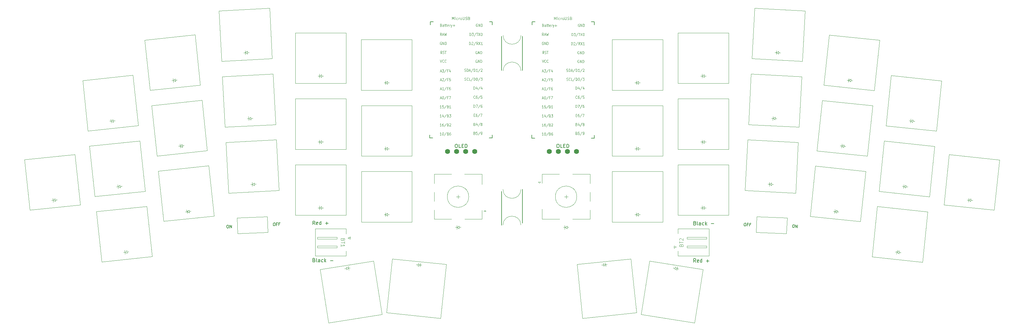
<source format=gto>
%TF.GenerationSoftware,KiCad,Pcbnew,7.0.9*%
%TF.CreationDate,2024-02-19T09:25:44+08:00*%
%TF.ProjectId,ascend,61736365-6e64-42e6-9b69-6361645f7063,v1.2*%
%TF.SameCoordinates,Original*%
%TF.FileFunction,Legend,Top*%
%TF.FilePolarity,Positive*%
%FSLAX46Y46*%
G04 Gerber Fmt 4.6, Leading zero omitted, Abs format (unit mm)*
G04 Created by KiCad (PCBNEW 7.0.9) date 2024-02-19 09:25:44*
%MOMM*%
%LPD*%
G01*
G04 APERTURE LIST*
%ADD10C,0.150000*%
%ADD11C,0.125000*%
%ADD12C,0.120000*%
%ADD13C,0.100000*%
%ADD14C,1.397000*%
G04 APERTURE END LIST*
D10*
X216320885Y-109607770D02*
X216320885Y-119132770D01*
X222220885Y-161995270D02*
X222220885Y-152470270D01*
X222220885Y-109607770D02*
X222220885Y-119132770D01*
X216320885Y-153077257D02*
X216320885Y-162602257D01*
X284561290Y-161984093D02*
X284713578Y-161989411D01*
X284713578Y-161989411D02*
X284788393Y-162030142D01*
X284788393Y-162030142D02*
X284861878Y-162108945D01*
X284861878Y-162108945D02*
X284894632Y-162262563D01*
X284894632Y-162262563D02*
X284885326Y-162529067D01*
X284885326Y-162529067D02*
X284841935Y-162680026D01*
X284841935Y-162680026D02*
X284763132Y-162753511D01*
X284763132Y-162753511D02*
X284685659Y-162788924D01*
X284685659Y-162788924D02*
X284533371Y-162783606D01*
X284533371Y-162783606D02*
X284458556Y-162742875D01*
X284458556Y-162742875D02*
X284385071Y-162664072D01*
X284385071Y-162664072D02*
X284352317Y-162510454D01*
X284352317Y-162510454D02*
X284361624Y-162243950D01*
X284361624Y-162243950D02*
X284405014Y-162092991D01*
X284405014Y-162092991D02*
X284483817Y-162019506D01*
X284483817Y-162019506D02*
X284561290Y-161984093D01*
X285499796Y-162398051D02*
X285233292Y-162388744D01*
X285218667Y-162807537D02*
X285246587Y-162008024D01*
X285246587Y-162008024D02*
X285627307Y-162021319D01*
X286185092Y-162421982D02*
X285918588Y-162412675D01*
X285903963Y-162831468D02*
X285931883Y-162031955D01*
X285931883Y-162031955D02*
X286312603Y-162045250D01*
X270809092Y-173007076D02*
X270475759Y-172530885D01*
X270237664Y-173007076D02*
X270237664Y-172007076D01*
X270237664Y-172007076D02*
X270618616Y-172007076D01*
X270618616Y-172007076D02*
X270713854Y-172054695D01*
X270713854Y-172054695D02*
X270761473Y-172102314D01*
X270761473Y-172102314D02*
X270809092Y-172197552D01*
X270809092Y-172197552D02*
X270809092Y-172340409D01*
X270809092Y-172340409D02*
X270761473Y-172435647D01*
X270761473Y-172435647D02*
X270713854Y-172483266D01*
X270713854Y-172483266D02*
X270618616Y-172530885D01*
X270618616Y-172530885D02*
X270237664Y-172530885D01*
X271618616Y-172959457D02*
X271523378Y-173007076D01*
X271523378Y-173007076D02*
X271332902Y-173007076D01*
X271332902Y-173007076D02*
X271237664Y-172959457D01*
X271237664Y-172959457D02*
X271190045Y-172864218D01*
X271190045Y-172864218D02*
X271190045Y-172483266D01*
X271190045Y-172483266D02*
X271237664Y-172388028D01*
X271237664Y-172388028D02*
X271332902Y-172340409D01*
X271332902Y-172340409D02*
X271523378Y-172340409D01*
X271523378Y-172340409D02*
X271618616Y-172388028D01*
X271618616Y-172388028D02*
X271666235Y-172483266D01*
X271666235Y-172483266D02*
X271666235Y-172578504D01*
X271666235Y-172578504D02*
X271190045Y-172673742D01*
X272523378Y-173007076D02*
X272523378Y-172007076D01*
X272523378Y-172959457D02*
X272428140Y-173007076D01*
X272428140Y-173007076D02*
X272237664Y-173007076D01*
X272237664Y-173007076D02*
X272142426Y-172959457D01*
X272142426Y-172959457D02*
X272094807Y-172911837D01*
X272094807Y-172911837D02*
X272047188Y-172816599D01*
X272047188Y-172816599D02*
X272047188Y-172530885D01*
X272047188Y-172530885D02*
X272094807Y-172435647D01*
X272094807Y-172435647D02*
X272142426Y-172388028D01*
X272142426Y-172388028D02*
X272237664Y-172340409D01*
X272237664Y-172340409D02*
X272428140Y-172340409D01*
X272428140Y-172340409D02*
X272523378Y-172388028D01*
X273761474Y-172626123D02*
X274523379Y-172626123D01*
X274142426Y-173007076D02*
X274142426Y-172245171D01*
X270570997Y-162005766D02*
X270713854Y-162053385D01*
X270713854Y-162053385D02*
X270761473Y-162101004D01*
X270761473Y-162101004D02*
X270809092Y-162196242D01*
X270809092Y-162196242D02*
X270809092Y-162339099D01*
X270809092Y-162339099D02*
X270761473Y-162434337D01*
X270761473Y-162434337D02*
X270713854Y-162481957D01*
X270713854Y-162481957D02*
X270618616Y-162529576D01*
X270618616Y-162529576D02*
X270237664Y-162529576D01*
X270237664Y-162529576D02*
X270237664Y-161529576D01*
X270237664Y-161529576D02*
X270570997Y-161529576D01*
X270570997Y-161529576D02*
X270666235Y-161577195D01*
X270666235Y-161577195D02*
X270713854Y-161624814D01*
X270713854Y-161624814D02*
X270761473Y-161720052D01*
X270761473Y-161720052D02*
X270761473Y-161815290D01*
X270761473Y-161815290D02*
X270713854Y-161910528D01*
X270713854Y-161910528D02*
X270666235Y-161958147D01*
X270666235Y-161958147D02*
X270570997Y-162005766D01*
X270570997Y-162005766D02*
X270237664Y-162005766D01*
X271380521Y-162529576D02*
X271285283Y-162481957D01*
X271285283Y-162481957D02*
X271237664Y-162386718D01*
X271237664Y-162386718D02*
X271237664Y-161529576D01*
X272190045Y-162529576D02*
X272190045Y-162005766D01*
X272190045Y-162005766D02*
X272142426Y-161910528D01*
X272142426Y-161910528D02*
X272047188Y-161862909D01*
X272047188Y-161862909D02*
X271856712Y-161862909D01*
X271856712Y-161862909D02*
X271761474Y-161910528D01*
X272190045Y-162481957D02*
X272094807Y-162529576D01*
X272094807Y-162529576D02*
X271856712Y-162529576D01*
X271856712Y-162529576D02*
X271761474Y-162481957D01*
X271761474Y-162481957D02*
X271713855Y-162386718D01*
X271713855Y-162386718D02*
X271713855Y-162291480D01*
X271713855Y-162291480D02*
X271761474Y-162196242D01*
X271761474Y-162196242D02*
X271856712Y-162148623D01*
X271856712Y-162148623D02*
X272094807Y-162148623D01*
X272094807Y-162148623D02*
X272190045Y-162101004D01*
X273094807Y-162481957D02*
X272999569Y-162529576D01*
X272999569Y-162529576D02*
X272809093Y-162529576D01*
X272809093Y-162529576D02*
X272713855Y-162481957D01*
X272713855Y-162481957D02*
X272666236Y-162434337D01*
X272666236Y-162434337D02*
X272618617Y-162339099D01*
X272618617Y-162339099D02*
X272618617Y-162053385D01*
X272618617Y-162053385D02*
X272666236Y-161958147D01*
X272666236Y-161958147D02*
X272713855Y-161910528D01*
X272713855Y-161910528D02*
X272809093Y-161862909D01*
X272809093Y-161862909D02*
X272999569Y-161862909D01*
X272999569Y-161862909D02*
X273094807Y-161910528D01*
X273523379Y-162529576D02*
X273523379Y-161529576D01*
X273618617Y-162148623D02*
X273904331Y-162529576D01*
X273904331Y-161862909D02*
X273523379Y-162243861D01*
X275094808Y-162148623D02*
X275856713Y-162148623D01*
X163790997Y-172383266D02*
X163933854Y-172430885D01*
X163933854Y-172430885D02*
X163981473Y-172478504D01*
X163981473Y-172478504D02*
X164029092Y-172573742D01*
X164029092Y-172573742D02*
X164029092Y-172716599D01*
X164029092Y-172716599D02*
X163981473Y-172811837D01*
X163981473Y-172811837D02*
X163933854Y-172859457D01*
X163933854Y-172859457D02*
X163838616Y-172907076D01*
X163838616Y-172907076D02*
X163457664Y-172907076D01*
X163457664Y-172907076D02*
X163457664Y-171907076D01*
X163457664Y-171907076D02*
X163790997Y-171907076D01*
X163790997Y-171907076D02*
X163886235Y-171954695D01*
X163886235Y-171954695D02*
X163933854Y-172002314D01*
X163933854Y-172002314D02*
X163981473Y-172097552D01*
X163981473Y-172097552D02*
X163981473Y-172192790D01*
X163981473Y-172192790D02*
X163933854Y-172288028D01*
X163933854Y-172288028D02*
X163886235Y-172335647D01*
X163886235Y-172335647D02*
X163790997Y-172383266D01*
X163790997Y-172383266D02*
X163457664Y-172383266D01*
X164600521Y-172907076D02*
X164505283Y-172859457D01*
X164505283Y-172859457D02*
X164457664Y-172764218D01*
X164457664Y-172764218D02*
X164457664Y-171907076D01*
X165410045Y-172907076D02*
X165410045Y-172383266D01*
X165410045Y-172383266D02*
X165362426Y-172288028D01*
X165362426Y-172288028D02*
X165267188Y-172240409D01*
X165267188Y-172240409D02*
X165076712Y-172240409D01*
X165076712Y-172240409D02*
X164981474Y-172288028D01*
X165410045Y-172859457D02*
X165314807Y-172907076D01*
X165314807Y-172907076D02*
X165076712Y-172907076D01*
X165076712Y-172907076D02*
X164981474Y-172859457D01*
X164981474Y-172859457D02*
X164933855Y-172764218D01*
X164933855Y-172764218D02*
X164933855Y-172668980D01*
X164933855Y-172668980D02*
X164981474Y-172573742D01*
X164981474Y-172573742D02*
X165076712Y-172526123D01*
X165076712Y-172526123D02*
X165314807Y-172526123D01*
X165314807Y-172526123D02*
X165410045Y-172478504D01*
X166314807Y-172859457D02*
X166219569Y-172907076D01*
X166219569Y-172907076D02*
X166029093Y-172907076D01*
X166029093Y-172907076D02*
X165933855Y-172859457D01*
X165933855Y-172859457D02*
X165886236Y-172811837D01*
X165886236Y-172811837D02*
X165838617Y-172716599D01*
X165838617Y-172716599D02*
X165838617Y-172430885D01*
X165838617Y-172430885D02*
X165886236Y-172335647D01*
X165886236Y-172335647D02*
X165933855Y-172288028D01*
X165933855Y-172288028D02*
X166029093Y-172240409D01*
X166029093Y-172240409D02*
X166219569Y-172240409D01*
X166219569Y-172240409D02*
X166314807Y-172288028D01*
X166743379Y-172907076D02*
X166743379Y-171907076D01*
X166838617Y-172526123D02*
X167124331Y-172907076D01*
X167124331Y-172240409D02*
X166743379Y-172621361D01*
X168314808Y-172526123D02*
X169076713Y-172526123D01*
X298153006Y-162458725D02*
X298305294Y-162464043D01*
X298305294Y-162464043D02*
X298380109Y-162504774D01*
X298380109Y-162504774D02*
X298453594Y-162583577D01*
X298453594Y-162583577D02*
X298486348Y-162737195D01*
X298486348Y-162737195D02*
X298477042Y-163003699D01*
X298477042Y-163003699D02*
X298433651Y-163154658D01*
X298433651Y-163154658D02*
X298354848Y-163228143D01*
X298354848Y-163228143D02*
X298277375Y-163263556D01*
X298277375Y-163263556D02*
X298125087Y-163258238D01*
X298125087Y-163258238D02*
X298050272Y-163217507D01*
X298050272Y-163217507D02*
X297976787Y-163138704D01*
X297976787Y-163138704D02*
X297944033Y-162985086D01*
X297944033Y-162985086D02*
X297953340Y-162718582D01*
X297953340Y-162718582D02*
X297996730Y-162567623D01*
X297996730Y-162567623D02*
X298075533Y-162494138D01*
X298075533Y-162494138D02*
X298153006Y-162458725D01*
X298810383Y-163282169D02*
X298838303Y-162482656D01*
X298838303Y-162482656D02*
X299267247Y-163298123D01*
X299267247Y-163298123D02*
X299295167Y-162498610D01*
X164029092Y-162429576D02*
X163695759Y-161953385D01*
X163457664Y-162429576D02*
X163457664Y-161429576D01*
X163457664Y-161429576D02*
X163838616Y-161429576D01*
X163838616Y-161429576D02*
X163933854Y-161477195D01*
X163933854Y-161477195D02*
X163981473Y-161524814D01*
X163981473Y-161524814D02*
X164029092Y-161620052D01*
X164029092Y-161620052D02*
X164029092Y-161762909D01*
X164029092Y-161762909D02*
X163981473Y-161858147D01*
X163981473Y-161858147D02*
X163933854Y-161905766D01*
X163933854Y-161905766D02*
X163838616Y-161953385D01*
X163838616Y-161953385D02*
X163457664Y-161953385D01*
X164838616Y-162381957D02*
X164743378Y-162429576D01*
X164743378Y-162429576D02*
X164552902Y-162429576D01*
X164552902Y-162429576D02*
X164457664Y-162381957D01*
X164457664Y-162381957D02*
X164410045Y-162286718D01*
X164410045Y-162286718D02*
X164410045Y-161905766D01*
X164410045Y-161905766D02*
X164457664Y-161810528D01*
X164457664Y-161810528D02*
X164552902Y-161762909D01*
X164552902Y-161762909D02*
X164743378Y-161762909D01*
X164743378Y-161762909D02*
X164838616Y-161810528D01*
X164838616Y-161810528D02*
X164886235Y-161905766D01*
X164886235Y-161905766D02*
X164886235Y-162001004D01*
X164886235Y-162001004D02*
X164410045Y-162096242D01*
X165743378Y-162429576D02*
X165743378Y-161429576D01*
X165743378Y-162381957D02*
X165648140Y-162429576D01*
X165648140Y-162429576D02*
X165457664Y-162429576D01*
X165457664Y-162429576D02*
X165362426Y-162381957D01*
X165362426Y-162381957D02*
X165314807Y-162334337D01*
X165314807Y-162334337D02*
X165267188Y-162239099D01*
X165267188Y-162239099D02*
X165267188Y-161953385D01*
X165267188Y-161953385D02*
X165314807Y-161858147D01*
X165314807Y-161858147D02*
X165362426Y-161810528D01*
X165362426Y-161810528D02*
X165457664Y-161762909D01*
X165457664Y-161762909D02*
X165648140Y-161762909D01*
X165648140Y-161762909D02*
X165743378Y-161810528D01*
X166981474Y-162048623D02*
X167743379Y-162048623D01*
X167362426Y-162429576D02*
X167362426Y-161667671D01*
X139484676Y-162597983D02*
X139636964Y-162592665D01*
X139636964Y-162592665D02*
X139714438Y-162628078D01*
X139714438Y-162628078D02*
X139793241Y-162701563D01*
X139793241Y-162701563D02*
X139836631Y-162852522D01*
X139836631Y-162852522D02*
X139845937Y-163119026D01*
X139845937Y-163119026D02*
X139813183Y-163272643D01*
X139813183Y-163272643D02*
X139739698Y-163351447D01*
X139739698Y-163351447D02*
X139664884Y-163392178D01*
X139664884Y-163392178D02*
X139512596Y-163397496D01*
X139512596Y-163397496D02*
X139435122Y-163362083D01*
X139435122Y-163362083D02*
X139356319Y-163288597D01*
X139356319Y-163288597D02*
X139312929Y-163137639D01*
X139312929Y-163137639D02*
X139303622Y-162871135D01*
X139303622Y-162871135D02*
X139336376Y-162717517D01*
X139336376Y-162717517D02*
X139409861Y-162638714D01*
X139409861Y-162638714D02*
X139484676Y-162597983D01*
X140197892Y-163373564D02*
X140169972Y-162574052D01*
X140169972Y-162574052D02*
X140654756Y-163357610D01*
X140654756Y-163357610D02*
X140626837Y-162558098D01*
X152514676Y-161937983D02*
X152666964Y-161932665D01*
X152666964Y-161932665D02*
X152744438Y-161968078D01*
X152744438Y-161968078D02*
X152823241Y-162041563D01*
X152823241Y-162041563D02*
X152866631Y-162192522D01*
X152866631Y-162192522D02*
X152875937Y-162459026D01*
X152875937Y-162459026D02*
X152843183Y-162612643D01*
X152843183Y-162612643D02*
X152769698Y-162691447D01*
X152769698Y-162691447D02*
X152694884Y-162732178D01*
X152694884Y-162732178D02*
X152542596Y-162737496D01*
X152542596Y-162737496D02*
X152465122Y-162702083D01*
X152465122Y-162702083D02*
X152386319Y-162628597D01*
X152386319Y-162628597D02*
X152342929Y-162477639D01*
X152342929Y-162477639D02*
X152333622Y-162211135D01*
X152333622Y-162211135D02*
X152366376Y-162057517D01*
X152366376Y-162057517D02*
X152439861Y-161978714D01*
X152439861Y-161978714D02*
X152514676Y-161937983D01*
X153479772Y-162285466D02*
X153213267Y-162294772D01*
X153227892Y-162713564D02*
X153199972Y-161914052D01*
X153199972Y-161914052D02*
X153580693Y-161900757D01*
X154165068Y-162261535D02*
X153898564Y-162270841D01*
X153913188Y-162689633D02*
X153885269Y-161890121D01*
X153885269Y-161890121D02*
X154265989Y-161876826D01*
D11*
X228058266Y-132287721D02*
X227675409Y-132287721D01*
X227866837Y-132287721D02*
X227866837Y-131537721D01*
X227866837Y-131537721D02*
X227803028Y-131644864D01*
X227803028Y-131644864D02*
X227739218Y-131716292D01*
X227739218Y-131716292D02*
X227675409Y-131752007D01*
X228632551Y-131787721D02*
X228632551Y-132287721D01*
X228473027Y-131502007D02*
X228313504Y-132037721D01*
X228313504Y-132037721D02*
X228728265Y-132037721D01*
X229462075Y-131502007D02*
X228887789Y-132466292D01*
X229908742Y-131894864D02*
X230004456Y-131930578D01*
X230004456Y-131930578D02*
X230036361Y-131966292D01*
X230036361Y-131966292D02*
X230068265Y-132037721D01*
X230068265Y-132037721D02*
X230068265Y-132144864D01*
X230068265Y-132144864D02*
X230036361Y-132216292D01*
X230036361Y-132216292D02*
X230004456Y-132252007D01*
X230004456Y-132252007D02*
X229940646Y-132287721D01*
X229940646Y-132287721D02*
X229685408Y-132287721D01*
X229685408Y-132287721D02*
X229685408Y-131537721D01*
X229685408Y-131537721D02*
X229908742Y-131537721D01*
X229908742Y-131537721D02*
X229972551Y-131573435D01*
X229972551Y-131573435D02*
X230004456Y-131609149D01*
X230004456Y-131609149D02*
X230036361Y-131680578D01*
X230036361Y-131680578D02*
X230036361Y-131752007D01*
X230036361Y-131752007D02*
X230004456Y-131823435D01*
X230004456Y-131823435D02*
X229972551Y-131859149D01*
X229972551Y-131859149D02*
X229908742Y-131894864D01*
X229908742Y-131894864D02*
X229685408Y-131894864D01*
X230291599Y-131537721D02*
X230706361Y-131537721D01*
X230706361Y-131537721D02*
X230483027Y-131823435D01*
X230483027Y-131823435D02*
X230578742Y-131823435D01*
X230578742Y-131823435D02*
X230642551Y-131859149D01*
X230642551Y-131859149D02*
X230674456Y-131894864D01*
X230674456Y-131894864D02*
X230706361Y-131966292D01*
X230706361Y-131966292D02*
X230706361Y-132144864D01*
X230706361Y-132144864D02*
X230674456Y-132216292D01*
X230674456Y-132216292D02*
X230642551Y-132252007D01*
X230642551Y-132252007D02*
X230578742Y-132287721D01*
X230578742Y-132287721D02*
X230387313Y-132287721D01*
X230387313Y-132287721D02*
X230323504Y-132252007D01*
X230323504Y-132252007D02*
X230291599Y-132216292D01*
X238030409Y-113823435D02*
X237966599Y-113787721D01*
X237966599Y-113787721D02*
X237870885Y-113787721D01*
X237870885Y-113787721D02*
X237775171Y-113823435D01*
X237775171Y-113823435D02*
X237711361Y-113894864D01*
X237711361Y-113894864D02*
X237679456Y-113966292D01*
X237679456Y-113966292D02*
X237647552Y-114109149D01*
X237647552Y-114109149D02*
X237647552Y-114216292D01*
X237647552Y-114216292D02*
X237679456Y-114359149D01*
X237679456Y-114359149D02*
X237711361Y-114430578D01*
X237711361Y-114430578D02*
X237775171Y-114502007D01*
X237775171Y-114502007D02*
X237870885Y-114537721D01*
X237870885Y-114537721D02*
X237934694Y-114537721D01*
X237934694Y-114537721D02*
X238030409Y-114502007D01*
X238030409Y-114502007D02*
X238062313Y-114466292D01*
X238062313Y-114466292D02*
X238062313Y-114216292D01*
X238062313Y-114216292D02*
X237934694Y-114216292D01*
X238349456Y-114537721D02*
X238349456Y-113787721D01*
X238349456Y-113787721D02*
X238732313Y-114537721D01*
X238732313Y-114537721D02*
X238732313Y-113787721D01*
X239051361Y-114537721D02*
X239051361Y-113787721D01*
X239051361Y-113787721D02*
X239210885Y-113787721D01*
X239210885Y-113787721D02*
X239306599Y-113823435D01*
X239306599Y-113823435D02*
X239370409Y-113894864D01*
X239370409Y-113894864D02*
X239402314Y-113966292D01*
X239402314Y-113966292D02*
X239434218Y-114109149D01*
X239434218Y-114109149D02*
X239434218Y-114216292D01*
X239434218Y-114216292D02*
X239402314Y-114359149D01*
X239402314Y-114359149D02*
X239370409Y-114430578D01*
X239370409Y-114430578D02*
X239306599Y-114502007D01*
X239306599Y-114502007D02*
X239210885Y-114537721D01*
X239210885Y-114537721D02*
X239051361Y-114537721D01*
X228080409Y-111223435D02*
X228016599Y-111187721D01*
X228016599Y-111187721D02*
X227920885Y-111187721D01*
X227920885Y-111187721D02*
X227825171Y-111223435D01*
X227825171Y-111223435D02*
X227761361Y-111294864D01*
X227761361Y-111294864D02*
X227729456Y-111366292D01*
X227729456Y-111366292D02*
X227697552Y-111509149D01*
X227697552Y-111509149D02*
X227697552Y-111616292D01*
X227697552Y-111616292D02*
X227729456Y-111759149D01*
X227729456Y-111759149D02*
X227761361Y-111830578D01*
X227761361Y-111830578D02*
X227825171Y-111902007D01*
X227825171Y-111902007D02*
X227920885Y-111937721D01*
X227920885Y-111937721D02*
X227984694Y-111937721D01*
X227984694Y-111937721D02*
X228080409Y-111902007D01*
X228080409Y-111902007D02*
X228112313Y-111866292D01*
X228112313Y-111866292D02*
X228112313Y-111616292D01*
X228112313Y-111616292D02*
X227984694Y-111616292D01*
X228399456Y-111937721D02*
X228399456Y-111187721D01*
X228399456Y-111187721D02*
X228782313Y-111937721D01*
X228782313Y-111937721D02*
X228782313Y-111187721D01*
X229101361Y-111937721D02*
X229101361Y-111187721D01*
X229101361Y-111187721D02*
X229260885Y-111187721D01*
X229260885Y-111187721D02*
X229356599Y-111223435D01*
X229356599Y-111223435D02*
X229420409Y-111294864D01*
X229420409Y-111294864D02*
X229452314Y-111366292D01*
X229452314Y-111366292D02*
X229484218Y-111509149D01*
X229484218Y-111509149D02*
X229484218Y-111616292D01*
X229484218Y-111616292D02*
X229452314Y-111759149D01*
X229452314Y-111759149D02*
X229420409Y-111830578D01*
X229420409Y-111830578D02*
X229356599Y-111902007D01*
X229356599Y-111902007D02*
X229260885Y-111937721D01*
X229260885Y-111937721D02*
X229101361Y-111937721D01*
X237158266Y-131744864D02*
X237381600Y-131744864D01*
X237477314Y-132137721D02*
X237158266Y-132137721D01*
X237158266Y-132137721D02*
X237158266Y-131387721D01*
X237158266Y-131387721D02*
X237477314Y-131387721D01*
X238051599Y-131387721D02*
X237923980Y-131387721D01*
X237923980Y-131387721D02*
X237860171Y-131423435D01*
X237860171Y-131423435D02*
X237828266Y-131459149D01*
X237828266Y-131459149D02*
X237764456Y-131566292D01*
X237764456Y-131566292D02*
X237732552Y-131709149D01*
X237732552Y-131709149D02*
X237732552Y-131994864D01*
X237732552Y-131994864D02*
X237764456Y-132066292D01*
X237764456Y-132066292D02*
X237796361Y-132102007D01*
X237796361Y-132102007D02*
X237860171Y-132137721D01*
X237860171Y-132137721D02*
X237987790Y-132137721D01*
X237987790Y-132137721D02*
X238051599Y-132102007D01*
X238051599Y-132102007D02*
X238083504Y-132066292D01*
X238083504Y-132066292D02*
X238115409Y-131994864D01*
X238115409Y-131994864D02*
X238115409Y-131816292D01*
X238115409Y-131816292D02*
X238083504Y-131744864D01*
X238083504Y-131744864D02*
X238051599Y-131709149D01*
X238051599Y-131709149D02*
X237987790Y-131673435D01*
X237987790Y-131673435D02*
X237860171Y-131673435D01*
X237860171Y-131673435D02*
X237796361Y-131709149D01*
X237796361Y-131709149D02*
X237764456Y-131744864D01*
X237764456Y-131744864D02*
X237732552Y-131816292D01*
X238881123Y-131352007D02*
X238306837Y-132316292D01*
X239040647Y-131387721D02*
X239487313Y-131387721D01*
X239487313Y-131387721D02*
X239200171Y-132137721D01*
X237509218Y-126966292D02*
X237477314Y-127002007D01*
X237477314Y-127002007D02*
X237381599Y-127037721D01*
X237381599Y-127037721D02*
X237317790Y-127037721D01*
X237317790Y-127037721D02*
X237222076Y-127002007D01*
X237222076Y-127002007D02*
X237158266Y-126930578D01*
X237158266Y-126930578D02*
X237126361Y-126859149D01*
X237126361Y-126859149D02*
X237094457Y-126716292D01*
X237094457Y-126716292D02*
X237094457Y-126609149D01*
X237094457Y-126609149D02*
X237126361Y-126466292D01*
X237126361Y-126466292D02*
X237158266Y-126394864D01*
X237158266Y-126394864D02*
X237222076Y-126323435D01*
X237222076Y-126323435D02*
X237317790Y-126287721D01*
X237317790Y-126287721D02*
X237381599Y-126287721D01*
X237381599Y-126287721D02*
X237477314Y-126323435D01*
X237477314Y-126323435D02*
X237509218Y-126359149D01*
X238083504Y-126287721D02*
X237955885Y-126287721D01*
X237955885Y-126287721D02*
X237892076Y-126323435D01*
X237892076Y-126323435D02*
X237860171Y-126359149D01*
X237860171Y-126359149D02*
X237796361Y-126466292D01*
X237796361Y-126466292D02*
X237764457Y-126609149D01*
X237764457Y-126609149D02*
X237764457Y-126894864D01*
X237764457Y-126894864D02*
X237796361Y-126966292D01*
X237796361Y-126966292D02*
X237828266Y-127002007D01*
X237828266Y-127002007D02*
X237892076Y-127037721D01*
X237892076Y-127037721D02*
X238019695Y-127037721D01*
X238019695Y-127037721D02*
X238083504Y-127002007D01*
X238083504Y-127002007D02*
X238115409Y-126966292D01*
X238115409Y-126966292D02*
X238147314Y-126894864D01*
X238147314Y-126894864D02*
X238147314Y-126716292D01*
X238147314Y-126716292D02*
X238115409Y-126644864D01*
X238115409Y-126644864D02*
X238083504Y-126609149D01*
X238083504Y-126609149D02*
X238019695Y-126573435D01*
X238019695Y-126573435D02*
X237892076Y-126573435D01*
X237892076Y-126573435D02*
X237828266Y-126609149D01*
X237828266Y-126609149D02*
X237796361Y-126644864D01*
X237796361Y-126644864D02*
X237764457Y-126716292D01*
X238913028Y-126252007D02*
X238338742Y-127216292D01*
X239455409Y-126287721D02*
X239136361Y-126287721D01*
X239136361Y-126287721D02*
X239104457Y-126644864D01*
X239104457Y-126644864D02*
X239136361Y-126609149D01*
X239136361Y-126609149D02*
X239200171Y-126573435D01*
X239200171Y-126573435D02*
X239359695Y-126573435D01*
X239359695Y-126573435D02*
X239423504Y-126609149D01*
X239423504Y-126609149D02*
X239455409Y-126644864D01*
X239455409Y-126644864D02*
X239487314Y-126716292D01*
X239487314Y-126716292D02*
X239487314Y-126894864D01*
X239487314Y-126894864D02*
X239455409Y-126966292D01*
X239455409Y-126966292D02*
X239423504Y-127002007D01*
X239423504Y-127002007D02*
X239359695Y-127037721D01*
X239359695Y-127037721D02*
X239200171Y-127037721D01*
X239200171Y-127037721D02*
X239136361Y-127002007D01*
X239136361Y-127002007D02*
X239104457Y-126966292D01*
X227697551Y-116187721D02*
X227920884Y-116937721D01*
X227920884Y-116937721D02*
X228144218Y-116187721D01*
X228750408Y-116866292D02*
X228718504Y-116902007D01*
X228718504Y-116902007D02*
X228622789Y-116937721D01*
X228622789Y-116937721D02*
X228558980Y-116937721D01*
X228558980Y-116937721D02*
X228463266Y-116902007D01*
X228463266Y-116902007D02*
X228399456Y-116830578D01*
X228399456Y-116830578D02*
X228367551Y-116759149D01*
X228367551Y-116759149D02*
X228335647Y-116616292D01*
X228335647Y-116616292D02*
X228335647Y-116509149D01*
X228335647Y-116509149D02*
X228367551Y-116366292D01*
X228367551Y-116366292D02*
X228399456Y-116294864D01*
X228399456Y-116294864D02*
X228463266Y-116223435D01*
X228463266Y-116223435D02*
X228558980Y-116187721D01*
X228558980Y-116187721D02*
X228622789Y-116187721D01*
X228622789Y-116187721D02*
X228718504Y-116223435D01*
X228718504Y-116223435D02*
X228750408Y-116259149D01*
X229420408Y-116866292D02*
X229388504Y-116902007D01*
X229388504Y-116902007D02*
X229292789Y-116937721D01*
X229292789Y-116937721D02*
X229228980Y-116937721D01*
X229228980Y-116937721D02*
X229133266Y-116902007D01*
X229133266Y-116902007D02*
X229069456Y-116830578D01*
X229069456Y-116830578D02*
X229037551Y-116759149D01*
X229037551Y-116759149D02*
X229005647Y-116616292D01*
X229005647Y-116616292D02*
X229005647Y-116509149D01*
X229005647Y-116509149D02*
X229037551Y-116366292D01*
X229037551Y-116366292D02*
X229069456Y-116294864D01*
X229069456Y-116294864D02*
X229133266Y-116223435D01*
X229133266Y-116223435D02*
X229228980Y-116187721D01*
X229228980Y-116187721D02*
X229292789Y-116187721D01*
X229292789Y-116187721D02*
X229388504Y-116223435D01*
X229388504Y-116223435D02*
X229420408Y-116259149D01*
X228058266Y-129737721D02*
X227675409Y-129737721D01*
X227866837Y-129737721D02*
X227866837Y-128987721D01*
X227866837Y-128987721D02*
X227803028Y-129094864D01*
X227803028Y-129094864D02*
X227739218Y-129166292D01*
X227739218Y-129166292D02*
X227675409Y-129202007D01*
X228664456Y-128987721D02*
X228345408Y-128987721D01*
X228345408Y-128987721D02*
X228313504Y-129344864D01*
X228313504Y-129344864D02*
X228345408Y-129309149D01*
X228345408Y-129309149D02*
X228409218Y-129273435D01*
X228409218Y-129273435D02*
X228568742Y-129273435D01*
X228568742Y-129273435D02*
X228632551Y-129309149D01*
X228632551Y-129309149D02*
X228664456Y-129344864D01*
X228664456Y-129344864D02*
X228696361Y-129416292D01*
X228696361Y-129416292D02*
X228696361Y-129594864D01*
X228696361Y-129594864D02*
X228664456Y-129666292D01*
X228664456Y-129666292D02*
X228632551Y-129702007D01*
X228632551Y-129702007D02*
X228568742Y-129737721D01*
X228568742Y-129737721D02*
X228409218Y-129737721D01*
X228409218Y-129737721D02*
X228345408Y-129702007D01*
X228345408Y-129702007D02*
X228313504Y-129666292D01*
X229462075Y-128952007D02*
X228887789Y-129916292D01*
X229908742Y-129344864D02*
X230004456Y-129380578D01*
X230004456Y-129380578D02*
X230036361Y-129416292D01*
X230036361Y-129416292D02*
X230068265Y-129487721D01*
X230068265Y-129487721D02*
X230068265Y-129594864D01*
X230068265Y-129594864D02*
X230036361Y-129666292D01*
X230036361Y-129666292D02*
X230004456Y-129702007D01*
X230004456Y-129702007D02*
X229940646Y-129737721D01*
X229940646Y-129737721D02*
X229685408Y-129737721D01*
X229685408Y-129737721D02*
X229685408Y-128987721D01*
X229685408Y-128987721D02*
X229908742Y-128987721D01*
X229908742Y-128987721D02*
X229972551Y-129023435D01*
X229972551Y-129023435D02*
X230004456Y-129059149D01*
X230004456Y-129059149D02*
X230036361Y-129130578D01*
X230036361Y-129130578D02*
X230036361Y-129202007D01*
X230036361Y-129202007D02*
X230004456Y-129273435D01*
X230004456Y-129273435D02*
X229972551Y-129309149D01*
X229972551Y-129309149D02*
X229908742Y-129344864D01*
X229908742Y-129344864D02*
X229685408Y-129344864D01*
X230706361Y-129737721D02*
X230323504Y-129737721D01*
X230514932Y-129737721D02*
X230514932Y-128987721D01*
X230514932Y-128987721D02*
X230451123Y-129094864D01*
X230451123Y-129094864D02*
X230387313Y-129166292D01*
X230387313Y-129166292D02*
X230323504Y-129202007D01*
X237126361Y-124487721D02*
X237126361Y-123737721D01*
X237126361Y-123737721D02*
X237285885Y-123737721D01*
X237285885Y-123737721D02*
X237381599Y-123773435D01*
X237381599Y-123773435D02*
X237445409Y-123844864D01*
X237445409Y-123844864D02*
X237477314Y-123916292D01*
X237477314Y-123916292D02*
X237509218Y-124059149D01*
X237509218Y-124059149D02*
X237509218Y-124166292D01*
X237509218Y-124166292D02*
X237477314Y-124309149D01*
X237477314Y-124309149D02*
X237445409Y-124380578D01*
X237445409Y-124380578D02*
X237381599Y-124452007D01*
X237381599Y-124452007D02*
X237285885Y-124487721D01*
X237285885Y-124487721D02*
X237126361Y-124487721D01*
X238083504Y-123987721D02*
X238083504Y-124487721D01*
X237923980Y-123702007D02*
X237764457Y-124237721D01*
X237764457Y-124237721D02*
X238179218Y-124237721D01*
X238913028Y-123702007D02*
X238338742Y-124666292D01*
X239423504Y-123987721D02*
X239423504Y-124487721D01*
X239263980Y-123702007D02*
X239104457Y-124237721D01*
X239104457Y-124237721D02*
X239519218Y-124237721D01*
X228223980Y-114487721D02*
X228000647Y-114130578D01*
X227841123Y-114487721D02*
X227841123Y-113737721D01*
X227841123Y-113737721D02*
X228096361Y-113737721D01*
X228096361Y-113737721D02*
X228160171Y-113773435D01*
X228160171Y-113773435D02*
X228192076Y-113809149D01*
X228192076Y-113809149D02*
X228223980Y-113880578D01*
X228223980Y-113880578D02*
X228223980Y-113987721D01*
X228223980Y-113987721D02*
X228192076Y-114059149D01*
X228192076Y-114059149D02*
X228160171Y-114094864D01*
X228160171Y-114094864D02*
X228096361Y-114130578D01*
X228096361Y-114130578D02*
X227841123Y-114130578D01*
X228479219Y-114452007D02*
X228574933Y-114487721D01*
X228574933Y-114487721D02*
X228734457Y-114487721D01*
X228734457Y-114487721D02*
X228798266Y-114452007D01*
X228798266Y-114452007D02*
X228830171Y-114416292D01*
X228830171Y-114416292D02*
X228862076Y-114344864D01*
X228862076Y-114344864D02*
X228862076Y-114273435D01*
X228862076Y-114273435D02*
X228830171Y-114202007D01*
X228830171Y-114202007D02*
X228798266Y-114166292D01*
X228798266Y-114166292D02*
X228734457Y-114130578D01*
X228734457Y-114130578D02*
X228606838Y-114094864D01*
X228606838Y-114094864D02*
X228543028Y-114059149D01*
X228543028Y-114059149D02*
X228511123Y-114023435D01*
X228511123Y-114023435D02*
X228479219Y-113952007D01*
X228479219Y-113952007D02*
X228479219Y-113880578D01*
X228479219Y-113880578D02*
X228511123Y-113809149D01*
X228511123Y-113809149D02*
X228543028Y-113773435D01*
X228543028Y-113773435D02*
X228606838Y-113737721D01*
X228606838Y-113737721D02*
X228766361Y-113737721D01*
X228766361Y-113737721D02*
X228862076Y-113773435D01*
X229053504Y-113737721D02*
X229436361Y-113737721D01*
X229244933Y-114487721D02*
X229244933Y-113737721D01*
X227755171Y-119423435D02*
X228074218Y-119423435D01*
X227691361Y-119637721D02*
X227914694Y-118887721D01*
X227914694Y-118887721D02*
X228138028Y-119637721D01*
X228297552Y-118887721D02*
X228712314Y-118887721D01*
X228712314Y-118887721D02*
X228488980Y-119173435D01*
X228488980Y-119173435D02*
X228584695Y-119173435D01*
X228584695Y-119173435D02*
X228648504Y-119209149D01*
X228648504Y-119209149D02*
X228680409Y-119244864D01*
X228680409Y-119244864D02*
X228712314Y-119316292D01*
X228712314Y-119316292D02*
X228712314Y-119494864D01*
X228712314Y-119494864D02*
X228680409Y-119566292D01*
X228680409Y-119566292D02*
X228648504Y-119602007D01*
X228648504Y-119602007D02*
X228584695Y-119637721D01*
X228584695Y-119637721D02*
X228393266Y-119637721D01*
X228393266Y-119637721D02*
X228329457Y-119602007D01*
X228329457Y-119602007D02*
X228297552Y-119566292D01*
X229478028Y-118852007D02*
X228903742Y-119816292D01*
X229924695Y-119244864D02*
X229701361Y-119244864D01*
X229701361Y-119637721D02*
X229701361Y-118887721D01*
X229701361Y-118887721D02*
X230020409Y-118887721D01*
X230562790Y-119137721D02*
X230562790Y-119637721D01*
X230403266Y-118852007D02*
X230243743Y-119387721D01*
X230243743Y-119387721D02*
X230658504Y-119387721D01*
X228058266Y-137337721D02*
X227675409Y-137337721D01*
X227866837Y-137337721D02*
X227866837Y-136587721D01*
X227866837Y-136587721D02*
X227803028Y-136694864D01*
X227803028Y-136694864D02*
X227739218Y-136766292D01*
X227739218Y-136766292D02*
X227675409Y-136802007D01*
X228473027Y-136587721D02*
X228536837Y-136587721D01*
X228536837Y-136587721D02*
X228600646Y-136623435D01*
X228600646Y-136623435D02*
X228632551Y-136659149D01*
X228632551Y-136659149D02*
X228664456Y-136730578D01*
X228664456Y-136730578D02*
X228696361Y-136873435D01*
X228696361Y-136873435D02*
X228696361Y-137052007D01*
X228696361Y-137052007D02*
X228664456Y-137194864D01*
X228664456Y-137194864D02*
X228632551Y-137266292D01*
X228632551Y-137266292D02*
X228600646Y-137302007D01*
X228600646Y-137302007D02*
X228536837Y-137337721D01*
X228536837Y-137337721D02*
X228473027Y-137337721D01*
X228473027Y-137337721D02*
X228409218Y-137302007D01*
X228409218Y-137302007D02*
X228377313Y-137266292D01*
X228377313Y-137266292D02*
X228345408Y-137194864D01*
X228345408Y-137194864D02*
X228313504Y-137052007D01*
X228313504Y-137052007D02*
X228313504Y-136873435D01*
X228313504Y-136873435D02*
X228345408Y-136730578D01*
X228345408Y-136730578D02*
X228377313Y-136659149D01*
X228377313Y-136659149D02*
X228409218Y-136623435D01*
X228409218Y-136623435D02*
X228473027Y-136587721D01*
X229462075Y-136552007D02*
X228887789Y-137516292D01*
X229908742Y-136944864D02*
X230004456Y-136980578D01*
X230004456Y-136980578D02*
X230036361Y-137016292D01*
X230036361Y-137016292D02*
X230068265Y-137087721D01*
X230068265Y-137087721D02*
X230068265Y-137194864D01*
X230068265Y-137194864D02*
X230036361Y-137266292D01*
X230036361Y-137266292D02*
X230004456Y-137302007D01*
X230004456Y-137302007D02*
X229940646Y-137337721D01*
X229940646Y-137337721D02*
X229685408Y-137337721D01*
X229685408Y-137337721D02*
X229685408Y-136587721D01*
X229685408Y-136587721D02*
X229908742Y-136587721D01*
X229908742Y-136587721D02*
X229972551Y-136623435D01*
X229972551Y-136623435D02*
X230004456Y-136659149D01*
X230004456Y-136659149D02*
X230036361Y-136730578D01*
X230036361Y-136730578D02*
X230036361Y-136802007D01*
X230036361Y-136802007D02*
X230004456Y-136873435D01*
X230004456Y-136873435D02*
X229972551Y-136909149D01*
X229972551Y-136909149D02*
X229908742Y-136944864D01*
X229908742Y-136944864D02*
X229685408Y-136944864D01*
X230642551Y-136587721D02*
X230514932Y-136587721D01*
X230514932Y-136587721D02*
X230451123Y-136623435D01*
X230451123Y-136623435D02*
X230419218Y-136659149D01*
X230419218Y-136659149D02*
X230355408Y-136766292D01*
X230355408Y-136766292D02*
X230323504Y-136909149D01*
X230323504Y-136909149D02*
X230323504Y-137194864D01*
X230323504Y-137194864D02*
X230355408Y-137266292D01*
X230355408Y-137266292D02*
X230387313Y-137302007D01*
X230387313Y-137302007D02*
X230451123Y-137337721D01*
X230451123Y-137337721D02*
X230578742Y-137337721D01*
X230578742Y-137337721D02*
X230642551Y-137302007D01*
X230642551Y-137302007D02*
X230674456Y-137266292D01*
X230674456Y-137266292D02*
X230706361Y-137194864D01*
X230706361Y-137194864D02*
X230706361Y-137016292D01*
X230706361Y-137016292D02*
X230674456Y-136944864D01*
X230674456Y-136944864D02*
X230642551Y-136909149D01*
X230642551Y-136909149D02*
X230578742Y-136873435D01*
X230578742Y-136873435D02*
X230451123Y-136873435D01*
X230451123Y-136873435D02*
X230387313Y-136909149D01*
X230387313Y-136909149D02*
X230355408Y-136944864D01*
X230355408Y-136944864D02*
X230323504Y-137016292D01*
X227984666Y-106476864D02*
X228080380Y-106512578D01*
X228080380Y-106512578D02*
X228112285Y-106548292D01*
X228112285Y-106548292D02*
X228144189Y-106619721D01*
X228144189Y-106619721D02*
X228144189Y-106726864D01*
X228144189Y-106726864D02*
X228112285Y-106798292D01*
X228112285Y-106798292D02*
X228080380Y-106834007D01*
X228080380Y-106834007D02*
X228016570Y-106869721D01*
X228016570Y-106869721D02*
X227761332Y-106869721D01*
X227761332Y-106869721D02*
X227761332Y-106119721D01*
X227761332Y-106119721D02*
X227984666Y-106119721D01*
X227984666Y-106119721D02*
X228048475Y-106155435D01*
X228048475Y-106155435D02*
X228080380Y-106191149D01*
X228080380Y-106191149D02*
X228112285Y-106262578D01*
X228112285Y-106262578D02*
X228112285Y-106334007D01*
X228112285Y-106334007D02*
X228080380Y-106405435D01*
X228080380Y-106405435D02*
X228048475Y-106441149D01*
X228048475Y-106441149D02*
X227984666Y-106476864D01*
X227984666Y-106476864D02*
X227761332Y-106476864D01*
X228718475Y-106869721D02*
X228718475Y-106476864D01*
X228718475Y-106476864D02*
X228686570Y-106405435D01*
X228686570Y-106405435D02*
X228622761Y-106369721D01*
X228622761Y-106369721D02*
X228495142Y-106369721D01*
X228495142Y-106369721D02*
X228431332Y-106405435D01*
X228718475Y-106834007D02*
X228654666Y-106869721D01*
X228654666Y-106869721D02*
X228495142Y-106869721D01*
X228495142Y-106869721D02*
X228431332Y-106834007D01*
X228431332Y-106834007D02*
X228399428Y-106762578D01*
X228399428Y-106762578D02*
X228399428Y-106691149D01*
X228399428Y-106691149D02*
X228431332Y-106619721D01*
X228431332Y-106619721D02*
X228495142Y-106584007D01*
X228495142Y-106584007D02*
X228654666Y-106584007D01*
X228654666Y-106584007D02*
X228718475Y-106548292D01*
X228941808Y-106369721D02*
X229197046Y-106369721D01*
X229037522Y-106119721D02*
X229037522Y-106762578D01*
X229037522Y-106762578D02*
X229069427Y-106834007D01*
X229069427Y-106834007D02*
X229133237Y-106869721D01*
X229133237Y-106869721D02*
X229197046Y-106869721D01*
X229324665Y-106369721D02*
X229579903Y-106369721D01*
X229420379Y-106119721D02*
X229420379Y-106762578D01*
X229420379Y-106762578D02*
X229452284Y-106834007D01*
X229452284Y-106834007D02*
X229516094Y-106869721D01*
X229516094Y-106869721D02*
X229579903Y-106869721D01*
X230058474Y-106834007D02*
X229994665Y-106869721D01*
X229994665Y-106869721D02*
X229867046Y-106869721D01*
X229867046Y-106869721D02*
X229803236Y-106834007D01*
X229803236Y-106834007D02*
X229771332Y-106762578D01*
X229771332Y-106762578D02*
X229771332Y-106476864D01*
X229771332Y-106476864D02*
X229803236Y-106405435D01*
X229803236Y-106405435D02*
X229867046Y-106369721D01*
X229867046Y-106369721D02*
X229994665Y-106369721D01*
X229994665Y-106369721D02*
X230058474Y-106405435D01*
X230058474Y-106405435D02*
X230090379Y-106476864D01*
X230090379Y-106476864D02*
X230090379Y-106548292D01*
X230090379Y-106548292D02*
X229771332Y-106619721D01*
X230377522Y-106869721D02*
X230377522Y-106369721D01*
X230377522Y-106512578D02*
X230409427Y-106441149D01*
X230409427Y-106441149D02*
X230441332Y-106405435D01*
X230441332Y-106405435D02*
X230505141Y-106369721D01*
X230505141Y-106369721D02*
X230568951Y-106369721D01*
X230728475Y-106369721D02*
X230887999Y-106869721D01*
X231047522Y-106369721D02*
X230887999Y-106869721D01*
X230887999Y-106869721D02*
X230824189Y-107048292D01*
X230824189Y-107048292D02*
X230792284Y-107084007D01*
X230792284Y-107084007D02*
X230728475Y-107119721D01*
X231302760Y-106584007D02*
X231813237Y-106584007D01*
X231557998Y-106869721D02*
X231557998Y-106298292D01*
X227755171Y-121923435D02*
X228074218Y-121923435D01*
X227691361Y-122137721D02*
X227914694Y-121387721D01*
X227914694Y-121387721D02*
X228138028Y-122137721D01*
X228329457Y-121459149D02*
X228361361Y-121423435D01*
X228361361Y-121423435D02*
X228425171Y-121387721D01*
X228425171Y-121387721D02*
X228584695Y-121387721D01*
X228584695Y-121387721D02*
X228648504Y-121423435D01*
X228648504Y-121423435D02*
X228680409Y-121459149D01*
X228680409Y-121459149D02*
X228712314Y-121530578D01*
X228712314Y-121530578D02*
X228712314Y-121602007D01*
X228712314Y-121602007D02*
X228680409Y-121709149D01*
X228680409Y-121709149D02*
X228297552Y-122137721D01*
X228297552Y-122137721D02*
X228712314Y-122137721D01*
X229478028Y-121352007D02*
X228903742Y-122316292D01*
X229924695Y-121744864D02*
X229701361Y-121744864D01*
X229701361Y-122137721D02*
X229701361Y-121387721D01*
X229701361Y-121387721D02*
X230020409Y-121387721D01*
X230594695Y-121387721D02*
X230275647Y-121387721D01*
X230275647Y-121387721D02*
X230243743Y-121744864D01*
X230243743Y-121744864D02*
X230275647Y-121709149D01*
X230275647Y-121709149D02*
X230339457Y-121673435D01*
X230339457Y-121673435D02*
X230498981Y-121673435D01*
X230498981Y-121673435D02*
X230562790Y-121709149D01*
X230562790Y-121709149D02*
X230594695Y-121744864D01*
X230594695Y-121744864D02*
X230626600Y-121816292D01*
X230626600Y-121816292D02*
X230626600Y-121994864D01*
X230626600Y-121994864D02*
X230594695Y-122066292D01*
X230594695Y-122066292D02*
X230562790Y-122102007D01*
X230562790Y-122102007D02*
X230498981Y-122137721D01*
X230498981Y-122137721D02*
X230339457Y-122137721D01*
X230339457Y-122137721D02*
X230275647Y-122102007D01*
X230275647Y-122102007D02*
X230243743Y-122066292D01*
X238030409Y-116273435D02*
X237966599Y-116237721D01*
X237966599Y-116237721D02*
X237870885Y-116237721D01*
X237870885Y-116237721D02*
X237775171Y-116273435D01*
X237775171Y-116273435D02*
X237711361Y-116344864D01*
X237711361Y-116344864D02*
X237679456Y-116416292D01*
X237679456Y-116416292D02*
X237647552Y-116559149D01*
X237647552Y-116559149D02*
X237647552Y-116666292D01*
X237647552Y-116666292D02*
X237679456Y-116809149D01*
X237679456Y-116809149D02*
X237711361Y-116880578D01*
X237711361Y-116880578D02*
X237775171Y-116952007D01*
X237775171Y-116952007D02*
X237870885Y-116987721D01*
X237870885Y-116987721D02*
X237934694Y-116987721D01*
X237934694Y-116987721D02*
X238030409Y-116952007D01*
X238030409Y-116952007D02*
X238062313Y-116916292D01*
X238062313Y-116916292D02*
X238062313Y-116666292D01*
X238062313Y-116666292D02*
X237934694Y-116666292D01*
X238349456Y-116987721D02*
X238349456Y-116237721D01*
X238349456Y-116237721D02*
X238732313Y-116987721D01*
X238732313Y-116987721D02*
X238732313Y-116237721D01*
X239051361Y-116987721D02*
X239051361Y-116237721D01*
X239051361Y-116237721D02*
X239210885Y-116237721D01*
X239210885Y-116237721D02*
X239306599Y-116273435D01*
X239306599Y-116273435D02*
X239370409Y-116344864D01*
X239370409Y-116344864D02*
X239402314Y-116416292D01*
X239402314Y-116416292D02*
X239434218Y-116559149D01*
X239434218Y-116559149D02*
X239434218Y-116666292D01*
X239434218Y-116666292D02*
X239402314Y-116809149D01*
X239402314Y-116809149D02*
X239370409Y-116880578D01*
X239370409Y-116880578D02*
X239306599Y-116952007D01*
X239306599Y-116952007D02*
X239210885Y-116987721D01*
X239210885Y-116987721D02*
X239051361Y-116987721D01*
X228058266Y-134837721D02*
X227675409Y-134837721D01*
X227866837Y-134837721D02*
X227866837Y-134087721D01*
X227866837Y-134087721D02*
X227803028Y-134194864D01*
X227803028Y-134194864D02*
X227739218Y-134266292D01*
X227739218Y-134266292D02*
X227675409Y-134302007D01*
X228632551Y-134087721D02*
X228504932Y-134087721D01*
X228504932Y-134087721D02*
X228441123Y-134123435D01*
X228441123Y-134123435D02*
X228409218Y-134159149D01*
X228409218Y-134159149D02*
X228345408Y-134266292D01*
X228345408Y-134266292D02*
X228313504Y-134409149D01*
X228313504Y-134409149D02*
X228313504Y-134694864D01*
X228313504Y-134694864D02*
X228345408Y-134766292D01*
X228345408Y-134766292D02*
X228377313Y-134802007D01*
X228377313Y-134802007D02*
X228441123Y-134837721D01*
X228441123Y-134837721D02*
X228568742Y-134837721D01*
X228568742Y-134837721D02*
X228632551Y-134802007D01*
X228632551Y-134802007D02*
X228664456Y-134766292D01*
X228664456Y-134766292D02*
X228696361Y-134694864D01*
X228696361Y-134694864D02*
X228696361Y-134516292D01*
X228696361Y-134516292D02*
X228664456Y-134444864D01*
X228664456Y-134444864D02*
X228632551Y-134409149D01*
X228632551Y-134409149D02*
X228568742Y-134373435D01*
X228568742Y-134373435D02*
X228441123Y-134373435D01*
X228441123Y-134373435D02*
X228377313Y-134409149D01*
X228377313Y-134409149D02*
X228345408Y-134444864D01*
X228345408Y-134444864D02*
X228313504Y-134516292D01*
X229462075Y-134052007D02*
X228887789Y-135016292D01*
X229908742Y-134444864D02*
X230004456Y-134480578D01*
X230004456Y-134480578D02*
X230036361Y-134516292D01*
X230036361Y-134516292D02*
X230068265Y-134587721D01*
X230068265Y-134587721D02*
X230068265Y-134694864D01*
X230068265Y-134694864D02*
X230036361Y-134766292D01*
X230036361Y-134766292D02*
X230004456Y-134802007D01*
X230004456Y-134802007D02*
X229940646Y-134837721D01*
X229940646Y-134837721D02*
X229685408Y-134837721D01*
X229685408Y-134837721D02*
X229685408Y-134087721D01*
X229685408Y-134087721D02*
X229908742Y-134087721D01*
X229908742Y-134087721D02*
X229972551Y-134123435D01*
X229972551Y-134123435D02*
X230004456Y-134159149D01*
X230004456Y-134159149D02*
X230036361Y-134230578D01*
X230036361Y-134230578D02*
X230036361Y-134302007D01*
X230036361Y-134302007D02*
X230004456Y-134373435D01*
X230004456Y-134373435D02*
X229972551Y-134409149D01*
X229972551Y-134409149D02*
X229908742Y-134444864D01*
X229908742Y-134444864D02*
X229685408Y-134444864D01*
X230323504Y-134159149D02*
X230355408Y-134123435D01*
X230355408Y-134123435D02*
X230419218Y-134087721D01*
X230419218Y-134087721D02*
X230578742Y-134087721D01*
X230578742Y-134087721D02*
X230642551Y-134123435D01*
X230642551Y-134123435D02*
X230674456Y-134159149D01*
X230674456Y-134159149D02*
X230706361Y-134230578D01*
X230706361Y-134230578D02*
X230706361Y-134302007D01*
X230706361Y-134302007D02*
X230674456Y-134409149D01*
X230674456Y-134409149D02*
X230291599Y-134837721D01*
X230291599Y-134837721D02*
X230706361Y-134837721D01*
X234552314Y-119452007D02*
X234648028Y-119487721D01*
X234648028Y-119487721D02*
X234807552Y-119487721D01*
X234807552Y-119487721D02*
X234871361Y-119452007D01*
X234871361Y-119452007D02*
X234903266Y-119416292D01*
X234903266Y-119416292D02*
X234935171Y-119344864D01*
X234935171Y-119344864D02*
X234935171Y-119273435D01*
X234935171Y-119273435D02*
X234903266Y-119202007D01*
X234903266Y-119202007D02*
X234871361Y-119166292D01*
X234871361Y-119166292D02*
X234807552Y-119130578D01*
X234807552Y-119130578D02*
X234679933Y-119094864D01*
X234679933Y-119094864D02*
X234616123Y-119059149D01*
X234616123Y-119059149D02*
X234584218Y-119023435D01*
X234584218Y-119023435D02*
X234552314Y-118952007D01*
X234552314Y-118952007D02*
X234552314Y-118880578D01*
X234552314Y-118880578D02*
X234584218Y-118809149D01*
X234584218Y-118809149D02*
X234616123Y-118773435D01*
X234616123Y-118773435D02*
X234679933Y-118737721D01*
X234679933Y-118737721D02*
X234839456Y-118737721D01*
X234839456Y-118737721D02*
X234935171Y-118773435D01*
X235222313Y-119487721D02*
X235222313Y-118737721D01*
X235222313Y-118737721D02*
X235381837Y-118737721D01*
X235381837Y-118737721D02*
X235477551Y-118773435D01*
X235477551Y-118773435D02*
X235541361Y-118844864D01*
X235541361Y-118844864D02*
X235573266Y-118916292D01*
X235573266Y-118916292D02*
X235605170Y-119059149D01*
X235605170Y-119059149D02*
X235605170Y-119166292D01*
X235605170Y-119166292D02*
X235573266Y-119309149D01*
X235573266Y-119309149D02*
X235541361Y-119380578D01*
X235541361Y-119380578D02*
X235477551Y-119452007D01*
X235477551Y-119452007D02*
X235381837Y-119487721D01*
X235381837Y-119487721D02*
X235222313Y-119487721D01*
X235860409Y-119273435D02*
X236179456Y-119273435D01*
X235796599Y-119487721D02*
X236019932Y-118737721D01*
X236019932Y-118737721D02*
X236243266Y-119487721D01*
X236945171Y-118702007D02*
X236370885Y-119666292D01*
X237168504Y-119487721D02*
X237168504Y-118737721D01*
X237168504Y-118737721D02*
X237328028Y-118737721D01*
X237328028Y-118737721D02*
X237423742Y-118773435D01*
X237423742Y-118773435D02*
X237487552Y-118844864D01*
X237487552Y-118844864D02*
X237519457Y-118916292D01*
X237519457Y-118916292D02*
X237551361Y-119059149D01*
X237551361Y-119059149D02*
X237551361Y-119166292D01*
X237551361Y-119166292D02*
X237519457Y-119309149D01*
X237519457Y-119309149D02*
X237487552Y-119380578D01*
X237487552Y-119380578D02*
X237423742Y-119452007D01*
X237423742Y-119452007D02*
X237328028Y-119487721D01*
X237328028Y-119487721D02*
X237168504Y-119487721D01*
X238189457Y-119487721D02*
X237806600Y-119487721D01*
X237998028Y-119487721D02*
X237998028Y-118737721D01*
X237998028Y-118737721D02*
X237934219Y-118844864D01*
X237934219Y-118844864D02*
X237870409Y-118916292D01*
X237870409Y-118916292D02*
X237806600Y-118952007D01*
X238955171Y-118702007D02*
X238380885Y-119666292D01*
X239146600Y-118809149D02*
X239178504Y-118773435D01*
X239178504Y-118773435D02*
X239242314Y-118737721D01*
X239242314Y-118737721D02*
X239401838Y-118737721D01*
X239401838Y-118737721D02*
X239465647Y-118773435D01*
X239465647Y-118773435D02*
X239497552Y-118809149D01*
X239497552Y-118809149D02*
X239529457Y-118880578D01*
X239529457Y-118880578D02*
X239529457Y-118952007D01*
X239529457Y-118952007D02*
X239497552Y-119059149D01*
X239497552Y-119059149D02*
X239114695Y-119487721D01*
X239114695Y-119487721D02*
X239529457Y-119487721D01*
X227755171Y-126973435D02*
X228074218Y-126973435D01*
X227691361Y-127187721D02*
X227914694Y-126437721D01*
X227914694Y-126437721D02*
X228138028Y-127187721D01*
X228488980Y-126437721D02*
X228552790Y-126437721D01*
X228552790Y-126437721D02*
X228616599Y-126473435D01*
X228616599Y-126473435D02*
X228648504Y-126509149D01*
X228648504Y-126509149D02*
X228680409Y-126580578D01*
X228680409Y-126580578D02*
X228712314Y-126723435D01*
X228712314Y-126723435D02*
X228712314Y-126902007D01*
X228712314Y-126902007D02*
X228680409Y-127044864D01*
X228680409Y-127044864D02*
X228648504Y-127116292D01*
X228648504Y-127116292D02*
X228616599Y-127152007D01*
X228616599Y-127152007D02*
X228552790Y-127187721D01*
X228552790Y-127187721D02*
X228488980Y-127187721D01*
X228488980Y-127187721D02*
X228425171Y-127152007D01*
X228425171Y-127152007D02*
X228393266Y-127116292D01*
X228393266Y-127116292D02*
X228361361Y-127044864D01*
X228361361Y-127044864D02*
X228329457Y-126902007D01*
X228329457Y-126902007D02*
X228329457Y-126723435D01*
X228329457Y-126723435D02*
X228361361Y-126580578D01*
X228361361Y-126580578D02*
X228393266Y-126509149D01*
X228393266Y-126509149D02*
X228425171Y-126473435D01*
X228425171Y-126473435D02*
X228488980Y-126437721D01*
X229478028Y-126402007D02*
X228903742Y-127366292D01*
X229924695Y-126794864D02*
X229701361Y-126794864D01*
X229701361Y-127187721D02*
X229701361Y-126437721D01*
X229701361Y-126437721D02*
X230020409Y-126437721D01*
X230211838Y-126437721D02*
X230658504Y-126437721D01*
X230658504Y-126437721D02*
X230371362Y-127187721D01*
D12*
X231089456Y-104937981D02*
X231089456Y-104187981D01*
X231089456Y-104187981D02*
X231339456Y-104723695D01*
X231339456Y-104723695D02*
X231589456Y-104187981D01*
X231589456Y-104187981D02*
X231589456Y-104937981D01*
X231946599Y-104937981D02*
X231946599Y-104437981D01*
X231946599Y-104187981D02*
X231910885Y-104223695D01*
X231910885Y-104223695D02*
X231946599Y-104259409D01*
X231946599Y-104259409D02*
X231982313Y-104223695D01*
X231982313Y-104223695D02*
X231946599Y-104187981D01*
X231946599Y-104187981D02*
X231946599Y-104259409D01*
X232625171Y-104902267D02*
X232553742Y-104937981D01*
X232553742Y-104937981D02*
X232410885Y-104937981D01*
X232410885Y-104937981D02*
X232339456Y-104902267D01*
X232339456Y-104902267D02*
X232303742Y-104866552D01*
X232303742Y-104866552D02*
X232268028Y-104795124D01*
X232268028Y-104795124D02*
X232268028Y-104580838D01*
X232268028Y-104580838D02*
X232303742Y-104509409D01*
X232303742Y-104509409D02*
X232339456Y-104473695D01*
X232339456Y-104473695D02*
X232410885Y-104437981D01*
X232410885Y-104437981D02*
X232553742Y-104437981D01*
X232553742Y-104437981D02*
X232625171Y-104473695D01*
X232946599Y-104937981D02*
X232946599Y-104437981D01*
X232946599Y-104580838D02*
X232982313Y-104509409D01*
X232982313Y-104509409D02*
X233018028Y-104473695D01*
X233018028Y-104473695D02*
X233089456Y-104437981D01*
X233089456Y-104437981D02*
X233160885Y-104437981D01*
X233518028Y-104937981D02*
X233446599Y-104902267D01*
X233446599Y-104902267D02*
X233410885Y-104866552D01*
X233410885Y-104866552D02*
X233375171Y-104795124D01*
X233375171Y-104795124D02*
X233375171Y-104580838D01*
X233375171Y-104580838D02*
X233410885Y-104509409D01*
X233410885Y-104509409D02*
X233446599Y-104473695D01*
X233446599Y-104473695D02*
X233518028Y-104437981D01*
X233518028Y-104437981D02*
X233625171Y-104437981D01*
X233625171Y-104437981D02*
X233696599Y-104473695D01*
X233696599Y-104473695D02*
X233732314Y-104509409D01*
X233732314Y-104509409D02*
X233768028Y-104580838D01*
X233768028Y-104580838D02*
X233768028Y-104795124D01*
X233768028Y-104795124D02*
X233732314Y-104866552D01*
X233732314Y-104866552D02*
X233696599Y-104902267D01*
X233696599Y-104902267D02*
X233625171Y-104937981D01*
X233625171Y-104937981D02*
X233518028Y-104937981D01*
X234089456Y-104187981D02*
X234089456Y-104795124D01*
X234089456Y-104795124D02*
X234125170Y-104866552D01*
X234125170Y-104866552D02*
X234160885Y-104902267D01*
X234160885Y-104902267D02*
X234232313Y-104937981D01*
X234232313Y-104937981D02*
X234375170Y-104937981D01*
X234375170Y-104937981D02*
X234446599Y-104902267D01*
X234446599Y-104902267D02*
X234482313Y-104866552D01*
X234482313Y-104866552D02*
X234518027Y-104795124D01*
X234518027Y-104795124D02*
X234518027Y-104187981D01*
X234839456Y-104902267D02*
X234946599Y-104937981D01*
X234946599Y-104937981D02*
X235125170Y-104937981D01*
X235125170Y-104937981D02*
X235196599Y-104902267D01*
X235196599Y-104902267D02*
X235232313Y-104866552D01*
X235232313Y-104866552D02*
X235268027Y-104795124D01*
X235268027Y-104795124D02*
X235268027Y-104723695D01*
X235268027Y-104723695D02*
X235232313Y-104652267D01*
X235232313Y-104652267D02*
X235196599Y-104616552D01*
X235196599Y-104616552D02*
X235125170Y-104580838D01*
X235125170Y-104580838D02*
X234982313Y-104545124D01*
X234982313Y-104545124D02*
X234910884Y-104509409D01*
X234910884Y-104509409D02*
X234875170Y-104473695D01*
X234875170Y-104473695D02*
X234839456Y-104402267D01*
X234839456Y-104402267D02*
X234839456Y-104330838D01*
X234839456Y-104330838D02*
X234875170Y-104259409D01*
X234875170Y-104259409D02*
X234910884Y-104223695D01*
X234910884Y-104223695D02*
X234982313Y-104187981D01*
X234982313Y-104187981D02*
X235160884Y-104187981D01*
X235160884Y-104187981D02*
X235268027Y-104223695D01*
X235839456Y-104545124D02*
X235946599Y-104580838D01*
X235946599Y-104580838D02*
X235982313Y-104616552D01*
X235982313Y-104616552D02*
X236018027Y-104687981D01*
X236018027Y-104687981D02*
X236018027Y-104795124D01*
X236018027Y-104795124D02*
X235982313Y-104866552D01*
X235982313Y-104866552D02*
X235946599Y-104902267D01*
X235946599Y-104902267D02*
X235875170Y-104937981D01*
X235875170Y-104937981D02*
X235589456Y-104937981D01*
X235589456Y-104937981D02*
X235589456Y-104187981D01*
X235589456Y-104187981D02*
X235839456Y-104187981D01*
X235839456Y-104187981D02*
X235910885Y-104223695D01*
X235910885Y-104223695D02*
X235946599Y-104259409D01*
X235946599Y-104259409D02*
X235982313Y-104330838D01*
X235982313Y-104330838D02*
X235982313Y-104402267D01*
X235982313Y-104402267D02*
X235946599Y-104473695D01*
X235946599Y-104473695D02*
X235910885Y-104509409D01*
X235910885Y-104509409D02*
X235839456Y-104545124D01*
X235839456Y-104545124D02*
X235589456Y-104545124D01*
D11*
X234568266Y-121952007D02*
X234663980Y-121987721D01*
X234663980Y-121987721D02*
X234823504Y-121987721D01*
X234823504Y-121987721D02*
X234887313Y-121952007D01*
X234887313Y-121952007D02*
X234919218Y-121916292D01*
X234919218Y-121916292D02*
X234951123Y-121844864D01*
X234951123Y-121844864D02*
X234951123Y-121773435D01*
X234951123Y-121773435D02*
X234919218Y-121702007D01*
X234919218Y-121702007D02*
X234887313Y-121666292D01*
X234887313Y-121666292D02*
X234823504Y-121630578D01*
X234823504Y-121630578D02*
X234695885Y-121594864D01*
X234695885Y-121594864D02*
X234632075Y-121559149D01*
X234632075Y-121559149D02*
X234600170Y-121523435D01*
X234600170Y-121523435D02*
X234568266Y-121452007D01*
X234568266Y-121452007D02*
X234568266Y-121380578D01*
X234568266Y-121380578D02*
X234600170Y-121309149D01*
X234600170Y-121309149D02*
X234632075Y-121273435D01*
X234632075Y-121273435D02*
X234695885Y-121237721D01*
X234695885Y-121237721D02*
X234855408Y-121237721D01*
X234855408Y-121237721D02*
X234951123Y-121273435D01*
X235621122Y-121916292D02*
X235589218Y-121952007D01*
X235589218Y-121952007D02*
X235493503Y-121987721D01*
X235493503Y-121987721D02*
X235429694Y-121987721D01*
X235429694Y-121987721D02*
X235333980Y-121952007D01*
X235333980Y-121952007D02*
X235270170Y-121880578D01*
X235270170Y-121880578D02*
X235238265Y-121809149D01*
X235238265Y-121809149D02*
X235206361Y-121666292D01*
X235206361Y-121666292D02*
X235206361Y-121559149D01*
X235206361Y-121559149D02*
X235238265Y-121416292D01*
X235238265Y-121416292D02*
X235270170Y-121344864D01*
X235270170Y-121344864D02*
X235333980Y-121273435D01*
X235333980Y-121273435D02*
X235429694Y-121237721D01*
X235429694Y-121237721D02*
X235493503Y-121237721D01*
X235493503Y-121237721D02*
X235589218Y-121273435D01*
X235589218Y-121273435D02*
X235621122Y-121309149D01*
X236227313Y-121987721D02*
X235908265Y-121987721D01*
X235908265Y-121987721D02*
X235908265Y-121237721D01*
X236929218Y-121202007D02*
X236354932Y-122166292D01*
X237152551Y-121987721D02*
X237152551Y-121237721D01*
X237152551Y-121237721D02*
X237312075Y-121237721D01*
X237312075Y-121237721D02*
X237407789Y-121273435D01*
X237407789Y-121273435D02*
X237471599Y-121344864D01*
X237471599Y-121344864D02*
X237503504Y-121416292D01*
X237503504Y-121416292D02*
X237535408Y-121559149D01*
X237535408Y-121559149D02*
X237535408Y-121666292D01*
X237535408Y-121666292D02*
X237503504Y-121809149D01*
X237503504Y-121809149D02*
X237471599Y-121880578D01*
X237471599Y-121880578D02*
X237407789Y-121952007D01*
X237407789Y-121952007D02*
X237312075Y-121987721D01*
X237312075Y-121987721D02*
X237152551Y-121987721D01*
X237950170Y-121237721D02*
X238013980Y-121237721D01*
X238013980Y-121237721D02*
X238077789Y-121273435D01*
X238077789Y-121273435D02*
X238109694Y-121309149D01*
X238109694Y-121309149D02*
X238141599Y-121380578D01*
X238141599Y-121380578D02*
X238173504Y-121523435D01*
X238173504Y-121523435D02*
X238173504Y-121702007D01*
X238173504Y-121702007D02*
X238141599Y-121844864D01*
X238141599Y-121844864D02*
X238109694Y-121916292D01*
X238109694Y-121916292D02*
X238077789Y-121952007D01*
X238077789Y-121952007D02*
X238013980Y-121987721D01*
X238013980Y-121987721D02*
X237950170Y-121987721D01*
X237950170Y-121987721D02*
X237886361Y-121952007D01*
X237886361Y-121952007D02*
X237854456Y-121916292D01*
X237854456Y-121916292D02*
X237822551Y-121844864D01*
X237822551Y-121844864D02*
X237790647Y-121702007D01*
X237790647Y-121702007D02*
X237790647Y-121523435D01*
X237790647Y-121523435D02*
X237822551Y-121380578D01*
X237822551Y-121380578D02*
X237854456Y-121309149D01*
X237854456Y-121309149D02*
X237886361Y-121273435D01*
X237886361Y-121273435D02*
X237950170Y-121237721D01*
X238939218Y-121202007D02*
X238364932Y-122166292D01*
X239098742Y-121237721D02*
X239513504Y-121237721D01*
X239513504Y-121237721D02*
X239290170Y-121523435D01*
X239290170Y-121523435D02*
X239385885Y-121523435D01*
X239385885Y-121523435D02*
X239449694Y-121559149D01*
X239449694Y-121559149D02*
X239481599Y-121594864D01*
X239481599Y-121594864D02*
X239513504Y-121666292D01*
X239513504Y-121666292D02*
X239513504Y-121844864D01*
X239513504Y-121844864D02*
X239481599Y-121916292D01*
X239481599Y-121916292D02*
X239449694Y-121952007D01*
X239449694Y-121952007D02*
X239385885Y-121987721D01*
X239385885Y-121987721D02*
X239194456Y-121987721D01*
X239194456Y-121987721D02*
X239130647Y-121952007D01*
X239130647Y-121952007D02*
X239098742Y-121916292D01*
X236002075Y-109437721D02*
X236002075Y-108687721D01*
X236002075Y-108687721D02*
X236161599Y-108687721D01*
X236161599Y-108687721D02*
X236257313Y-108723435D01*
X236257313Y-108723435D02*
X236321123Y-108794864D01*
X236321123Y-108794864D02*
X236353028Y-108866292D01*
X236353028Y-108866292D02*
X236384932Y-109009149D01*
X236384932Y-109009149D02*
X236384932Y-109116292D01*
X236384932Y-109116292D02*
X236353028Y-109259149D01*
X236353028Y-109259149D02*
X236321123Y-109330578D01*
X236321123Y-109330578D02*
X236257313Y-109402007D01*
X236257313Y-109402007D02*
X236161599Y-109437721D01*
X236161599Y-109437721D02*
X236002075Y-109437721D01*
X236608266Y-108687721D02*
X237023028Y-108687721D01*
X237023028Y-108687721D02*
X236799694Y-108973435D01*
X236799694Y-108973435D02*
X236895409Y-108973435D01*
X236895409Y-108973435D02*
X236959218Y-109009149D01*
X236959218Y-109009149D02*
X236991123Y-109044864D01*
X236991123Y-109044864D02*
X237023028Y-109116292D01*
X237023028Y-109116292D02*
X237023028Y-109294864D01*
X237023028Y-109294864D02*
X236991123Y-109366292D01*
X236991123Y-109366292D02*
X236959218Y-109402007D01*
X236959218Y-109402007D02*
X236895409Y-109437721D01*
X236895409Y-109437721D02*
X236703980Y-109437721D01*
X236703980Y-109437721D02*
X236640171Y-109402007D01*
X236640171Y-109402007D02*
X236608266Y-109366292D01*
X237788742Y-108652007D02*
X237214456Y-109616292D01*
X237916361Y-108687721D02*
X238299218Y-108687721D01*
X238107790Y-109437721D02*
X238107790Y-108687721D01*
X238458742Y-108687721D02*
X238905408Y-109437721D01*
X238905408Y-108687721D02*
X238458742Y-109437721D01*
X239288265Y-108687721D02*
X239352075Y-108687721D01*
X239352075Y-108687721D02*
X239415884Y-108723435D01*
X239415884Y-108723435D02*
X239447789Y-108759149D01*
X239447789Y-108759149D02*
X239479694Y-108830578D01*
X239479694Y-108830578D02*
X239511599Y-108973435D01*
X239511599Y-108973435D02*
X239511599Y-109152007D01*
X239511599Y-109152007D02*
X239479694Y-109294864D01*
X239479694Y-109294864D02*
X239447789Y-109366292D01*
X239447789Y-109366292D02*
X239415884Y-109402007D01*
X239415884Y-109402007D02*
X239352075Y-109437721D01*
X239352075Y-109437721D02*
X239288265Y-109437721D01*
X239288265Y-109437721D02*
X239224456Y-109402007D01*
X239224456Y-109402007D02*
X239192551Y-109366292D01*
X239192551Y-109366292D02*
X239160646Y-109294864D01*
X239160646Y-109294864D02*
X239128742Y-109152007D01*
X239128742Y-109152007D02*
X239128742Y-108973435D01*
X239128742Y-108973435D02*
X239160646Y-108830578D01*
X239160646Y-108830578D02*
X239192551Y-108759149D01*
X239192551Y-108759149D02*
X239224456Y-108723435D01*
X239224456Y-108723435D02*
X239288265Y-108687721D01*
X237349695Y-134294864D02*
X237445409Y-134330578D01*
X237445409Y-134330578D02*
X237477314Y-134366292D01*
X237477314Y-134366292D02*
X237509218Y-134437721D01*
X237509218Y-134437721D02*
X237509218Y-134544864D01*
X237509218Y-134544864D02*
X237477314Y-134616292D01*
X237477314Y-134616292D02*
X237445409Y-134652007D01*
X237445409Y-134652007D02*
X237381599Y-134687721D01*
X237381599Y-134687721D02*
X237126361Y-134687721D01*
X237126361Y-134687721D02*
X237126361Y-133937721D01*
X237126361Y-133937721D02*
X237349695Y-133937721D01*
X237349695Y-133937721D02*
X237413504Y-133973435D01*
X237413504Y-133973435D02*
X237445409Y-134009149D01*
X237445409Y-134009149D02*
X237477314Y-134080578D01*
X237477314Y-134080578D02*
X237477314Y-134152007D01*
X237477314Y-134152007D02*
X237445409Y-134223435D01*
X237445409Y-134223435D02*
X237413504Y-134259149D01*
X237413504Y-134259149D02*
X237349695Y-134294864D01*
X237349695Y-134294864D02*
X237126361Y-134294864D01*
X238083504Y-134187721D02*
X238083504Y-134687721D01*
X237923980Y-133902007D02*
X237764457Y-134437721D01*
X237764457Y-134437721D02*
X238179218Y-134437721D01*
X238913028Y-133902007D02*
X238338742Y-134866292D01*
X239232076Y-134259149D02*
X239168266Y-134223435D01*
X239168266Y-134223435D02*
X239136361Y-134187721D01*
X239136361Y-134187721D02*
X239104457Y-134116292D01*
X239104457Y-134116292D02*
X239104457Y-134080578D01*
X239104457Y-134080578D02*
X239136361Y-134009149D01*
X239136361Y-134009149D02*
X239168266Y-133973435D01*
X239168266Y-133973435D02*
X239232076Y-133937721D01*
X239232076Y-133937721D02*
X239359695Y-133937721D01*
X239359695Y-133937721D02*
X239423504Y-133973435D01*
X239423504Y-133973435D02*
X239455409Y-134009149D01*
X239455409Y-134009149D02*
X239487314Y-134080578D01*
X239487314Y-134080578D02*
X239487314Y-134116292D01*
X239487314Y-134116292D02*
X239455409Y-134187721D01*
X239455409Y-134187721D02*
X239423504Y-134223435D01*
X239423504Y-134223435D02*
X239359695Y-134259149D01*
X239359695Y-134259149D02*
X239232076Y-134259149D01*
X239232076Y-134259149D02*
X239168266Y-134294864D01*
X239168266Y-134294864D02*
X239136361Y-134330578D01*
X239136361Y-134330578D02*
X239104457Y-134402007D01*
X239104457Y-134402007D02*
X239104457Y-134544864D01*
X239104457Y-134544864D02*
X239136361Y-134616292D01*
X239136361Y-134616292D02*
X239168266Y-134652007D01*
X239168266Y-134652007D02*
X239232076Y-134687721D01*
X239232076Y-134687721D02*
X239359695Y-134687721D01*
X239359695Y-134687721D02*
X239423504Y-134652007D01*
X239423504Y-134652007D02*
X239455409Y-134616292D01*
X239455409Y-134616292D02*
X239487314Y-134544864D01*
X239487314Y-134544864D02*
X239487314Y-134402007D01*
X239487314Y-134402007D02*
X239455409Y-134330578D01*
X239455409Y-134330578D02*
X239423504Y-134294864D01*
X239423504Y-134294864D02*
X239359695Y-134259149D01*
X237349695Y-136794864D02*
X237445409Y-136830578D01*
X237445409Y-136830578D02*
X237477314Y-136866292D01*
X237477314Y-136866292D02*
X237509218Y-136937721D01*
X237509218Y-136937721D02*
X237509218Y-137044864D01*
X237509218Y-137044864D02*
X237477314Y-137116292D01*
X237477314Y-137116292D02*
X237445409Y-137152007D01*
X237445409Y-137152007D02*
X237381599Y-137187721D01*
X237381599Y-137187721D02*
X237126361Y-137187721D01*
X237126361Y-137187721D02*
X237126361Y-136437721D01*
X237126361Y-136437721D02*
X237349695Y-136437721D01*
X237349695Y-136437721D02*
X237413504Y-136473435D01*
X237413504Y-136473435D02*
X237445409Y-136509149D01*
X237445409Y-136509149D02*
X237477314Y-136580578D01*
X237477314Y-136580578D02*
X237477314Y-136652007D01*
X237477314Y-136652007D02*
X237445409Y-136723435D01*
X237445409Y-136723435D02*
X237413504Y-136759149D01*
X237413504Y-136759149D02*
X237349695Y-136794864D01*
X237349695Y-136794864D02*
X237126361Y-136794864D01*
X238115409Y-136437721D02*
X237796361Y-136437721D01*
X237796361Y-136437721D02*
X237764457Y-136794864D01*
X237764457Y-136794864D02*
X237796361Y-136759149D01*
X237796361Y-136759149D02*
X237860171Y-136723435D01*
X237860171Y-136723435D02*
X238019695Y-136723435D01*
X238019695Y-136723435D02*
X238083504Y-136759149D01*
X238083504Y-136759149D02*
X238115409Y-136794864D01*
X238115409Y-136794864D02*
X238147314Y-136866292D01*
X238147314Y-136866292D02*
X238147314Y-137044864D01*
X238147314Y-137044864D02*
X238115409Y-137116292D01*
X238115409Y-137116292D02*
X238083504Y-137152007D01*
X238083504Y-137152007D02*
X238019695Y-137187721D01*
X238019695Y-137187721D02*
X237860171Y-137187721D01*
X237860171Y-137187721D02*
X237796361Y-137152007D01*
X237796361Y-137152007D02*
X237764457Y-137116292D01*
X238913028Y-136402007D02*
X238338742Y-137366292D01*
X239168266Y-137187721D02*
X239295885Y-137187721D01*
X239295885Y-137187721D02*
X239359695Y-137152007D01*
X239359695Y-137152007D02*
X239391599Y-137116292D01*
X239391599Y-137116292D02*
X239455409Y-137009149D01*
X239455409Y-137009149D02*
X239487314Y-136866292D01*
X239487314Y-136866292D02*
X239487314Y-136580578D01*
X239487314Y-136580578D02*
X239455409Y-136509149D01*
X239455409Y-136509149D02*
X239423504Y-136473435D01*
X239423504Y-136473435D02*
X239359695Y-136437721D01*
X239359695Y-136437721D02*
X239232076Y-136437721D01*
X239232076Y-136437721D02*
X239168266Y-136473435D01*
X239168266Y-136473435D02*
X239136361Y-136509149D01*
X239136361Y-136509149D02*
X239104457Y-136580578D01*
X239104457Y-136580578D02*
X239104457Y-136759149D01*
X239104457Y-136759149D02*
X239136361Y-136830578D01*
X239136361Y-136830578D02*
X239168266Y-136866292D01*
X239168266Y-136866292D02*
X239232076Y-136902007D01*
X239232076Y-136902007D02*
X239359695Y-136902007D01*
X239359695Y-136902007D02*
X239423504Y-136866292D01*
X239423504Y-136866292D02*
X239455409Y-136830578D01*
X239455409Y-136830578D02*
X239487314Y-136759149D01*
X237126361Y-129587721D02*
X237126361Y-128837721D01*
X237126361Y-128837721D02*
X237285885Y-128837721D01*
X237285885Y-128837721D02*
X237381599Y-128873435D01*
X237381599Y-128873435D02*
X237445409Y-128944864D01*
X237445409Y-128944864D02*
X237477314Y-129016292D01*
X237477314Y-129016292D02*
X237509218Y-129159149D01*
X237509218Y-129159149D02*
X237509218Y-129266292D01*
X237509218Y-129266292D02*
X237477314Y-129409149D01*
X237477314Y-129409149D02*
X237445409Y-129480578D01*
X237445409Y-129480578D02*
X237381599Y-129552007D01*
X237381599Y-129552007D02*
X237285885Y-129587721D01*
X237285885Y-129587721D02*
X237126361Y-129587721D01*
X237732552Y-128837721D02*
X238179218Y-128837721D01*
X238179218Y-128837721D02*
X237892076Y-129587721D01*
X238913028Y-128802007D02*
X238338742Y-129766292D01*
X239423504Y-128837721D02*
X239295885Y-128837721D01*
X239295885Y-128837721D02*
X239232076Y-128873435D01*
X239232076Y-128873435D02*
X239200171Y-128909149D01*
X239200171Y-128909149D02*
X239136361Y-129016292D01*
X239136361Y-129016292D02*
X239104457Y-129159149D01*
X239104457Y-129159149D02*
X239104457Y-129444864D01*
X239104457Y-129444864D02*
X239136361Y-129516292D01*
X239136361Y-129516292D02*
X239168266Y-129552007D01*
X239168266Y-129552007D02*
X239232076Y-129587721D01*
X239232076Y-129587721D02*
X239359695Y-129587721D01*
X239359695Y-129587721D02*
X239423504Y-129552007D01*
X239423504Y-129552007D02*
X239455409Y-129516292D01*
X239455409Y-129516292D02*
X239487314Y-129444864D01*
X239487314Y-129444864D02*
X239487314Y-129266292D01*
X239487314Y-129266292D02*
X239455409Y-129194864D01*
X239455409Y-129194864D02*
X239423504Y-129159149D01*
X239423504Y-129159149D02*
X239359695Y-129123435D01*
X239359695Y-129123435D02*
X239232076Y-129123435D01*
X239232076Y-129123435D02*
X239168266Y-129159149D01*
X239168266Y-129159149D02*
X239136361Y-129194864D01*
X239136361Y-129194864D02*
X239104457Y-129266292D01*
D12*
X231089456Y-104937981D02*
X231089456Y-104187981D01*
X231089456Y-104187981D02*
X231339456Y-104723695D01*
X231339456Y-104723695D02*
X231589456Y-104187981D01*
X231589456Y-104187981D02*
X231589456Y-104937981D01*
X231946599Y-104937981D02*
X231946599Y-104437981D01*
X231946599Y-104187981D02*
X231910885Y-104223695D01*
X231910885Y-104223695D02*
X231946599Y-104259409D01*
X231946599Y-104259409D02*
X231982313Y-104223695D01*
X231982313Y-104223695D02*
X231946599Y-104187981D01*
X231946599Y-104187981D02*
X231946599Y-104259409D01*
X232625171Y-104902267D02*
X232553742Y-104937981D01*
X232553742Y-104937981D02*
X232410885Y-104937981D01*
X232410885Y-104937981D02*
X232339456Y-104902267D01*
X232339456Y-104902267D02*
X232303742Y-104866552D01*
X232303742Y-104866552D02*
X232268028Y-104795124D01*
X232268028Y-104795124D02*
X232268028Y-104580838D01*
X232268028Y-104580838D02*
X232303742Y-104509409D01*
X232303742Y-104509409D02*
X232339456Y-104473695D01*
X232339456Y-104473695D02*
X232410885Y-104437981D01*
X232410885Y-104437981D02*
X232553742Y-104437981D01*
X232553742Y-104437981D02*
X232625171Y-104473695D01*
X232946599Y-104937981D02*
X232946599Y-104437981D01*
X232946599Y-104580838D02*
X232982313Y-104509409D01*
X232982313Y-104509409D02*
X233018028Y-104473695D01*
X233018028Y-104473695D02*
X233089456Y-104437981D01*
X233089456Y-104437981D02*
X233160885Y-104437981D01*
X233518028Y-104937981D02*
X233446599Y-104902267D01*
X233446599Y-104902267D02*
X233410885Y-104866552D01*
X233410885Y-104866552D02*
X233375171Y-104795124D01*
X233375171Y-104795124D02*
X233375171Y-104580838D01*
X233375171Y-104580838D02*
X233410885Y-104509409D01*
X233410885Y-104509409D02*
X233446599Y-104473695D01*
X233446599Y-104473695D02*
X233518028Y-104437981D01*
X233518028Y-104437981D02*
X233625171Y-104437981D01*
X233625171Y-104437981D02*
X233696599Y-104473695D01*
X233696599Y-104473695D02*
X233732314Y-104509409D01*
X233732314Y-104509409D02*
X233768028Y-104580838D01*
X233768028Y-104580838D02*
X233768028Y-104795124D01*
X233768028Y-104795124D02*
X233732314Y-104866552D01*
X233732314Y-104866552D02*
X233696599Y-104902267D01*
X233696599Y-104902267D02*
X233625171Y-104937981D01*
X233625171Y-104937981D02*
X233518028Y-104937981D01*
X234089456Y-104187981D02*
X234089456Y-104795124D01*
X234089456Y-104795124D02*
X234125170Y-104866552D01*
X234125170Y-104866552D02*
X234160885Y-104902267D01*
X234160885Y-104902267D02*
X234232313Y-104937981D01*
X234232313Y-104937981D02*
X234375170Y-104937981D01*
X234375170Y-104937981D02*
X234446599Y-104902267D01*
X234446599Y-104902267D02*
X234482313Y-104866552D01*
X234482313Y-104866552D02*
X234518027Y-104795124D01*
X234518027Y-104795124D02*
X234518027Y-104187981D01*
X234839456Y-104902267D02*
X234946599Y-104937981D01*
X234946599Y-104937981D02*
X235125170Y-104937981D01*
X235125170Y-104937981D02*
X235196599Y-104902267D01*
X235196599Y-104902267D02*
X235232313Y-104866552D01*
X235232313Y-104866552D02*
X235268027Y-104795124D01*
X235268027Y-104795124D02*
X235268027Y-104723695D01*
X235268027Y-104723695D02*
X235232313Y-104652267D01*
X235232313Y-104652267D02*
X235196599Y-104616552D01*
X235196599Y-104616552D02*
X235125170Y-104580838D01*
X235125170Y-104580838D02*
X234982313Y-104545124D01*
X234982313Y-104545124D02*
X234910884Y-104509409D01*
X234910884Y-104509409D02*
X234875170Y-104473695D01*
X234875170Y-104473695D02*
X234839456Y-104402267D01*
X234839456Y-104402267D02*
X234839456Y-104330838D01*
X234839456Y-104330838D02*
X234875170Y-104259409D01*
X234875170Y-104259409D02*
X234910884Y-104223695D01*
X234910884Y-104223695D02*
X234982313Y-104187981D01*
X234982313Y-104187981D02*
X235160884Y-104187981D01*
X235160884Y-104187981D02*
X235268027Y-104223695D01*
X235839456Y-104545124D02*
X235946599Y-104580838D01*
X235946599Y-104580838D02*
X235982313Y-104616552D01*
X235982313Y-104616552D02*
X236018027Y-104687981D01*
X236018027Y-104687981D02*
X236018027Y-104795124D01*
X236018027Y-104795124D02*
X235982313Y-104866552D01*
X235982313Y-104866552D02*
X235946599Y-104902267D01*
X235946599Y-104902267D02*
X235875170Y-104937981D01*
X235875170Y-104937981D02*
X235589456Y-104937981D01*
X235589456Y-104937981D02*
X235589456Y-104187981D01*
X235589456Y-104187981D02*
X235839456Y-104187981D01*
X235839456Y-104187981D02*
X235910885Y-104223695D01*
X235910885Y-104223695D02*
X235946599Y-104259409D01*
X235946599Y-104259409D02*
X235982313Y-104330838D01*
X235982313Y-104330838D02*
X235982313Y-104402267D01*
X235982313Y-104402267D02*
X235946599Y-104473695D01*
X235946599Y-104473695D02*
X235910885Y-104509409D01*
X235910885Y-104509409D02*
X235839456Y-104545124D01*
X235839456Y-104545124D02*
X235589456Y-104545124D01*
D11*
X238166809Y-106155435D02*
X238102999Y-106119721D01*
X238102999Y-106119721D02*
X238007285Y-106119721D01*
X238007285Y-106119721D02*
X237911571Y-106155435D01*
X237911571Y-106155435D02*
X237847761Y-106226864D01*
X237847761Y-106226864D02*
X237815856Y-106298292D01*
X237815856Y-106298292D02*
X237783952Y-106441149D01*
X237783952Y-106441149D02*
X237783952Y-106548292D01*
X237783952Y-106548292D02*
X237815856Y-106691149D01*
X237815856Y-106691149D02*
X237847761Y-106762578D01*
X237847761Y-106762578D02*
X237911571Y-106834007D01*
X237911571Y-106834007D02*
X238007285Y-106869721D01*
X238007285Y-106869721D02*
X238071094Y-106869721D01*
X238071094Y-106869721D02*
X238166809Y-106834007D01*
X238166809Y-106834007D02*
X238198713Y-106798292D01*
X238198713Y-106798292D02*
X238198713Y-106548292D01*
X238198713Y-106548292D02*
X238071094Y-106548292D01*
X238485856Y-106869721D02*
X238485856Y-106119721D01*
X238485856Y-106119721D02*
X238868713Y-106869721D01*
X238868713Y-106869721D02*
X238868713Y-106119721D01*
X239187761Y-106869721D02*
X239187761Y-106119721D01*
X239187761Y-106119721D02*
X239347285Y-106119721D01*
X239347285Y-106119721D02*
X239442999Y-106155435D01*
X239442999Y-106155435D02*
X239506809Y-106226864D01*
X239506809Y-106226864D02*
X239538714Y-106298292D01*
X239538714Y-106298292D02*
X239570618Y-106441149D01*
X239570618Y-106441149D02*
X239570618Y-106548292D01*
X239570618Y-106548292D02*
X239538714Y-106691149D01*
X239538714Y-106691149D02*
X239506809Y-106762578D01*
X239506809Y-106762578D02*
X239442999Y-106834007D01*
X239442999Y-106834007D02*
X239347285Y-106869721D01*
X239347285Y-106869721D02*
X239187761Y-106869721D01*
X235922313Y-111987721D02*
X235922313Y-111237721D01*
X235922313Y-111237721D02*
X236081837Y-111237721D01*
X236081837Y-111237721D02*
X236177551Y-111273435D01*
X236177551Y-111273435D02*
X236241361Y-111344864D01*
X236241361Y-111344864D02*
X236273266Y-111416292D01*
X236273266Y-111416292D02*
X236305170Y-111559149D01*
X236305170Y-111559149D02*
X236305170Y-111666292D01*
X236305170Y-111666292D02*
X236273266Y-111809149D01*
X236273266Y-111809149D02*
X236241361Y-111880578D01*
X236241361Y-111880578D02*
X236177551Y-111952007D01*
X236177551Y-111952007D02*
X236081837Y-111987721D01*
X236081837Y-111987721D02*
X235922313Y-111987721D01*
X236560409Y-111309149D02*
X236592313Y-111273435D01*
X236592313Y-111273435D02*
X236656123Y-111237721D01*
X236656123Y-111237721D02*
X236815647Y-111237721D01*
X236815647Y-111237721D02*
X236879456Y-111273435D01*
X236879456Y-111273435D02*
X236911361Y-111309149D01*
X236911361Y-111309149D02*
X236943266Y-111380578D01*
X236943266Y-111380578D02*
X236943266Y-111452007D01*
X236943266Y-111452007D02*
X236911361Y-111559149D01*
X236911361Y-111559149D02*
X236528504Y-111987721D01*
X236528504Y-111987721D02*
X236943266Y-111987721D01*
X237708980Y-111202007D02*
X237134694Y-112166292D01*
X238315170Y-111987721D02*
X238091837Y-111630578D01*
X237932313Y-111987721D02*
X237932313Y-111237721D01*
X237932313Y-111237721D02*
X238187551Y-111237721D01*
X238187551Y-111237721D02*
X238251361Y-111273435D01*
X238251361Y-111273435D02*
X238283266Y-111309149D01*
X238283266Y-111309149D02*
X238315170Y-111380578D01*
X238315170Y-111380578D02*
X238315170Y-111487721D01*
X238315170Y-111487721D02*
X238283266Y-111559149D01*
X238283266Y-111559149D02*
X238251361Y-111594864D01*
X238251361Y-111594864D02*
X238187551Y-111630578D01*
X238187551Y-111630578D02*
X237932313Y-111630578D01*
X238538504Y-111237721D02*
X238985170Y-111987721D01*
X238985170Y-111237721D02*
X238538504Y-111987721D01*
X239591361Y-111987721D02*
X239208504Y-111987721D01*
X239399932Y-111987721D02*
X239399932Y-111237721D01*
X239399932Y-111237721D02*
X239336123Y-111344864D01*
X239336123Y-111344864D02*
X239272313Y-111416292D01*
X239272313Y-111416292D02*
X239208504Y-111452007D01*
X228128265Y-109387721D02*
X227904932Y-109030578D01*
X227745408Y-109387721D02*
X227745408Y-108637721D01*
X227745408Y-108637721D02*
X228000646Y-108637721D01*
X228000646Y-108637721D02*
X228064456Y-108673435D01*
X228064456Y-108673435D02*
X228096361Y-108709149D01*
X228096361Y-108709149D02*
X228128265Y-108780578D01*
X228128265Y-108780578D02*
X228128265Y-108887721D01*
X228128265Y-108887721D02*
X228096361Y-108959149D01*
X228096361Y-108959149D02*
X228064456Y-108994864D01*
X228064456Y-108994864D02*
X228000646Y-109030578D01*
X228000646Y-109030578D02*
X227745408Y-109030578D01*
X228383504Y-109173435D02*
X228702551Y-109173435D01*
X228319694Y-109387721D02*
X228543027Y-108637721D01*
X228543027Y-108637721D02*
X228766361Y-109387721D01*
X228925885Y-108637721D02*
X229085409Y-109387721D01*
X229085409Y-109387721D02*
X229213028Y-108852007D01*
X229213028Y-108852007D02*
X229340647Y-109387721D01*
X229340647Y-109387721D02*
X229500171Y-108637721D01*
X227755171Y-124423435D02*
X228074218Y-124423435D01*
X227691361Y-124637721D02*
X227914694Y-123887721D01*
X227914694Y-123887721D02*
X228138028Y-124637721D01*
X228712314Y-124637721D02*
X228329457Y-124637721D01*
X228520885Y-124637721D02*
X228520885Y-123887721D01*
X228520885Y-123887721D02*
X228457076Y-123994864D01*
X228457076Y-123994864D02*
X228393266Y-124066292D01*
X228393266Y-124066292D02*
X228329457Y-124102007D01*
X229478028Y-123852007D02*
X228903742Y-124816292D01*
X229924695Y-124244864D02*
X229701361Y-124244864D01*
X229701361Y-124637721D02*
X229701361Y-123887721D01*
X229701361Y-123887721D02*
X230020409Y-123887721D01*
X230562790Y-123887721D02*
X230435171Y-123887721D01*
X230435171Y-123887721D02*
X230371362Y-123923435D01*
X230371362Y-123923435D02*
X230339457Y-123959149D01*
X230339457Y-123959149D02*
X230275647Y-124066292D01*
X230275647Y-124066292D02*
X230243743Y-124209149D01*
X230243743Y-124209149D02*
X230243743Y-124494864D01*
X230243743Y-124494864D02*
X230275647Y-124566292D01*
X230275647Y-124566292D02*
X230307552Y-124602007D01*
X230307552Y-124602007D02*
X230371362Y-124637721D01*
X230371362Y-124637721D02*
X230498981Y-124637721D01*
X230498981Y-124637721D02*
X230562790Y-124602007D01*
X230562790Y-124602007D02*
X230594695Y-124566292D01*
X230594695Y-124566292D02*
X230626600Y-124494864D01*
X230626600Y-124494864D02*
X230626600Y-124316292D01*
X230626600Y-124316292D02*
X230594695Y-124244864D01*
X230594695Y-124244864D02*
X230562790Y-124209149D01*
X230562790Y-124209149D02*
X230498981Y-124173435D01*
X230498981Y-124173435D02*
X230371362Y-124173435D01*
X230371362Y-124173435D02*
X230307552Y-124209149D01*
X230307552Y-124209149D02*
X230275647Y-124244864D01*
X230275647Y-124244864D02*
X230243743Y-124316292D01*
X199458266Y-132262721D02*
X199075409Y-132262721D01*
X199266837Y-132262721D02*
X199266837Y-131512721D01*
X199266837Y-131512721D02*
X199203028Y-131619864D01*
X199203028Y-131619864D02*
X199139218Y-131691292D01*
X199139218Y-131691292D02*
X199075409Y-131727007D01*
X200032551Y-131762721D02*
X200032551Y-132262721D01*
X199873027Y-131477007D02*
X199713504Y-132012721D01*
X199713504Y-132012721D02*
X200128265Y-132012721D01*
X200862075Y-131477007D02*
X200287789Y-132441292D01*
X201308742Y-131869864D02*
X201404456Y-131905578D01*
X201404456Y-131905578D02*
X201436361Y-131941292D01*
X201436361Y-131941292D02*
X201468265Y-132012721D01*
X201468265Y-132012721D02*
X201468265Y-132119864D01*
X201468265Y-132119864D02*
X201436361Y-132191292D01*
X201436361Y-132191292D02*
X201404456Y-132227007D01*
X201404456Y-132227007D02*
X201340646Y-132262721D01*
X201340646Y-132262721D02*
X201085408Y-132262721D01*
X201085408Y-132262721D02*
X201085408Y-131512721D01*
X201085408Y-131512721D02*
X201308742Y-131512721D01*
X201308742Y-131512721D02*
X201372551Y-131548435D01*
X201372551Y-131548435D02*
X201404456Y-131584149D01*
X201404456Y-131584149D02*
X201436361Y-131655578D01*
X201436361Y-131655578D02*
X201436361Y-131727007D01*
X201436361Y-131727007D02*
X201404456Y-131798435D01*
X201404456Y-131798435D02*
X201372551Y-131834149D01*
X201372551Y-131834149D02*
X201308742Y-131869864D01*
X201308742Y-131869864D02*
X201085408Y-131869864D01*
X201691599Y-131512721D02*
X202106361Y-131512721D01*
X202106361Y-131512721D02*
X201883027Y-131798435D01*
X201883027Y-131798435D02*
X201978742Y-131798435D01*
X201978742Y-131798435D02*
X202042551Y-131834149D01*
X202042551Y-131834149D02*
X202074456Y-131869864D01*
X202074456Y-131869864D02*
X202106361Y-131941292D01*
X202106361Y-131941292D02*
X202106361Y-132119864D01*
X202106361Y-132119864D02*
X202074456Y-132191292D01*
X202074456Y-132191292D02*
X202042551Y-132227007D01*
X202042551Y-132227007D02*
X201978742Y-132262721D01*
X201978742Y-132262721D02*
X201787313Y-132262721D01*
X201787313Y-132262721D02*
X201723504Y-132227007D01*
X201723504Y-132227007D02*
X201691599Y-132191292D01*
X209430409Y-113798435D02*
X209366599Y-113762721D01*
X209366599Y-113762721D02*
X209270885Y-113762721D01*
X209270885Y-113762721D02*
X209175171Y-113798435D01*
X209175171Y-113798435D02*
X209111361Y-113869864D01*
X209111361Y-113869864D02*
X209079456Y-113941292D01*
X209079456Y-113941292D02*
X209047552Y-114084149D01*
X209047552Y-114084149D02*
X209047552Y-114191292D01*
X209047552Y-114191292D02*
X209079456Y-114334149D01*
X209079456Y-114334149D02*
X209111361Y-114405578D01*
X209111361Y-114405578D02*
X209175171Y-114477007D01*
X209175171Y-114477007D02*
X209270885Y-114512721D01*
X209270885Y-114512721D02*
X209334694Y-114512721D01*
X209334694Y-114512721D02*
X209430409Y-114477007D01*
X209430409Y-114477007D02*
X209462313Y-114441292D01*
X209462313Y-114441292D02*
X209462313Y-114191292D01*
X209462313Y-114191292D02*
X209334694Y-114191292D01*
X209749456Y-114512721D02*
X209749456Y-113762721D01*
X209749456Y-113762721D02*
X210132313Y-114512721D01*
X210132313Y-114512721D02*
X210132313Y-113762721D01*
X210451361Y-114512721D02*
X210451361Y-113762721D01*
X210451361Y-113762721D02*
X210610885Y-113762721D01*
X210610885Y-113762721D02*
X210706599Y-113798435D01*
X210706599Y-113798435D02*
X210770409Y-113869864D01*
X210770409Y-113869864D02*
X210802314Y-113941292D01*
X210802314Y-113941292D02*
X210834218Y-114084149D01*
X210834218Y-114084149D02*
X210834218Y-114191292D01*
X210834218Y-114191292D02*
X210802314Y-114334149D01*
X210802314Y-114334149D02*
X210770409Y-114405578D01*
X210770409Y-114405578D02*
X210706599Y-114477007D01*
X210706599Y-114477007D02*
X210610885Y-114512721D01*
X210610885Y-114512721D02*
X210451361Y-114512721D01*
X199480409Y-111198435D02*
X199416599Y-111162721D01*
X199416599Y-111162721D02*
X199320885Y-111162721D01*
X199320885Y-111162721D02*
X199225171Y-111198435D01*
X199225171Y-111198435D02*
X199161361Y-111269864D01*
X199161361Y-111269864D02*
X199129456Y-111341292D01*
X199129456Y-111341292D02*
X199097552Y-111484149D01*
X199097552Y-111484149D02*
X199097552Y-111591292D01*
X199097552Y-111591292D02*
X199129456Y-111734149D01*
X199129456Y-111734149D02*
X199161361Y-111805578D01*
X199161361Y-111805578D02*
X199225171Y-111877007D01*
X199225171Y-111877007D02*
X199320885Y-111912721D01*
X199320885Y-111912721D02*
X199384694Y-111912721D01*
X199384694Y-111912721D02*
X199480409Y-111877007D01*
X199480409Y-111877007D02*
X199512313Y-111841292D01*
X199512313Y-111841292D02*
X199512313Y-111591292D01*
X199512313Y-111591292D02*
X199384694Y-111591292D01*
X199799456Y-111912721D02*
X199799456Y-111162721D01*
X199799456Y-111162721D02*
X200182313Y-111912721D01*
X200182313Y-111912721D02*
X200182313Y-111162721D01*
X200501361Y-111912721D02*
X200501361Y-111162721D01*
X200501361Y-111162721D02*
X200660885Y-111162721D01*
X200660885Y-111162721D02*
X200756599Y-111198435D01*
X200756599Y-111198435D02*
X200820409Y-111269864D01*
X200820409Y-111269864D02*
X200852314Y-111341292D01*
X200852314Y-111341292D02*
X200884218Y-111484149D01*
X200884218Y-111484149D02*
X200884218Y-111591292D01*
X200884218Y-111591292D02*
X200852314Y-111734149D01*
X200852314Y-111734149D02*
X200820409Y-111805578D01*
X200820409Y-111805578D02*
X200756599Y-111877007D01*
X200756599Y-111877007D02*
X200660885Y-111912721D01*
X200660885Y-111912721D02*
X200501361Y-111912721D01*
X208558266Y-131719864D02*
X208781600Y-131719864D01*
X208877314Y-132112721D02*
X208558266Y-132112721D01*
X208558266Y-132112721D02*
X208558266Y-131362721D01*
X208558266Y-131362721D02*
X208877314Y-131362721D01*
X209451599Y-131362721D02*
X209323980Y-131362721D01*
X209323980Y-131362721D02*
X209260171Y-131398435D01*
X209260171Y-131398435D02*
X209228266Y-131434149D01*
X209228266Y-131434149D02*
X209164456Y-131541292D01*
X209164456Y-131541292D02*
X209132552Y-131684149D01*
X209132552Y-131684149D02*
X209132552Y-131969864D01*
X209132552Y-131969864D02*
X209164456Y-132041292D01*
X209164456Y-132041292D02*
X209196361Y-132077007D01*
X209196361Y-132077007D02*
X209260171Y-132112721D01*
X209260171Y-132112721D02*
X209387790Y-132112721D01*
X209387790Y-132112721D02*
X209451599Y-132077007D01*
X209451599Y-132077007D02*
X209483504Y-132041292D01*
X209483504Y-132041292D02*
X209515409Y-131969864D01*
X209515409Y-131969864D02*
X209515409Y-131791292D01*
X209515409Y-131791292D02*
X209483504Y-131719864D01*
X209483504Y-131719864D02*
X209451599Y-131684149D01*
X209451599Y-131684149D02*
X209387790Y-131648435D01*
X209387790Y-131648435D02*
X209260171Y-131648435D01*
X209260171Y-131648435D02*
X209196361Y-131684149D01*
X209196361Y-131684149D02*
X209164456Y-131719864D01*
X209164456Y-131719864D02*
X209132552Y-131791292D01*
X210281123Y-131327007D02*
X209706837Y-132291292D01*
X210440647Y-131362721D02*
X210887313Y-131362721D01*
X210887313Y-131362721D02*
X210600171Y-132112721D01*
X208909218Y-126941292D02*
X208877314Y-126977007D01*
X208877314Y-126977007D02*
X208781599Y-127012721D01*
X208781599Y-127012721D02*
X208717790Y-127012721D01*
X208717790Y-127012721D02*
X208622076Y-126977007D01*
X208622076Y-126977007D02*
X208558266Y-126905578D01*
X208558266Y-126905578D02*
X208526361Y-126834149D01*
X208526361Y-126834149D02*
X208494457Y-126691292D01*
X208494457Y-126691292D02*
X208494457Y-126584149D01*
X208494457Y-126584149D02*
X208526361Y-126441292D01*
X208526361Y-126441292D02*
X208558266Y-126369864D01*
X208558266Y-126369864D02*
X208622076Y-126298435D01*
X208622076Y-126298435D02*
X208717790Y-126262721D01*
X208717790Y-126262721D02*
X208781599Y-126262721D01*
X208781599Y-126262721D02*
X208877314Y-126298435D01*
X208877314Y-126298435D02*
X208909218Y-126334149D01*
X209483504Y-126262721D02*
X209355885Y-126262721D01*
X209355885Y-126262721D02*
X209292076Y-126298435D01*
X209292076Y-126298435D02*
X209260171Y-126334149D01*
X209260171Y-126334149D02*
X209196361Y-126441292D01*
X209196361Y-126441292D02*
X209164457Y-126584149D01*
X209164457Y-126584149D02*
X209164457Y-126869864D01*
X209164457Y-126869864D02*
X209196361Y-126941292D01*
X209196361Y-126941292D02*
X209228266Y-126977007D01*
X209228266Y-126977007D02*
X209292076Y-127012721D01*
X209292076Y-127012721D02*
X209419695Y-127012721D01*
X209419695Y-127012721D02*
X209483504Y-126977007D01*
X209483504Y-126977007D02*
X209515409Y-126941292D01*
X209515409Y-126941292D02*
X209547314Y-126869864D01*
X209547314Y-126869864D02*
X209547314Y-126691292D01*
X209547314Y-126691292D02*
X209515409Y-126619864D01*
X209515409Y-126619864D02*
X209483504Y-126584149D01*
X209483504Y-126584149D02*
X209419695Y-126548435D01*
X209419695Y-126548435D02*
X209292076Y-126548435D01*
X209292076Y-126548435D02*
X209228266Y-126584149D01*
X209228266Y-126584149D02*
X209196361Y-126619864D01*
X209196361Y-126619864D02*
X209164457Y-126691292D01*
X210313028Y-126227007D02*
X209738742Y-127191292D01*
X210855409Y-126262721D02*
X210536361Y-126262721D01*
X210536361Y-126262721D02*
X210504457Y-126619864D01*
X210504457Y-126619864D02*
X210536361Y-126584149D01*
X210536361Y-126584149D02*
X210600171Y-126548435D01*
X210600171Y-126548435D02*
X210759695Y-126548435D01*
X210759695Y-126548435D02*
X210823504Y-126584149D01*
X210823504Y-126584149D02*
X210855409Y-126619864D01*
X210855409Y-126619864D02*
X210887314Y-126691292D01*
X210887314Y-126691292D02*
X210887314Y-126869864D01*
X210887314Y-126869864D02*
X210855409Y-126941292D01*
X210855409Y-126941292D02*
X210823504Y-126977007D01*
X210823504Y-126977007D02*
X210759695Y-127012721D01*
X210759695Y-127012721D02*
X210600171Y-127012721D01*
X210600171Y-127012721D02*
X210536361Y-126977007D01*
X210536361Y-126977007D02*
X210504457Y-126941292D01*
X199097551Y-116162721D02*
X199320884Y-116912721D01*
X199320884Y-116912721D02*
X199544218Y-116162721D01*
X200150408Y-116841292D02*
X200118504Y-116877007D01*
X200118504Y-116877007D02*
X200022789Y-116912721D01*
X200022789Y-116912721D02*
X199958980Y-116912721D01*
X199958980Y-116912721D02*
X199863266Y-116877007D01*
X199863266Y-116877007D02*
X199799456Y-116805578D01*
X199799456Y-116805578D02*
X199767551Y-116734149D01*
X199767551Y-116734149D02*
X199735647Y-116591292D01*
X199735647Y-116591292D02*
X199735647Y-116484149D01*
X199735647Y-116484149D02*
X199767551Y-116341292D01*
X199767551Y-116341292D02*
X199799456Y-116269864D01*
X199799456Y-116269864D02*
X199863266Y-116198435D01*
X199863266Y-116198435D02*
X199958980Y-116162721D01*
X199958980Y-116162721D02*
X200022789Y-116162721D01*
X200022789Y-116162721D02*
X200118504Y-116198435D01*
X200118504Y-116198435D02*
X200150408Y-116234149D01*
X200820408Y-116841292D02*
X200788504Y-116877007D01*
X200788504Y-116877007D02*
X200692789Y-116912721D01*
X200692789Y-116912721D02*
X200628980Y-116912721D01*
X200628980Y-116912721D02*
X200533266Y-116877007D01*
X200533266Y-116877007D02*
X200469456Y-116805578D01*
X200469456Y-116805578D02*
X200437551Y-116734149D01*
X200437551Y-116734149D02*
X200405647Y-116591292D01*
X200405647Y-116591292D02*
X200405647Y-116484149D01*
X200405647Y-116484149D02*
X200437551Y-116341292D01*
X200437551Y-116341292D02*
X200469456Y-116269864D01*
X200469456Y-116269864D02*
X200533266Y-116198435D01*
X200533266Y-116198435D02*
X200628980Y-116162721D01*
X200628980Y-116162721D02*
X200692789Y-116162721D01*
X200692789Y-116162721D02*
X200788504Y-116198435D01*
X200788504Y-116198435D02*
X200820408Y-116234149D01*
X199458266Y-129712721D02*
X199075409Y-129712721D01*
X199266837Y-129712721D02*
X199266837Y-128962721D01*
X199266837Y-128962721D02*
X199203028Y-129069864D01*
X199203028Y-129069864D02*
X199139218Y-129141292D01*
X199139218Y-129141292D02*
X199075409Y-129177007D01*
X200064456Y-128962721D02*
X199745408Y-128962721D01*
X199745408Y-128962721D02*
X199713504Y-129319864D01*
X199713504Y-129319864D02*
X199745408Y-129284149D01*
X199745408Y-129284149D02*
X199809218Y-129248435D01*
X199809218Y-129248435D02*
X199968742Y-129248435D01*
X199968742Y-129248435D02*
X200032551Y-129284149D01*
X200032551Y-129284149D02*
X200064456Y-129319864D01*
X200064456Y-129319864D02*
X200096361Y-129391292D01*
X200096361Y-129391292D02*
X200096361Y-129569864D01*
X200096361Y-129569864D02*
X200064456Y-129641292D01*
X200064456Y-129641292D02*
X200032551Y-129677007D01*
X200032551Y-129677007D02*
X199968742Y-129712721D01*
X199968742Y-129712721D02*
X199809218Y-129712721D01*
X199809218Y-129712721D02*
X199745408Y-129677007D01*
X199745408Y-129677007D02*
X199713504Y-129641292D01*
X200862075Y-128927007D02*
X200287789Y-129891292D01*
X201308742Y-129319864D02*
X201404456Y-129355578D01*
X201404456Y-129355578D02*
X201436361Y-129391292D01*
X201436361Y-129391292D02*
X201468265Y-129462721D01*
X201468265Y-129462721D02*
X201468265Y-129569864D01*
X201468265Y-129569864D02*
X201436361Y-129641292D01*
X201436361Y-129641292D02*
X201404456Y-129677007D01*
X201404456Y-129677007D02*
X201340646Y-129712721D01*
X201340646Y-129712721D02*
X201085408Y-129712721D01*
X201085408Y-129712721D02*
X201085408Y-128962721D01*
X201085408Y-128962721D02*
X201308742Y-128962721D01*
X201308742Y-128962721D02*
X201372551Y-128998435D01*
X201372551Y-128998435D02*
X201404456Y-129034149D01*
X201404456Y-129034149D02*
X201436361Y-129105578D01*
X201436361Y-129105578D02*
X201436361Y-129177007D01*
X201436361Y-129177007D02*
X201404456Y-129248435D01*
X201404456Y-129248435D02*
X201372551Y-129284149D01*
X201372551Y-129284149D02*
X201308742Y-129319864D01*
X201308742Y-129319864D02*
X201085408Y-129319864D01*
X202106361Y-129712721D02*
X201723504Y-129712721D01*
X201914932Y-129712721D02*
X201914932Y-128962721D01*
X201914932Y-128962721D02*
X201851123Y-129069864D01*
X201851123Y-129069864D02*
X201787313Y-129141292D01*
X201787313Y-129141292D02*
X201723504Y-129177007D01*
X208526361Y-124462721D02*
X208526361Y-123712721D01*
X208526361Y-123712721D02*
X208685885Y-123712721D01*
X208685885Y-123712721D02*
X208781599Y-123748435D01*
X208781599Y-123748435D02*
X208845409Y-123819864D01*
X208845409Y-123819864D02*
X208877314Y-123891292D01*
X208877314Y-123891292D02*
X208909218Y-124034149D01*
X208909218Y-124034149D02*
X208909218Y-124141292D01*
X208909218Y-124141292D02*
X208877314Y-124284149D01*
X208877314Y-124284149D02*
X208845409Y-124355578D01*
X208845409Y-124355578D02*
X208781599Y-124427007D01*
X208781599Y-124427007D02*
X208685885Y-124462721D01*
X208685885Y-124462721D02*
X208526361Y-124462721D01*
X209483504Y-123962721D02*
X209483504Y-124462721D01*
X209323980Y-123677007D02*
X209164457Y-124212721D01*
X209164457Y-124212721D02*
X209579218Y-124212721D01*
X210313028Y-123677007D02*
X209738742Y-124641292D01*
X210823504Y-123962721D02*
X210823504Y-124462721D01*
X210663980Y-123677007D02*
X210504457Y-124212721D01*
X210504457Y-124212721D02*
X210919218Y-124212721D01*
X199623980Y-114462721D02*
X199400647Y-114105578D01*
X199241123Y-114462721D02*
X199241123Y-113712721D01*
X199241123Y-113712721D02*
X199496361Y-113712721D01*
X199496361Y-113712721D02*
X199560171Y-113748435D01*
X199560171Y-113748435D02*
X199592076Y-113784149D01*
X199592076Y-113784149D02*
X199623980Y-113855578D01*
X199623980Y-113855578D02*
X199623980Y-113962721D01*
X199623980Y-113962721D02*
X199592076Y-114034149D01*
X199592076Y-114034149D02*
X199560171Y-114069864D01*
X199560171Y-114069864D02*
X199496361Y-114105578D01*
X199496361Y-114105578D02*
X199241123Y-114105578D01*
X199879219Y-114427007D02*
X199974933Y-114462721D01*
X199974933Y-114462721D02*
X200134457Y-114462721D01*
X200134457Y-114462721D02*
X200198266Y-114427007D01*
X200198266Y-114427007D02*
X200230171Y-114391292D01*
X200230171Y-114391292D02*
X200262076Y-114319864D01*
X200262076Y-114319864D02*
X200262076Y-114248435D01*
X200262076Y-114248435D02*
X200230171Y-114177007D01*
X200230171Y-114177007D02*
X200198266Y-114141292D01*
X200198266Y-114141292D02*
X200134457Y-114105578D01*
X200134457Y-114105578D02*
X200006838Y-114069864D01*
X200006838Y-114069864D02*
X199943028Y-114034149D01*
X199943028Y-114034149D02*
X199911123Y-113998435D01*
X199911123Y-113998435D02*
X199879219Y-113927007D01*
X199879219Y-113927007D02*
X199879219Y-113855578D01*
X199879219Y-113855578D02*
X199911123Y-113784149D01*
X199911123Y-113784149D02*
X199943028Y-113748435D01*
X199943028Y-113748435D02*
X200006838Y-113712721D01*
X200006838Y-113712721D02*
X200166361Y-113712721D01*
X200166361Y-113712721D02*
X200262076Y-113748435D01*
X200453504Y-113712721D02*
X200836361Y-113712721D01*
X200644933Y-114462721D02*
X200644933Y-113712721D01*
X199155171Y-119398435D02*
X199474218Y-119398435D01*
X199091361Y-119612721D02*
X199314694Y-118862721D01*
X199314694Y-118862721D02*
X199538028Y-119612721D01*
X199697552Y-118862721D02*
X200112314Y-118862721D01*
X200112314Y-118862721D02*
X199888980Y-119148435D01*
X199888980Y-119148435D02*
X199984695Y-119148435D01*
X199984695Y-119148435D02*
X200048504Y-119184149D01*
X200048504Y-119184149D02*
X200080409Y-119219864D01*
X200080409Y-119219864D02*
X200112314Y-119291292D01*
X200112314Y-119291292D02*
X200112314Y-119469864D01*
X200112314Y-119469864D02*
X200080409Y-119541292D01*
X200080409Y-119541292D02*
X200048504Y-119577007D01*
X200048504Y-119577007D02*
X199984695Y-119612721D01*
X199984695Y-119612721D02*
X199793266Y-119612721D01*
X199793266Y-119612721D02*
X199729457Y-119577007D01*
X199729457Y-119577007D02*
X199697552Y-119541292D01*
X200878028Y-118827007D02*
X200303742Y-119791292D01*
X201324695Y-119219864D02*
X201101361Y-119219864D01*
X201101361Y-119612721D02*
X201101361Y-118862721D01*
X201101361Y-118862721D02*
X201420409Y-118862721D01*
X201962790Y-119112721D02*
X201962790Y-119612721D01*
X201803266Y-118827007D02*
X201643743Y-119362721D01*
X201643743Y-119362721D02*
X202058504Y-119362721D01*
X199458266Y-137312721D02*
X199075409Y-137312721D01*
X199266837Y-137312721D02*
X199266837Y-136562721D01*
X199266837Y-136562721D02*
X199203028Y-136669864D01*
X199203028Y-136669864D02*
X199139218Y-136741292D01*
X199139218Y-136741292D02*
X199075409Y-136777007D01*
X199873027Y-136562721D02*
X199936837Y-136562721D01*
X199936837Y-136562721D02*
X200000646Y-136598435D01*
X200000646Y-136598435D02*
X200032551Y-136634149D01*
X200032551Y-136634149D02*
X200064456Y-136705578D01*
X200064456Y-136705578D02*
X200096361Y-136848435D01*
X200096361Y-136848435D02*
X200096361Y-137027007D01*
X200096361Y-137027007D02*
X200064456Y-137169864D01*
X200064456Y-137169864D02*
X200032551Y-137241292D01*
X200032551Y-137241292D02*
X200000646Y-137277007D01*
X200000646Y-137277007D02*
X199936837Y-137312721D01*
X199936837Y-137312721D02*
X199873027Y-137312721D01*
X199873027Y-137312721D02*
X199809218Y-137277007D01*
X199809218Y-137277007D02*
X199777313Y-137241292D01*
X199777313Y-137241292D02*
X199745408Y-137169864D01*
X199745408Y-137169864D02*
X199713504Y-137027007D01*
X199713504Y-137027007D02*
X199713504Y-136848435D01*
X199713504Y-136848435D02*
X199745408Y-136705578D01*
X199745408Y-136705578D02*
X199777313Y-136634149D01*
X199777313Y-136634149D02*
X199809218Y-136598435D01*
X199809218Y-136598435D02*
X199873027Y-136562721D01*
X200862075Y-136527007D02*
X200287789Y-137491292D01*
X201308742Y-136919864D02*
X201404456Y-136955578D01*
X201404456Y-136955578D02*
X201436361Y-136991292D01*
X201436361Y-136991292D02*
X201468265Y-137062721D01*
X201468265Y-137062721D02*
X201468265Y-137169864D01*
X201468265Y-137169864D02*
X201436361Y-137241292D01*
X201436361Y-137241292D02*
X201404456Y-137277007D01*
X201404456Y-137277007D02*
X201340646Y-137312721D01*
X201340646Y-137312721D02*
X201085408Y-137312721D01*
X201085408Y-137312721D02*
X201085408Y-136562721D01*
X201085408Y-136562721D02*
X201308742Y-136562721D01*
X201308742Y-136562721D02*
X201372551Y-136598435D01*
X201372551Y-136598435D02*
X201404456Y-136634149D01*
X201404456Y-136634149D02*
X201436361Y-136705578D01*
X201436361Y-136705578D02*
X201436361Y-136777007D01*
X201436361Y-136777007D02*
X201404456Y-136848435D01*
X201404456Y-136848435D02*
X201372551Y-136884149D01*
X201372551Y-136884149D02*
X201308742Y-136919864D01*
X201308742Y-136919864D02*
X201085408Y-136919864D01*
X202042551Y-136562721D02*
X201914932Y-136562721D01*
X201914932Y-136562721D02*
X201851123Y-136598435D01*
X201851123Y-136598435D02*
X201819218Y-136634149D01*
X201819218Y-136634149D02*
X201755408Y-136741292D01*
X201755408Y-136741292D02*
X201723504Y-136884149D01*
X201723504Y-136884149D02*
X201723504Y-137169864D01*
X201723504Y-137169864D02*
X201755408Y-137241292D01*
X201755408Y-137241292D02*
X201787313Y-137277007D01*
X201787313Y-137277007D02*
X201851123Y-137312721D01*
X201851123Y-137312721D02*
X201978742Y-137312721D01*
X201978742Y-137312721D02*
X202042551Y-137277007D01*
X202042551Y-137277007D02*
X202074456Y-137241292D01*
X202074456Y-137241292D02*
X202106361Y-137169864D01*
X202106361Y-137169864D02*
X202106361Y-136991292D01*
X202106361Y-136991292D02*
X202074456Y-136919864D01*
X202074456Y-136919864D02*
X202042551Y-136884149D01*
X202042551Y-136884149D02*
X201978742Y-136848435D01*
X201978742Y-136848435D02*
X201851123Y-136848435D01*
X201851123Y-136848435D02*
X201787313Y-136884149D01*
X201787313Y-136884149D02*
X201755408Y-136919864D01*
X201755408Y-136919864D02*
X201723504Y-136991292D01*
X199384666Y-106451864D02*
X199480380Y-106487578D01*
X199480380Y-106487578D02*
X199512285Y-106523292D01*
X199512285Y-106523292D02*
X199544189Y-106594721D01*
X199544189Y-106594721D02*
X199544189Y-106701864D01*
X199544189Y-106701864D02*
X199512285Y-106773292D01*
X199512285Y-106773292D02*
X199480380Y-106809007D01*
X199480380Y-106809007D02*
X199416570Y-106844721D01*
X199416570Y-106844721D02*
X199161332Y-106844721D01*
X199161332Y-106844721D02*
X199161332Y-106094721D01*
X199161332Y-106094721D02*
X199384666Y-106094721D01*
X199384666Y-106094721D02*
X199448475Y-106130435D01*
X199448475Y-106130435D02*
X199480380Y-106166149D01*
X199480380Y-106166149D02*
X199512285Y-106237578D01*
X199512285Y-106237578D02*
X199512285Y-106309007D01*
X199512285Y-106309007D02*
X199480380Y-106380435D01*
X199480380Y-106380435D02*
X199448475Y-106416149D01*
X199448475Y-106416149D02*
X199384666Y-106451864D01*
X199384666Y-106451864D02*
X199161332Y-106451864D01*
X200118475Y-106844721D02*
X200118475Y-106451864D01*
X200118475Y-106451864D02*
X200086570Y-106380435D01*
X200086570Y-106380435D02*
X200022761Y-106344721D01*
X200022761Y-106344721D02*
X199895142Y-106344721D01*
X199895142Y-106344721D02*
X199831332Y-106380435D01*
X200118475Y-106809007D02*
X200054666Y-106844721D01*
X200054666Y-106844721D02*
X199895142Y-106844721D01*
X199895142Y-106844721D02*
X199831332Y-106809007D01*
X199831332Y-106809007D02*
X199799428Y-106737578D01*
X199799428Y-106737578D02*
X199799428Y-106666149D01*
X199799428Y-106666149D02*
X199831332Y-106594721D01*
X199831332Y-106594721D02*
X199895142Y-106559007D01*
X199895142Y-106559007D02*
X200054666Y-106559007D01*
X200054666Y-106559007D02*
X200118475Y-106523292D01*
X200341808Y-106344721D02*
X200597046Y-106344721D01*
X200437522Y-106094721D02*
X200437522Y-106737578D01*
X200437522Y-106737578D02*
X200469427Y-106809007D01*
X200469427Y-106809007D02*
X200533237Y-106844721D01*
X200533237Y-106844721D02*
X200597046Y-106844721D01*
X200724665Y-106344721D02*
X200979903Y-106344721D01*
X200820379Y-106094721D02*
X200820379Y-106737578D01*
X200820379Y-106737578D02*
X200852284Y-106809007D01*
X200852284Y-106809007D02*
X200916094Y-106844721D01*
X200916094Y-106844721D02*
X200979903Y-106844721D01*
X201458474Y-106809007D02*
X201394665Y-106844721D01*
X201394665Y-106844721D02*
X201267046Y-106844721D01*
X201267046Y-106844721D02*
X201203236Y-106809007D01*
X201203236Y-106809007D02*
X201171332Y-106737578D01*
X201171332Y-106737578D02*
X201171332Y-106451864D01*
X201171332Y-106451864D02*
X201203236Y-106380435D01*
X201203236Y-106380435D02*
X201267046Y-106344721D01*
X201267046Y-106344721D02*
X201394665Y-106344721D01*
X201394665Y-106344721D02*
X201458474Y-106380435D01*
X201458474Y-106380435D02*
X201490379Y-106451864D01*
X201490379Y-106451864D02*
X201490379Y-106523292D01*
X201490379Y-106523292D02*
X201171332Y-106594721D01*
X201777522Y-106844721D02*
X201777522Y-106344721D01*
X201777522Y-106487578D02*
X201809427Y-106416149D01*
X201809427Y-106416149D02*
X201841332Y-106380435D01*
X201841332Y-106380435D02*
X201905141Y-106344721D01*
X201905141Y-106344721D02*
X201968951Y-106344721D01*
X202128475Y-106344721D02*
X202287999Y-106844721D01*
X202447522Y-106344721D02*
X202287999Y-106844721D01*
X202287999Y-106844721D02*
X202224189Y-107023292D01*
X202224189Y-107023292D02*
X202192284Y-107059007D01*
X202192284Y-107059007D02*
X202128475Y-107094721D01*
X202702760Y-106559007D02*
X203213237Y-106559007D01*
X202957998Y-106844721D02*
X202957998Y-106273292D01*
X199155171Y-121898435D02*
X199474218Y-121898435D01*
X199091361Y-122112721D02*
X199314694Y-121362721D01*
X199314694Y-121362721D02*
X199538028Y-122112721D01*
X199729457Y-121434149D02*
X199761361Y-121398435D01*
X199761361Y-121398435D02*
X199825171Y-121362721D01*
X199825171Y-121362721D02*
X199984695Y-121362721D01*
X199984695Y-121362721D02*
X200048504Y-121398435D01*
X200048504Y-121398435D02*
X200080409Y-121434149D01*
X200080409Y-121434149D02*
X200112314Y-121505578D01*
X200112314Y-121505578D02*
X200112314Y-121577007D01*
X200112314Y-121577007D02*
X200080409Y-121684149D01*
X200080409Y-121684149D02*
X199697552Y-122112721D01*
X199697552Y-122112721D02*
X200112314Y-122112721D01*
X200878028Y-121327007D02*
X200303742Y-122291292D01*
X201324695Y-121719864D02*
X201101361Y-121719864D01*
X201101361Y-122112721D02*
X201101361Y-121362721D01*
X201101361Y-121362721D02*
X201420409Y-121362721D01*
X201994695Y-121362721D02*
X201675647Y-121362721D01*
X201675647Y-121362721D02*
X201643743Y-121719864D01*
X201643743Y-121719864D02*
X201675647Y-121684149D01*
X201675647Y-121684149D02*
X201739457Y-121648435D01*
X201739457Y-121648435D02*
X201898981Y-121648435D01*
X201898981Y-121648435D02*
X201962790Y-121684149D01*
X201962790Y-121684149D02*
X201994695Y-121719864D01*
X201994695Y-121719864D02*
X202026600Y-121791292D01*
X202026600Y-121791292D02*
X202026600Y-121969864D01*
X202026600Y-121969864D02*
X201994695Y-122041292D01*
X201994695Y-122041292D02*
X201962790Y-122077007D01*
X201962790Y-122077007D02*
X201898981Y-122112721D01*
X201898981Y-122112721D02*
X201739457Y-122112721D01*
X201739457Y-122112721D02*
X201675647Y-122077007D01*
X201675647Y-122077007D02*
X201643743Y-122041292D01*
X209430409Y-116248435D02*
X209366599Y-116212721D01*
X209366599Y-116212721D02*
X209270885Y-116212721D01*
X209270885Y-116212721D02*
X209175171Y-116248435D01*
X209175171Y-116248435D02*
X209111361Y-116319864D01*
X209111361Y-116319864D02*
X209079456Y-116391292D01*
X209079456Y-116391292D02*
X209047552Y-116534149D01*
X209047552Y-116534149D02*
X209047552Y-116641292D01*
X209047552Y-116641292D02*
X209079456Y-116784149D01*
X209079456Y-116784149D02*
X209111361Y-116855578D01*
X209111361Y-116855578D02*
X209175171Y-116927007D01*
X209175171Y-116927007D02*
X209270885Y-116962721D01*
X209270885Y-116962721D02*
X209334694Y-116962721D01*
X209334694Y-116962721D02*
X209430409Y-116927007D01*
X209430409Y-116927007D02*
X209462313Y-116891292D01*
X209462313Y-116891292D02*
X209462313Y-116641292D01*
X209462313Y-116641292D02*
X209334694Y-116641292D01*
X209749456Y-116962721D02*
X209749456Y-116212721D01*
X209749456Y-116212721D02*
X210132313Y-116962721D01*
X210132313Y-116962721D02*
X210132313Y-116212721D01*
X210451361Y-116962721D02*
X210451361Y-116212721D01*
X210451361Y-116212721D02*
X210610885Y-116212721D01*
X210610885Y-116212721D02*
X210706599Y-116248435D01*
X210706599Y-116248435D02*
X210770409Y-116319864D01*
X210770409Y-116319864D02*
X210802314Y-116391292D01*
X210802314Y-116391292D02*
X210834218Y-116534149D01*
X210834218Y-116534149D02*
X210834218Y-116641292D01*
X210834218Y-116641292D02*
X210802314Y-116784149D01*
X210802314Y-116784149D02*
X210770409Y-116855578D01*
X210770409Y-116855578D02*
X210706599Y-116927007D01*
X210706599Y-116927007D02*
X210610885Y-116962721D01*
X210610885Y-116962721D02*
X210451361Y-116962721D01*
X199458266Y-134812721D02*
X199075409Y-134812721D01*
X199266837Y-134812721D02*
X199266837Y-134062721D01*
X199266837Y-134062721D02*
X199203028Y-134169864D01*
X199203028Y-134169864D02*
X199139218Y-134241292D01*
X199139218Y-134241292D02*
X199075409Y-134277007D01*
X200032551Y-134062721D02*
X199904932Y-134062721D01*
X199904932Y-134062721D02*
X199841123Y-134098435D01*
X199841123Y-134098435D02*
X199809218Y-134134149D01*
X199809218Y-134134149D02*
X199745408Y-134241292D01*
X199745408Y-134241292D02*
X199713504Y-134384149D01*
X199713504Y-134384149D02*
X199713504Y-134669864D01*
X199713504Y-134669864D02*
X199745408Y-134741292D01*
X199745408Y-134741292D02*
X199777313Y-134777007D01*
X199777313Y-134777007D02*
X199841123Y-134812721D01*
X199841123Y-134812721D02*
X199968742Y-134812721D01*
X199968742Y-134812721D02*
X200032551Y-134777007D01*
X200032551Y-134777007D02*
X200064456Y-134741292D01*
X200064456Y-134741292D02*
X200096361Y-134669864D01*
X200096361Y-134669864D02*
X200096361Y-134491292D01*
X200096361Y-134491292D02*
X200064456Y-134419864D01*
X200064456Y-134419864D02*
X200032551Y-134384149D01*
X200032551Y-134384149D02*
X199968742Y-134348435D01*
X199968742Y-134348435D02*
X199841123Y-134348435D01*
X199841123Y-134348435D02*
X199777313Y-134384149D01*
X199777313Y-134384149D02*
X199745408Y-134419864D01*
X199745408Y-134419864D02*
X199713504Y-134491292D01*
X200862075Y-134027007D02*
X200287789Y-134991292D01*
X201308742Y-134419864D02*
X201404456Y-134455578D01*
X201404456Y-134455578D02*
X201436361Y-134491292D01*
X201436361Y-134491292D02*
X201468265Y-134562721D01*
X201468265Y-134562721D02*
X201468265Y-134669864D01*
X201468265Y-134669864D02*
X201436361Y-134741292D01*
X201436361Y-134741292D02*
X201404456Y-134777007D01*
X201404456Y-134777007D02*
X201340646Y-134812721D01*
X201340646Y-134812721D02*
X201085408Y-134812721D01*
X201085408Y-134812721D02*
X201085408Y-134062721D01*
X201085408Y-134062721D02*
X201308742Y-134062721D01*
X201308742Y-134062721D02*
X201372551Y-134098435D01*
X201372551Y-134098435D02*
X201404456Y-134134149D01*
X201404456Y-134134149D02*
X201436361Y-134205578D01*
X201436361Y-134205578D02*
X201436361Y-134277007D01*
X201436361Y-134277007D02*
X201404456Y-134348435D01*
X201404456Y-134348435D02*
X201372551Y-134384149D01*
X201372551Y-134384149D02*
X201308742Y-134419864D01*
X201308742Y-134419864D02*
X201085408Y-134419864D01*
X201723504Y-134134149D02*
X201755408Y-134098435D01*
X201755408Y-134098435D02*
X201819218Y-134062721D01*
X201819218Y-134062721D02*
X201978742Y-134062721D01*
X201978742Y-134062721D02*
X202042551Y-134098435D01*
X202042551Y-134098435D02*
X202074456Y-134134149D01*
X202074456Y-134134149D02*
X202106361Y-134205578D01*
X202106361Y-134205578D02*
X202106361Y-134277007D01*
X202106361Y-134277007D02*
X202074456Y-134384149D01*
X202074456Y-134384149D02*
X201691599Y-134812721D01*
X201691599Y-134812721D02*
X202106361Y-134812721D01*
X205952314Y-119427007D02*
X206048028Y-119462721D01*
X206048028Y-119462721D02*
X206207552Y-119462721D01*
X206207552Y-119462721D02*
X206271361Y-119427007D01*
X206271361Y-119427007D02*
X206303266Y-119391292D01*
X206303266Y-119391292D02*
X206335171Y-119319864D01*
X206335171Y-119319864D02*
X206335171Y-119248435D01*
X206335171Y-119248435D02*
X206303266Y-119177007D01*
X206303266Y-119177007D02*
X206271361Y-119141292D01*
X206271361Y-119141292D02*
X206207552Y-119105578D01*
X206207552Y-119105578D02*
X206079933Y-119069864D01*
X206079933Y-119069864D02*
X206016123Y-119034149D01*
X206016123Y-119034149D02*
X205984218Y-118998435D01*
X205984218Y-118998435D02*
X205952314Y-118927007D01*
X205952314Y-118927007D02*
X205952314Y-118855578D01*
X205952314Y-118855578D02*
X205984218Y-118784149D01*
X205984218Y-118784149D02*
X206016123Y-118748435D01*
X206016123Y-118748435D02*
X206079933Y-118712721D01*
X206079933Y-118712721D02*
X206239456Y-118712721D01*
X206239456Y-118712721D02*
X206335171Y-118748435D01*
X206622313Y-119462721D02*
X206622313Y-118712721D01*
X206622313Y-118712721D02*
X206781837Y-118712721D01*
X206781837Y-118712721D02*
X206877551Y-118748435D01*
X206877551Y-118748435D02*
X206941361Y-118819864D01*
X206941361Y-118819864D02*
X206973266Y-118891292D01*
X206973266Y-118891292D02*
X207005170Y-119034149D01*
X207005170Y-119034149D02*
X207005170Y-119141292D01*
X207005170Y-119141292D02*
X206973266Y-119284149D01*
X206973266Y-119284149D02*
X206941361Y-119355578D01*
X206941361Y-119355578D02*
X206877551Y-119427007D01*
X206877551Y-119427007D02*
X206781837Y-119462721D01*
X206781837Y-119462721D02*
X206622313Y-119462721D01*
X207260409Y-119248435D02*
X207579456Y-119248435D01*
X207196599Y-119462721D02*
X207419932Y-118712721D01*
X207419932Y-118712721D02*
X207643266Y-119462721D01*
X208345171Y-118677007D02*
X207770885Y-119641292D01*
X208568504Y-119462721D02*
X208568504Y-118712721D01*
X208568504Y-118712721D02*
X208728028Y-118712721D01*
X208728028Y-118712721D02*
X208823742Y-118748435D01*
X208823742Y-118748435D02*
X208887552Y-118819864D01*
X208887552Y-118819864D02*
X208919457Y-118891292D01*
X208919457Y-118891292D02*
X208951361Y-119034149D01*
X208951361Y-119034149D02*
X208951361Y-119141292D01*
X208951361Y-119141292D02*
X208919457Y-119284149D01*
X208919457Y-119284149D02*
X208887552Y-119355578D01*
X208887552Y-119355578D02*
X208823742Y-119427007D01*
X208823742Y-119427007D02*
X208728028Y-119462721D01*
X208728028Y-119462721D02*
X208568504Y-119462721D01*
X209589457Y-119462721D02*
X209206600Y-119462721D01*
X209398028Y-119462721D02*
X209398028Y-118712721D01*
X209398028Y-118712721D02*
X209334219Y-118819864D01*
X209334219Y-118819864D02*
X209270409Y-118891292D01*
X209270409Y-118891292D02*
X209206600Y-118927007D01*
X210355171Y-118677007D02*
X209780885Y-119641292D01*
X210546600Y-118784149D02*
X210578504Y-118748435D01*
X210578504Y-118748435D02*
X210642314Y-118712721D01*
X210642314Y-118712721D02*
X210801838Y-118712721D01*
X210801838Y-118712721D02*
X210865647Y-118748435D01*
X210865647Y-118748435D02*
X210897552Y-118784149D01*
X210897552Y-118784149D02*
X210929457Y-118855578D01*
X210929457Y-118855578D02*
X210929457Y-118927007D01*
X210929457Y-118927007D02*
X210897552Y-119034149D01*
X210897552Y-119034149D02*
X210514695Y-119462721D01*
X210514695Y-119462721D02*
X210929457Y-119462721D01*
X199155171Y-126948435D02*
X199474218Y-126948435D01*
X199091361Y-127162721D02*
X199314694Y-126412721D01*
X199314694Y-126412721D02*
X199538028Y-127162721D01*
X199888980Y-126412721D02*
X199952790Y-126412721D01*
X199952790Y-126412721D02*
X200016599Y-126448435D01*
X200016599Y-126448435D02*
X200048504Y-126484149D01*
X200048504Y-126484149D02*
X200080409Y-126555578D01*
X200080409Y-126555578D02*
X200112314Y-126698435D01*
X200112314Y-126698435D02*
X200112314Y-126877007D01*
X200112314Y-126877007D02*
X200080409Y-127019864D01*
X200080409Y-127019864D02*
X200048504Y-127091292D01*
X200048504Y-127091292D02*
X200016599Y-127127007D01*
X200016599Y-127127007D02*
X199952790Y-127162721D01*
X199952790Y-127162721D02*
X199888980Y-127162721D01*
X199888980Y-127162721D02*
X199825171Y-127127007D01*
X199825171Y-127127007D02*
X199793266Y-127091292D01*
X199793266Y-127091292D02*
X199761361Y-127019864D01*
X199761361Y-127019864D02*
X199729457Y-126877007D01*
X199729457Y-126877007D02*
X199729457Y-126698435D01*
X199729457Y-126698435D02*
X199761361Y-126555578D01*
X199761361Y-126555578D02*
X199793266Y-126484149D01*
X199793266Y-126484149D02*
X199825171Y-126448435D01*
X199825171Y-126448435D02*
X199888980Y-126412721D01*
X200878028Y-126377007D02*
X200303742Y-127341292D01*
X201324695Y-126769864D02*
X201101361Y-126769864D01*
X201101361Y-127162721D02*
X201101361Y-126412721D01*
X201101361Y-126412721D02*
X201420409Y-126412721D01*
X201611838Y-126412721D02*
X202058504Y-126412721D01*
X202058504Y-126412721D02*
X201771362Y-127162721D01*
D12*
X202489456Y-104912981D02*
X202489456Y-104162981D01*
X202489456Y-104162981D02*
X202739456Y-104698695D01*
X202739456Y-104698695D02*
X202989456Y-104162981D01*
X202989456Y-104162981D02*
X202989456Y-104912981D01*
X203346599Y-104912981D02*
X203346599Y-104412981D01*
X203346599Y-104162981D02*
X203310885Y-104198695D01*
X203310885Y-104198695D02*
X203346599Y-104234409D01*
X203346599Y-104234409D02*
X203382313Y-104198695D01*
X203382313Y-104198695D02*
X203346599Y-104162981D01*
X203346599Y-104162981D02*
X203346599Y-104234409D01*
X204025171Y-104877267D02*
X203953742Y-104912981D01*
X203953742Y-104912981D02*
X203810885Y-104912981D01*
X203810885Y-104912981D02*
X203739456Y-104877267D01*
X203739456Y-104877267D02*
X203703742Y-104841552D01*
X203703742Y-104841552D02*
X203668028Y-104770124D01*
X203668028Y-104770124D02*
X203668028Y-104555838D01*
X203668028Y-104555838D02*
X203703742Y-104484409D01*
X203703742Y-104484409D02*
X203739456Y-104448695D01*
X203739456Y-104448695D02*
X203810885Y-104412981D01*
X203810885Y-104412981D02*
X203953742Y-104412981D01*
X203953742Y-104412981D02*
X204025171Y-104448695D01*
X204346599Y-104912981D02*
X204346599Y-104412981D01*
X204346599Y-104555838D02*
X204382313Y-104484409D01*
X204382313Y-104484409D02*
X204418028Y-104448695D01*
X204418028Y-104448695D02*
X204489456Y-104412981D01*
X204489456Y-104412981D02*
X204560885Y-104412981D01*
X204918028Y-104912981D02*
X204846599Y-104877267D01*
X204846599Y-104877267D02*
X204810885Y-104841552D01*
X204810885Y-104841552D02*
X204775171Y-104770124D01*
X204775171Y-104770124D02*
X204775171Y-104555838D01*
X204775171Y-104555838D02*
X204810885Y-104484409D01*
X204810885Y-104484409D02*
X204846599Y-104448695D01*
X204846599Y-104448695D02*
X204918028Y-104412981D01*
X204918028Y-104412981D02*
X205025171Y-104412981D01*
X205025171Y-104412981D02*
X205096599Y-104448695D01*
X205096599Y-104448695D02*
X205132314Y-104484409D01*
X205132314Y-104484409D02*
X205168028Y-104555838D01*
X205168028Y-104555838D02*
X205168028Y-104770124D01*
X205168028Y-104770124D02*
X205132314Y-104841552D01*
X205132314Y-104841552D02*
X205096599Y-104877267D01*
X205096599Y-104877267D02*
X205025171Y-104912981D01*
X205025171Y-104912981D02*
X204918028Y-104912981D01*
X205489456Y-104162981D02*
X205489456Y-104770124D01*
X205489456Y-104770124D02*
X205525170Y-104841552D01*
X205525170Y-104841552D02*
X205560885Y-104877267D01*
X205560885Y-104877267D02*
X205632313Y-104912981D01*
X205632313Y-104912981D02*
X205775170Y-104912981D01*
X205775170Y-104912981D02*
X205846599Y-104877267D01*
X205846599Y-104877267D02*
X205882313Y-104841552D01*
X205882313Y-104841552D02*
X205918027Y-104770124D01*
X205918027Y-104770124D02*
X205918027Y-104162981D01*
X206239456Y-104877267D02*
X206346599Y-104912981D01*
X206346599Y-104912981D02*
X206525170Y-104912981D01*
X206525170Y-104912981D02*
X206596599Y-104877267D01*
X206596599Y-104877267D02*
X206632313Y-104841552D01*
X206632313Y-104841552D02*
X206668027Y-104770124D01*
X206668027Y-104770124D02*
X206668027Y-104698695D01*
X206668027Y-104698695D02*
X206632313Y-104627267D01*
X206632313Y-104627267D02*
X206596599Y-104591552D01*
X206596599Y-104591552D02*
X206525170Y-104555838D01*
X206525170Y-104555838D02*
X206382313Y-104520124D01*
X206382313Y-104520124D02*
X206310884Y-104484409D01*
X206310884Y-104484409D02*
X206275170Y-104448695D01*
X206275170Y-104448695D02*
X206239456Y-104377267D01*
X206239456Y-104377267D02*
X206239456Y-104305838D01*
X206239456Y-104305838D02*
X206275170Y-104234409D01*
X206275170Y-104234409D02*
X206310884Y-104198695D01*
X206310884Y-104198695D02*
X206382313Y-104162981D01*
X206382313Y-104162981D02*
X206560884Y-104162981D01*
X206560884Y-104162981D02*
X206668027Y-104198695D01*
X207239456Y-104520124D02*
X207346599Y-104555838D01*
X207346599Y-104555838D02*
X207382313Y-104591552D01*
X207382313Y-104591552D02*
X207418027Y-104662981D01*
X207418027Y-104662981D02*
X207418027Y-104770124D01*
X207418027Y-104770124D02*
X207382313Y-104841552D01*
X207382313Y-104841552D02*
X207346599Y-104877267D01*
X207346599Y-104877267D02*
X207275170Y-104912981D01*
X207275170Y-104912981D02*
X206989456Y-104912981D01*
X206989456Y-104912981D02*
X206989456Y-104162981D01*
X206989456Y-104162981D02*
X207239456Y-104162981D01*
X207239456Y-104162981D02*
X207310885Y-104198695D01*
X207310885Y-104198695D02*
X207346599Y-104234409D01*
X207346599Y-104234409D02*
X207382313Y-104305838D01*
X207382313Y-104305838D02*
X207382313Y-104377267D01*
X207382313Y-104377267D02*
X207346599Y-104448695D01*
X207346599Y-104448695D02*
X207310885Y-104484409D01*
X207310885Y-104484409D02*
X207239456Y-104520124D01*
X207239456Y-104520124D02*
X206989456Y-104520124D01*
D11*
X205968266Y-121927007D02*
X206063980Y-121962721D01*
X206063980Y-121962721D02*
X206223504Y-121962721D01*
X206223504Y-121962721D02*
X206287313Y-121927007D01*
X206287313Y-121927007D02*
X206319218Y-121891292D01*
X206319218Y-121891292D02*
X206351123Y-121819864D01*
X206351123Y-121819864D02*
X206351123Y-121748435D01*
X206351123Y-121748435D02*
X206319218Y-121677007D01*
X206319218Y-121677007D02*
X206287313Y-121641292D01*
X206287313Y-121641292D02*
X206223504Y-121605578D01*
X206223504Y-121605578D02*
X206095885Y-121569864D01*
X206095885Y-121569864D02*
X206032075Y-121534149D01*
X206032075Y-121534149D02*
X206000170Y-121498435D01*
X206000170Y-121498435D02*
X205968266Y-121427007D01*
X205968266Y-121427007D02*
X205968266Y-121355578D01*
X205968266Y-121355578D02*
X206000170Y-121284149D01*
X206000170Y-121284149D02*
X206032075Y-121248435D01*
X206032075Y-121248435D02*
X206095885Y-121212721D01*
X206095885Y-121212721D02*
X206255408Y-121212721D01*
X206255408Y-121212721D02*
X206351123Y-121248435D01*
X207021122Y-121891292D02*
X206989218Y-121927007D01*
X206989218Y-121927007D02*
X206893503Y-121962721D01*
X206893503Y-121962721D02*
X206829694Y-121962721D01*
X206829694Y-121962721D02*
X206733980Y-121927007D01*
X206733980Y-121927007D02*
X206670170Y-121855578D01*
X206670170Y-121855578D02*
X206638265Y-121784149D01*
X206638265Y-121784149D02*
X206606361Y-121641292D01*
X206606361Y-121641292D02*
X206606361Y-121534149D01*
X206606361Y-121534149D02*
X206638265Y-121391292D01*
X206638265Y-121391292D02*
X206670170Y-121319864D01*
X206670170Y-121319864D02*
X206733980Y-121248435D01*
X206733980Y-121248435D02*
X206829694Y-121212721D01*
X206829694Y-121212721D02*
X206893503Y-121212721D01*
X206893503Y-121212721D02*
X206989218Y-121248435D01*
X206989218Y-121248435D02*
X207021122Y-121284149D01*
X207627313Y-121962721D02*
X207308265Y-121962721D01*
X207308265Y-121962721D02*
X207308265Y-121212721D01*
X208329218Y-121177007D02*
X207754932Y-122141292D01*
X208552551Y-121962721D02*
X208552551Y-121212721D01*
X208552551Y-121212721D02*
X208712075Y-121212721D01*
X208712075Y-121212721D02*
X208807789Y-121248435D01*
X208807789Y-121248435D02*
X208871599Y-121319864D01*
X208871599Y-121319864D02*
X208903504Y-121391292D01*
X208903504Y-121391292D02*
X208935408Y-121534149D01*
X208935408Y-121534149D02*
X208935408Y-121641292D01*
X208935408Y-121641292D02*
X208903504Y-121784149D01*
X208903504Y-121784149D02*
X208871599Y-121855578D01*
X208871599Y-121855578D02*
X208807789Y-121927007D01*
X208807789Y-121927007D02*
X208712075Y-121962721D01*
X208712075Y-121962721D02*
X208552551Y-121962721D01*
X209350170Y-121212721D02*
X209413980Y-121212721D01*
X209413980Y-121212721D02*
X209477789Y-121248435D01*
X209477789Y-121248435D02*
X209509694Y-121284149D01*
X209509694Y-121284149D02*
X209541599Y-121355578D01*
X209541599Y-121355578D02*
X209573504Y-121498435D01*
X209573504Y-121498435D02*
X209573504Y-121677007D01*
X209573504Y-121677007D02*
X209541599Y-121819864D01*
X209541599Y-121819864D02*
X209509694Y-121891292D01*
X209509694Y-121891292D02*
X209477789Y-121927007D01*
X209477789Y-121927007D02*
X209413980Y-121962721D01*
X209413980Y-121962721D02*
X209350170Y-121962721D01*
X209350170Y-121962721D02*
X209286361Y-121927007D01*
X209286361Y-121927007D02*
X209254456Y-121891292D01*
X209254456Y-121891292D02*
X209222551Y-121819864D01*
X209222551Y-121819864D02*
X209190647Y-121677007D01*
X209190647Y-121677007D02*
X209190647Y-121498435D01*
X209190647Y-121498435D02*
X209222551Y-121355578D01*
X209222551Y-121355578D02*
X209254456Y-121284149D01*
X209254456Y-121284149D02*
X209286361Y-121248435D01*
X209286361Y-121248435D02*
X209350170Y-121212721D01*
X210339218Y-121177007D02*
X209764932Y-122141292D01*
X210498742Y-121212721D02*
X210913504Y-121212721D01*
X210913504Y-121212721D02*
X210690170Y-121498435D01*
X210690170Y-121498435D02*
X210785885Y-121498435D01*
X210785885Y-121498435D02*
X210849694Y-121534149D01*
X210849694Y-121534149D02*
X210881599Y-121569864D01*
X210881599Y-121569864D02*
X210913504Y-121641292D01*
X210913504Y-121641292D02*
X210913504Y-121819864D01*
X210913504Y-121819864D02*
X210881599Y-121891292D01*
X210881599Y-121891292D02*
X210849694Y-121927007D01*
X210849694Y-121927007D02*
X210785885Y-121962721D01*
X210785885Y-121962721D02*
X210594456Y-121962721D01*
X210594456Y-121962721D02*
X210530647Y-121927007D01*
X210530647Y-121927007D02*
X210498742Y-121891292D01*
X207402075Y-109412721D02*
X207402075Y-108662721D01*
X207402075Y-108662721D02*
X207561599Y-108662721D01*
X207561599Y-108662721D02*
X207657313Y-108698435D01*
X207657313Y-108698435D02*
X207721123Y-108769864D01*
X207721123Y-108769864D02*
X207753028Y-108841292D01*
X207753028Y-108841292D02*
X207784932Y-108984149D01*
X207784932Y-108984149D02*
X207784932Y-109091292D01*
X207784932Y-109091292D02*
X207753028Y-109234149D01*
X207753028Y-109234149D02*
X207721123Y-109305578D01*
X207721123Y-109305578D02*
X207657313Y-109377007D01*
X207657313Y-109377007D02*
X207561599Y-109412721D01*
X207561599Y-109412721D02*
X207402075Y-109412721D01*
X208008266Y-108662721D02*
X208423028Y-108662721D01*
X208423028Y-108662721D02*
X208199694Y-108948435D01*
X208199694Y-108948435D02*
X208295409Y-108948435D01*
X208295409Y-108948435D02*
X208359218Y-108984149D01*
X208359218Y-108984149D02*
X208391123Y-109019864D01*
X208391123Y-109019864D02*
X208423028Y-109091292D01*
X208423028Y-109091292D02*
X208423028Y-109269864D01*
X208423028Y-109269864D02*
X208391123Y-109341292D01*
X208391123Y-109341292D02*
X208359218Y-109377007D01*
X208359218Y-109377007D02*
X208295409Y-109412721D01*
X208295409Y-109412721D02*
X208103980Y-109412721D01*
X208103980Y-109412721D02*
X208040171Y-109377007D01*
X208040171Y-109377007D02*
X208008266Y-109341292D01*
X209188742Y-108627007D02*
X208614456Y-109591292D01*
X209316361Y-108662721D02*
X209699218Y-108662721D01*
X209507790Y-109412721D02*
X209507790Y-108662721D01*
X209858742Y-108662721D02*
X210305408Y-109412721D01*
X210305408Y-108662721D02*
X209858742Y-109412721D01*
X210688265Y-108662721D02*
X210752075Y-108662721D01*
X210752075Y-108662721D02*
X210815884Y-108698435D01*
X210815884Y-108698435D02*
X210847789Y-108734149D01*
X210847789Y-108734149D02*
X210879694Y-108805578D01*
X210879694Y-108805578D02*
X210911599Y-108948435D01*
X210911599Y-108948435D02*
X210911599Y-109127007D01*
X210911599Y-109127007D02*
X210879694Y-109269864D01*
X210879694Y-109269864D02*
X210847789Y-109341292D01*
X210847789Y-109341292D02*
X210815884Y-109377007D01*
X210815884Y-109377007D02*
X210752075Y-109412721D01*
X210752075Y-109412721D02*
X210688265Y-109412721D01*
X210688265Y-109412721D02*
X210624456Y-109377007D01*
X210624456Y-109377007D02*
X210592551Y-109341292D01*
X210592551Y-109341292D02*
X210560646Y-109269864D01*
X210560646Y-109269864D02*
X210528742Y-109127007D01*
X210528742Y-109127007D02*
X210528742Y-108948435D01*
X210528742Y-108948435D02*
X210560646Y-108805578D01*
X210560646Y-108805578D02*
X210592551Y-108734149D01*
X210592551Y-108734149D02*
X210624456Y-108698435D01*
X210624456Y-108698435D02*
X210688265Y-108662721D01*
X208749695Y-134269864D02*
X208845409Y-134305578D01*
X208845409Y-134305578D02*
X208877314Y-134341292D01*
X208877314Y-134341292D02*
X208909218Y-134412721D01*
X208909218Y-134412721D02*
X208909218Y-134519864D01*
X208909218Y-134519864D02*
X208877314Y-134591292D01*
X208877314Y-134591292D02*
X208845409Y-134627007D01*
X208845409Y-134627007D02*
X208781599Y-134662721D01*
X208781599Y-134662721D02*
X208526361Y-134662721D01*
X208526361Y-134662721D02*
X208526361Y-133912721D01*
X208526361Y-133912721D02*
X208749695Y-133912721D01*
X208749695Y-133912721D02*
X208813504Y-133948435D01*
X208813504Y-133948435D02*
X208845409Y-133984149D01*
X208845409Y-133984149D02*
X208877314Y-134055578D01*
X208877314Y-134055578D02*
X208877314Y-134127007D01*
X208877314Y-134127007D02*
X208845409Y-134198435D01*
X208845409Y-134198435D02*
X208813504Y-134234149D01*
X208813504Y-134234149D02*
X208749695Y-134269864D01*
X208749695Y-134269864D02*
X208526361Y-134269864D01*
X209483504Y-134162721D02*
X209483504Y-134662721D01*
X209323980Y-133877007D02*
X209164457Y-134412721D01*
X209164457Y-134412721D02*
X209579218Y-134412721D01*
X210313028Y-133877007D02*
X209738742Y-134841292D01*
X210632076Y-134234149D02*
X210568266Y-134198435D01*
X210568266Y-134198435D02*
X210536361Y-134162721D01*
X210536361Y-134162721D02*
X210504457Y-134091292D01*
X210504457Y-134091292D02*
X210504457Y-134055578D01*
X210504457Y-134055578D02*
X210536361Y-133984149D01*
X210536361Y-133984149D02*
X210568266Y-133948435D01*
X210568266Y-133948435D02*
X210632076Y-133912721D01*
X210632076Y-133912721D02*
X210759695Y-133912721D01*
X210759695Y-133912721D02*
X210823504Y-133948435D01*
X210823504Y-133948435D02*
X210855409Y-133984149D01*
X210855409Y-133984149D02*
X210887314Y-134055578D01*
X210887314Y-134055578D02*
X210887314Y-134091292D01*
X210887314Y-134091292D02*
X210855409Y-134162721D01*
X210855409Y-134162721D02*
X210823504Y-134198435D01*
X210823504Y-134198435D02*
X210759695Y-134234149D01*
X210759695Y-134234149D02*
X210632076Y-134234149D01*
X210632076Y-134234149D02*
X210568266Y-134269864D01*
X210568266Y-134269864D02*
X210536361Y-134305578D01*
X210536361Y-134305578D02*
X210504457Y-134377007D01*
X210504457Y-134377007D02*
X210504457Y-134519864D01*
X210504457Y-134519864D02*
X210536361Y-134591292D01*
X210536361Y-134591292D02*
X210568266Y-134627007D01*
X210568266Y-134627007D02*
X210632076Y-134662721D01*
X210632076Y-134662721D02*
X210759695Y-134662721D01*
X210759695Y-134662721D02*
X210823504Y-134627007D01*
X210823504Y-134627007D02*
X210855409Y-134591292D01*
X210855409Y-134591292D02*
X210887314Y-134519864D01*
X210887314Y-134519864D02*
X210887314Y-134377007D01*
X210887314Y-134377007D02*
X210855409Y-134305578D01*
X210855409Y-134305578D02*
X210823504Y-134269864D01*
X210823504Y-134269864D02*
X210759695Y-134234149D01*
X208749695Y-136769864D02*
X208845409Y-136805578D01*
X208845409Y-136805578D02*
X208877314Y-136841292D01*
X208877314Y-136841292D02*
X208909218Y-136912721D01*
X208909218Y-136912721D02*
X208909218Y-137019864D01*
X208909218Y-137019864D02*
X208877314Y-137091292D01*
X208877314Y-137091292D02*
X208845409Y-137127007D01*
X208845409Y-137127007D02*
X208781599Y-137162721D01*
X208781599Y-137162721D02*
X208526361Y-137162721D01*
X208526361Y-137162721D02*
X208526361Y-136412721D01*
X208526361Y-136412721D02*
X208749695Y-136412721D01*
X208749695Y-136412721D02*
X208813504Y-136448435D01*
X208813504Y-136448435D02*
X208845409Y-136484149D01*
X208845409Y-136484149D02*
X208877314Y-136555578D01*
X208877314Y-136555578D02*
X208877314Y-136627007D01*
X208877314Y-136627007D02*
X208845409Y-136698435D01*
X208845409Y-136698435D02*
X208813504Y-136734149D01*
X208813504Y-136734149D02*
X208749695Y-136769864D01*
X208749695Y-136769864D02*
X208526361Y-136769864D01*
X209515409Y-136412721D02*
X209196361Y-136412721D01*
X209196361Y-136412721D02*
X209164457Y-136769864D01*
X209164457Y-136769864D02*
X209196361Y-136734149D01*
X209196361Y-136734149D02*
X209260171Y-136698435D01*
X209260171Y-136698435D02*
X209419695Y-136698435D01*
X209419695Y-136698435D02*
X209483504Y-136734149D01*
X209483504Y-136734149D02*
X209515409Y-136769864D01*
X209515409Y-136769864D02*
X209547314Y-136841292D01*
X209547314Y-136841292D02*
X209547314Y-137019864D01*
X209547314Y-137019864D02*
X209515409Y-137091292D01*
X209515409Y-137091292D02*
X209483504Y-137127007D01*
X209483504Y-137127007D02*
X209419695Y-137162721D01*
X209419695Y-137162721D02*
X209260171Y-137162721D01*
X209260171Y-137162721D02*
X209196361Y-137127007D01*
X209196361Y-137127007D02*
X209164457Y-137091292D01*
X210313028Y-136377007D02*
X209738742Y-137341292D01*
X210568266Y-137162721D02*
X210695885Y-137162721D01*
X210695885Y-137162721D02*
X210759695Y-137127007D01*
X210759695Y-137127007D02*
X210791599Y-137091292D01*
X210791599Y-137091292D02*
X210855409Y-136984149D01*
X210855409Y-136984149D02*
X210887314Y-136841292D01*
X210887314Y-136841292D02*
X210887314Y-136555578D01*
X210887314Y-136555578D02*
X210855409Y-136484149D01*
X210855409Y-136484149D02*
X210823504Y-136448435D01*
X210823504Y-136448435D02*
X210759695Y-136412721D01*
X210759695Y-136412721D02*
X210632076Y-136412721D01*
X210632076Y-136412721D02*
X210568266Y-136448435D01*
X210568266Y-136448435D02*
X210536361Y-136484149D01*
X210536361Y-136484149D02*
X210504457Y-136555578D01*
X210504457Y-136555578D02*
X210504457Y-136734149D01*
X210504457Y-136734149D02*
X210536361Y-136805578D01*
X210536361Y-136805578D02*
X210568266Y-136841292D01*
X210568266Y-136841292D02*
X210632076Y-136877007D01*
X210632076Y-136877007D02*
X210759695Y-136877007D01*
X210759695Y-136877007D02*
X210823504Y-136841292D01*
X210823504Y-136841292D02*
X210855409Y-136805578D01*
X210855409Y-136805578D02*
X210887314Y-136734149D01*
X208526361Y-129562721D02*
X208526361Y-128812721D01*
X208526361Y-128812721D02*
X208685885Y-128812721D01*
X208685885Y-128812721D02*
X208781599Y-128848435D01*
X208781599Y-128848435D02*
X208845409Y-128919864D01*
X208845409Y-128919864D02*
X208877314Y-128991292D01*
X208877314Y-128991292D02*
X208909218Y-129134149D01*
X208909218Y-129134149D02*
X208909218Y-129241292D01*
X208909218Y-129241292D02*
X208877314Y-129384149D01*
X208877314Y-129384149D02*
X208845409Y-129455578D01*
X208845409Y-129455578D02*
X208781599Y-129527007D01*
X208781599Y-129527007D02*
X208685885Y-129562721D01*
X208685885Y-129562721D02*
X208526361Y-129562721D01*
X209132552Y-128812721D02*
X209579218Y-128812721D01*
X209579218Y-128812721D02*
X209292076Y-129562721D01*
X210313028Y-128777007D02*
X209738742Y-129741292D01*
X210823504Y-128812721D02*
X210695885Y-128812721D01*
X210695885Y-128812721D02*
X210632076Y-128848435D01*
X210632076Y-128848435D02*
X210600171Y-128884149D01*
X210600171Y-128884149D02*
X210536361Y-128991292D01*
X210536361Y-128991292D02*
X210504457Y-129134149D01*
X210504457Y-129134149D02*
X210504457Y-129419864D01*
X210504457Y-129419864D02*
X210536361Y-129491292D01*
X210536361Y-129491292D02*
X210568266Y-129527007D01*
X210568266Y-129527007D02*
X210632076Y-129562721D01*
X210632076Y-129562721D02*
X210759695Y-129562721D01*
X210759695Y-129562721D02*
X210823504Y-129527007D01*
X210823504Y-129527007D02*
X210855409Y-129491292D01*
X210855409Y-129491292D02*
X210887314Y-129419864D01*
X210887314Y-129419864D02*
X210887314Y-129241292D01*
X210887314Y-129241292D02*
X210855409Y-129169864D01*
X210855409Y-129169864D02*
X210823504Y-129134149D01*
X210823504Y-129134149D02*
X210759695Y-129098435D01*
X210759695Y-129098435D02*
X210632076Y-129098435D01*
X210632076Y-129098435D02*
X210568266Y-129134149D01*
X210568266Y-129134149D02*
X210536361Y-129169864D01*
X210536361Y-129169864D02*
X210504457Y-129241292D01*
D12*
X202489456Y-104912981D02*
X202489456Y-104162981D01*
X202489456Y-104162981D02*
X202739456Y-104698695D01*
X202739456Y-104698695D02*
X202989456Y-104162981D01*
X202989456Y-104162981D02*
X202989456Y-104912981D01*
X203346599Y-104912981D02*
X203346599Y-104412981D01*
X203346599Y-104162981D02*
X203310885Y-104198695D01*
X203310885Y-104198695D02*
X203346599Y-104234409D01*
X203346599Y-104234409D02*
X203382313Y-104198695D01*
X203382313Y-104198695D02*
X203346599Y-104162981D01*
X203346599Y-104162981D02*
X203346599Y-104234409D01*
X204025171Y-104877267D02*
X203953742Y-104912981D01*
X203953742Y-104912981D02*
X203810885Y-104912981D01*
X203810885Y-104912981D02*
X203739456Y-104877267D01*
X203739456Y-104877267D02*
X203703742Y-104841552D01*
X203703742Y-104841552D02*
X203668028Y-104770124D01*
X203668028Y-104770124D02*
X203668028Y-104555838D01*
X203668028Y-104555838D02*
X203703742Y-104484409D01*
X203703742Y-104484409D02*
X203739456Y-104448695D01*
X203739456Y-104448695D02*
X203810885Y-104412981D01*
X203810885Y-104412981D02*
X203953742Y-104412981D01*
X203953742Y-104412981D02*
X204025171Y-104448695D01*
X204346599Y-104912981D02*
X204346599Y-104412981D01*
X204346599Y-104555838D02*
X204382313Y-104484409D01*
X204382313Y-104484409D02*
X204418028Y-104448695D01*
X204418028Y-104448695D02*
X204489456Y-104412981D01*
X204489456Y-104412981D02*
X204560885Y-104412981D01*
X204918028Y-104912981D02*
X204846599Y-104877267D01*
X204846599Y-104877267D02*
X204810885Y-104841552D01*
X204810885Y-104841552D02*
X204775171Y-104770124D01*
X204775171Y-104770124D02*
X204775171Y-104555838D01*
X204775171Y-104555838D02*
X204810885Y-104484409D01*
X204810885Y-104484409D02*
X204846599Y-104448695D01*
X204846599Y-104448695D02*
X204918028Y-104412981D01*
X204918028Y-104412981D02*
X205025171Y-104412981D01*
X205025171Y-104412981D02*
X205096599Y-104448695D01*
X205096599Y-104448695D02*
X205132314Y-104484409D01*
X205132314Y-104484409D02*
X205168028Y-104555838D01*
X205168028Y-104555838D02*
X205168028Y-104770124D01*
X205168028Y-104770124D02*
X205132314Y-104841552D01*
X205132314Y-104841552D02*
X205096599Y-104877267D01*
X205096599Y-104877267D02*
X205025171Y-104912981D01*
X205025171Y-104912981D02*
X204918028Y-104912981D01*
X205489456Y-104162981D02*
X205489456Y-104770124D01*
X205489456Y-104770124D02*
X205525170Y-104841552D01*
X205525170Y-104841552D02*
X205560885Y-104877267D01*
X205560885Y-104877267D02*
X205632313Y-104912981D01*
X205632313Y-104912981D02*
X205775170Y-104912981D01*
X205775170Y-104912981D02*
X205846599Y-104877267D01*
X205846599Y-104877267D02*
X205882313Y-104841552D01*
X205882313Y-104841552D02*
X205918027Y-104770124D01*
X205918027Y-104770124D02*
X205918027Y-104162981D01*
X206239456Y-104877267D02*
X206346599Y-104912981D01*
X206346599Y-104912981D02*
X206525170Y-104912981D01*
X206525170Y-104912981D02*
X206596599Y-104877267D01*
X206596599Y-104877267D02*
X206632313Y-104841552D01*
X206632313Y-104841552D02*
X206668027Y-104770124D01*
X206668027Y-104770124D02*
X206668027Y-104698695D01*
X206668027Y-104698695D02*
X206632313Y-104627267D01*
X206632313Y-104627267D02*
X206596599Y-104591552D01*
X206596599Y-104591552D02*
X206525170Y-104555838D01*
X206525170Y-104555838D02*
X206382313Y-104520124D01*
X206382313Y-104520124D02*
X206310884Y-104484409D01*
X206310884Y-104484409D02*
X206275170Y-104448695D01*
X206275170Y-104448695D02*
X206239456Y-104377267D01*
X206239456Y-104377267D02*
X206239456Y-104305838D01*
X206239456Y-104305838D02*
X206275170Y-104234409D01*
X206275170Y-104234409D02*
X206310884Y-104198695D01*
X206310884Y-104198695D02*
X206382313Y-104162981D01*
X206382313Y-104162981D02*
X206560884Y-104162981D01*
X206560884Y-104162981D02*
X206668027Y-104198695D01*
X207239456Y-104520124D02*
X207346599Y-104555838D01*
X207346599Y-104555838D02*
X207382313Y-104591552D01*
X207382313Y-104591552D02*
X207418027Y-104662981D01*
X207418027Y-104662981D02*
X207418027Y-104770124D01*
X207418027Y-104770124D02*
X207382313Y-104841552D01*
X207382313Y-104841552D02*
X207346599Y-104877267D01*
X207346599Y-104877267D02*
X207275170Y-104912981D01*
X207275170Y-104912981D02*
X206989456Y-104912981D01*
X206989456Y-104912981D02*
X206989456Y-104162981D01*
X206989456Y-104162981D02*
X207239456Y-104162981D01*
X207239456Y-104162981D02*
X207310885Y-104198695D01*
X207310885Y-104198695D02*
X207346599Y-104234409D01*
X207346599Y-104234409D02*
X207382313Y-104305838D01*
X207382313Y-104305838D02*
X207382313Y-104377267D01*
X207382313Y-104377267D02*
X207346599Y-104448695D01*
X207346599Y-104448695D02*
X207310885Y-104484409D01*
X207310885Y-104484409D02*
X207239456Y-104520124D01*
X207239456Y-104520124D02*
X206989456Y-104520124D01*
D11*
X209566809Y-106130435D02*
X209502999Y-106094721D01*
X209502999Y-106094721D02*
X209407285Y-106094721D01*
X209407285Y-106094721D02*
X209311571Y-106130435D01*
X209311571Y-106130435D02*
X209247761Y-106201864D01*
X209247761Y-106201864D02*
X209215856Y-106273292D01*
X209215856Y-106273292D02*
X209183952Y-106416149D01*
X209183952Y-106416149D02*
X209183952Y-106523292D01*
X209183952Y-106523292D02*
X209215856Y-106666149D01*
X209215856Y-106666149D02*
X209247761Y-106737578D01*
X209247761Y-106737578D02*
X209311571Y-106809007D01*
X209311571Y-106809007D02*
X209407285Y-106844721D01*
X209407285Y-106844721D02*
X209471094Y-106844721D01*
X209471094Y-106844721D02*
X209566809Y-106809007D01*
X209566809Y-106809007D02*
X209598713Y-106773292D01*
X209598713Y-106773292D02*
X209598713Y-106523292D01*
X209598713Y-106523292D02*
X209471094Y-106523292D01*
X209885856Y-106844721D02*
X209885856Y-106094721D01*
X209885856Y-106094721D02*
X210268713Y-106844721D01*
X210268713Y-106844721D02*
X210268713Y-106094721D01*
X210587761Y-106844721D02*
X210587761Y-106094721D01*
X210587761Y-106094721D02*
X210747285Y-106094721D01*
X210747285Y-106094721D02*
X210842999Y-106130435D01*
X210842999Y-106130435D02*
X210906809Y-106201864D01*
X210906809Y-106201864D02*
X210938714Y-106273292D01*
X210938714Y-106273292D02*
X210970618Y-106416149D01*
X210970618Y-106416149D02*
X210970618Y-106523292D01*
X210970618Y-106523292D02*
X210938714Y-106666149D01*
X210938714Y-106666149D02*
X210906809Y-106737578D01*
X210906809Y-106737578D02*
X210842999Y-106809007D01*
X210842999Y-106809007D02*
X210747285Y-106844721D01*
X210747285Y-106844721D02*
X210587761Y-106844721D01*
X207322313Y-111962721D02*
X207322313Y-111212721D01*
X207322313Y-111212721D02*
X207481837Y-111212721D01*
X207481837Y-111212721D02*
X207577551Y-111248435D01*
X207577551Y-111248435D02*
X207641361Y-111319864D01*
X207641361Y-111319864D02*
X207673266Y-111391292D01*
X207673266Y-111391292D02*
X207705170Y-111534149D01*
X207705170Y-111534149D02*
X207705170Y-111641292D01*
X207705170Y-111641292D02*
X207673266Y-111784149D01*
X207673266Y-111784149D02*
X207641361Y-111855578D01*
X207641361Y-111855578D02*
X207577551Y-111927007D01*
X207577551Y-111927007D02*
X207481837Y-111962721D01*
X207481837Y-111962721D02*
X207322313Y-111962721D01*
X207960409Y-111284149D02*
X207992313Y-111248435D01*
X207992313Y-111248435D02*
X208056123Y-111212721D01*
X208056123Y-111212721D02*
X208215647Y-111212721D01*
X208215647Y-111212721D02*
X208279456Y-111248435D01*
X208279456Y-111248435D02*
X208311361Y-111284149D01*
X208311361Y-111284149D02*
X208343266Y-111355578D01*
X208343266Y-111355578D02*
X208343266Y-111427007D01*
X208343266Y-111427007D02*
X208311361Y-111534149D01*
X208311361Y-111534149D02*
X207928504Y-111962721D01*
X207928504Y-111962721D02*
X208343266Y-111962721D01*
X209108980Y-111177007D02*
X208534694Y-112141292D01*
X209715170Y-111962721D02*
X209491837Y-111605578D01*
X209332313Y-111962721D02*
X209332313Y-111212721D01*
X209332313Y-111212721D02*
X209587551Y-111212721D01*
X209587551Y-111212721D02*
X209651361Y-111248435D01*
X209651361Y-111248435D02*
X209683266Y-111284149D01*
X209683266Y-111284149D02*
X209715170Y-111355578D01*
X209715170Y-111355578D02*
X209715170Y-111462721D01*
X209715170Y-111462721D02*
X209683266Y-111534149D01*
X209683266Y-111534149D02*
X209651361Y-111569864D01*
X209651361Y-111569864D02*
X209587551Y-111605578D01*
X209587551Y-111605578D02*
X209332313Y-111605578D01*
X209938504Y-111212721D02*
X210385170Y-111962721D01*
X210385170Y-111212721D02*
X209938504Y-111962721D01*
X210991361Y-111962721D02*
X210608504Y-111962721D01*
X210799932Y-111962721D02*
X210799932Y-111212721D01*
X210799932Y-111212721D02*
X210736123Y-111319864D01*
X210736123Y-111319864D02*
X210672313Y-111391292D01*
X210672313Y-111391292D02*
X210608504Y-111427007D01*
X199528265Y-109362721D02*
X199304932Y-109005578D01*
X199145408Y-109362721D02*
X199145408Y-108612721D01*
X199145408Y-108612721D02*
X199400646Y-108612721D01*
X199400646Y-108612721D02*
X199464456Y-108648435D01*
X199464456Y-108648435D02*
X199496361Y-108684149D01*
X199496361Y-108684149D02*
X199528265Y-108755578D01*
X199528265Y-108755578D02*
X199528265Y-108862721D01*
X199528265Y-108862721D02*
X199496361Y-108934149D01*
X199496361Y-108934149D02*
X199464456Y-108969864D01*
X199464456Y-108969864D02*
X199400646Y-109005578D01*
X199400646Y-109005578D02*
X199145408Y-109005578D01*
X199783504Y-109148435D02*
X200102551Y-109148435D01*
X199719694Y-109362721D02*
X199943027Y-108612721D01*
X199943027Y-108612721D02*
X200166361Y-109362721D01*
X200325885Y-108612721D02*
X200485409Y-109362721D01*
X200485409Y-109362721D02*
X200613028Y-108827007D01*
X200613028Y-108827007D02*
X200740647Y-109362721D01*
X200740647Y-109362721D02*
X200900171Y-108612721D01*
X199155171Y-124398435D02*
X199474218Y-124398435D01*
X199091361Y-124612721D02*
X199314694Y-123862721D01*
X199314694Y-123862721D02*
X199538028Y-124612721D01*
X200112314Y-124612721D02*
X199729457Y-124612721D01*
X199920885Y-124612721D02*
X199920885Y-123862721D01*
X199920885Y-123862721D02*
X199857076Y-123969864D01*
X199857076Y-123969864D02*
X199793266Y-124041292D01*
X199793266Y-124041292D02*
X199729457Y-124077007D01*
X200878028Y-123827007D02*
X200303742Y-124791292D01*
X201324695Y-124219864D02*
X201101361Y-124219864D01*
X201101361Y-124612721D02*
X201101361Y-123862721D01*
X201101361Y-123862721D02*
X201420409Y-123862721D01*
X201962790Y-123862721D02*
X201835171Y-123862721D01*
X201835171Y-123862721D02*
X201771362Y-123898435D01*
X201771362Y-123898435D02*
X201739457Y-123934149D01*
X201739457Y-123934149D02*
X201675647Y-124041292D01*
X201675647Y-124041292D02*
X201643743Y-124184149D01*
X201643743Y-124184149D02*
X201643743Y-124469864D01*
X201643743Y-124469864D02*
X201675647Y-124541292D01*
X201675647Y-124541292D02*
X201707552Y-124577007D01*
X201707552Y-124577007D02*
X201771362Y-124612721D01*
X201771362Y-124612721D02*
X201898981Y-124612721D01*
X201898981Y-124612721D02*
X201962790Y-124577007D01*
X201962790Y-124577007D02*
X201994695Y-124541292D01*
X201994695Y-124541292D02*
X202026600Y-124469864D01*
X202026600Y-124469864D02*
X202026600Y-124291292D01*
X202026600Y-124291292D02*
X201994695Y-124219864D01*
X201994695Y-124219864D02*
X201962790Y-124184149D01*
X201962790Y-124184149D02*
X201898981Y-124148435D01*
X201898981Y-124148435D02*
X201771362Y-124148435D01*
X201771362Y-124148435D02*
X201707552Y-124184149D01*
X201707552Y-124184149D02*
X201675647Y-124219864D01*
X201675647Y-124219864D02*
X201643743Y-124291292D01*
D13*
X266719494Y-168207971D02*
X266767113Y-168065114D01*
X266767113Y-168065114D02*
X266814732Y-168017495D01*
X266814732Y-168017495D02*
X266909970Y-167969876D01*
X266909970Y-167969876D02*
X267052827Y-167969876D01*
X267052827Y-167969876D02*
X267148065Y-168017495D01*
X267148065Y-168017495D02*
X267195685Y-168065114D01*
X267195685Y-168065114D02*
X267243304Y-168160352D01*
X267243304Y-168160352D02*
X267243304Y-168541304D01*
X267243304Y-168541304D02*
X266243304Y-168541304D01*
X266243304Y-168541304D02*
X266243304Y-168207971D01*
X266243304Y-168207971D02*
X266290923Y-168112733D01*
X266290923Y-168112733D02*
X266338542Y-168065114D01*
X266338542Y-168065114D02*
X266433780Y-168017495D01*
X266433780Y-168017495D02*
X266529018Y-168017495D01*
X266529018Y-168017495D02*
X266624256Y-168065114D01*
X266624256Y-168065114D02*
X266671875Y-168112733D01*
X266671875Y-168112733D02*
X266719494Y-168207971D01*
X266719494Y-168207971D02*
X266719494Y-168541304D01*
X266243304Y-167684161D02*
X266243304Y-167112733D01*
X267243304Y-167398447D02*
X266243304Y-167398447D01*
X266338542Y-166827018D02*
X266290923Y-166779399D01*
X266290923Y-166779399D02*
X266243304Y-166684161D01*
X266243304Y-166684161D02*
X266243304Y-166446066D01*
X266243304Y-166446066D02*
X266290923Y-166350828D01*
X266290923Y-166350828D02*
X266338542Y-166303209D01*
X266338542Y-166303209D02*
X266433780Y-166255590D01*
X266433780Y-166255590D02*
X266529018Y-166255590D01*
X266529018Y-166255590D02*
X266671875Y-166303209D01*
X266671875Y-166303209D02*
X267243304Y-166874637D01*
X267243304Y-166874637D02*
X267243304Y-166255590D01*
X171872275Y-166636542D02*
X171824656Y-166779399D01*
X171824656Y-166779399D02*
X171777037Y-166827018D01*
X171777037Y-166827018D02*
X171681799Y-166874637D01*
X171681799Y-166874637D02*
X171538942Y-166874637D01*
X171538942Y-166874637D02*
X171443704Y-166827018D01*
X171443704Y-166827018D02*
X171396085Y-166779399D01*
X171396085Y-166779399D02*
X171348465Y-166684161D01*
X171348465Y-166684161D02*
X171348465Y-166303209D01*
X171348465Y-166303209D02*
X172348465Y-166303209D01*
X172348465Y-166303209D02*
X172348465Y-166636542D01*
X172348465Y-166636542D02*
X172300846Y-166731780D01*
X172300846Y-166731780D02*
X172253227Y-166779399D01*
X172253227Y-166779399D02*
X172157989Y-166827018D01*
X172157989Y-166827018D02*
X172062751Y-166827018D01*
X172062751Y-166827018D02*
X171967513Y-166779399D01*
X171967513Y-166779399D02*
X171919894Y-166731780D01*
X171919894Y-166731780D02*
X171872275Y-166636542D01*
X171872275Y-166636542D02*
X171872275Y-166303209D01*
X172348465Y-167160352D02*
X172348465Y-167731780D01*
X171348465Y-167446066D02*
X172348465Y-167446066D01*
X171348465Y-168588923D02*
X171348465Y-168017495D01*
X171348465Y-168303209D02*
X172348465Y-168303209D01*
X172348465Y-168303209D02*
X172205608Y-168207971D01*
X172205608Y-168207971D02*
X172110370Y-168112733D01*
X172110370Y-168112733D02*
X172062751Y-168017495D01*
D10*
X232072123Y-139848505D02*
X232262599Y-139848505D01*
X232262599Y-139848505D02*
X232357837Y-139896124D01*
X232357837Y-139896124D02*
X232453075Y-139991362D01*
X232453075Y-139991362D02*
X232500694Y-140181838D01*
X232500694Y-140181838D02*
X232500694Y-140515171D01*
X232500694Y-140515171D02*
X232453075Y-140705647D01*
X232453075Y-140705647D02*
X232357837Y-140800886D01*
X232357837Y-140800886D02*
X232262599Y-140848505D01*
X232262599Y-140848505D02*
X232072123Y-140848505D01*
X232072123Y-140848505D02*
X231976885Y-140800886D01*
X231976885Y-140800886D02*
X231881647Y-140705647D01*
X231881647Y-140705647D02*
X231834028Y-140515171D01*
X231834028Y-140515171D02*
X231834028Y-140181838D01*
X231834028Y-140181838D02*
X231881647Y-139991362D01*
X231881647Y-139991362D02*
X231976885Y-139896124D01*
X231976885Y-139896124D02*
X232072123Y-139848505D01*
X233405456Y-140848505D02*
X232929266Y-140848505D01*
X232929266Y-140848505D02*
X232929266Y-139848505D01*
X233738790Y-140324695D02*
X234072123Y-140324695D01*
X234214980Y-140848505D02*
X233738790Y-140848505D01*
X233738790Y-140848505D02*
X233738790Y-139848505D01*
X233738790Y-139848505D02*
X234214980Y-139848505D01*
X234643552Y-140848505D02*
X234643552Y-139848505D01*
X234643552Y-139848505D02*
X234881647Y-139848505D01*
X234881647Y-139848505D02*
X235024504Y-139896124D01*
X235024504Y-139896124D02*
X235119742Y-139991362D01*
X235119742Y-139991362D02*
X235167361Y-140086600D01*
X235167361Y-140086600D02*
X235214980Y-140277076D01*
X235214980Y-140277076D02*
X235214980Y-140419933D01*
X235214980Y-140419933D02*
X235167361Y-140610409D01*
X235167361Y-140610409D02*
X235119742Y-140705647D01*
X235119742Y-140705647D02*
X235024504Y-140800886D01*
X235024504Y-140800886D02*
X234881647Y-140848505D01*
X234881647Y-140848505D02*
X234643552Y-140848505D01*
X203562123Y-139848505D02*
X203752599Y-139848505D01*
X203752599Y-139848505D02*
X203847837Y-139896124D01*
X203847837Y-139896124D02*
X203943075Y-139991362D01*
X203943075Y-139991362D02*
X203990694Y-140181838D01*
X203990694Y-140181838D02*
X203990694Y-140515171D01*
X203990694Y-140515171D02*
X203943075Y-140705647D01*
X203943075Y-140705647D02*
X203847837Y-140800886D01*
X203847837Y-140800886D02*
X203752599Y-140848505D01*
X203752599Y-140848505D02*
X203562123Y-140848505D01*
X203562123Y-140848505D02*
X203466885Y-140800886D01*
X203466885Y-140800886D02*
X203371647Y-140705647D01*
X203371647Y-140705647D02*
X203324028Y-140515171D01*
X203324028Y-140515171D02*
X203324028Y-140181838D01*
X203324028Y-140181838D02*
X203371647Y-139991362D01*
X203371647Y-139991362D02*
X203466885Y-139896124D01*
X203466885Y-139896124D02*
X203562123Y-139848505D01*
X204895456Y-140848505D02*
X204419266Y-140848505D01*
X204419266Y-140848505D02*
X204419266Y-139848505D01*
X205228790Y-140324695D02*
X205562123Y-140324695D01*
X205704980Y-140848505D02*
X205228790Y-140848505D01*
X205228790Y-140848505D02*
X205228790Y-139848505D01*
X205228790Y-139848505D02*
X205704980Y-139848505D01*
X206133552Y-140848505D02*
X206133552Y-139848505D01*
X206133552Y-139848505D02*
X206371647Y-139848505D01*
X206371647Y-139848505D02*
X206514504Y-139896124D01*
X206514504Y-139896124D02*
X206609742Y-139991362D01*
X206609742Y-139991362D02*
X206657361Y-140086600D01*
X206657361Y-140086600D02*
X206704980Y-140277076D01*
X206704980Y-140277076D02*
X206704980Y-140419933D01*
X206704980Y-140419933D02*
X206657361Y-140610409D01*
X206657361Y-140610409D02*
X206609742Y-140705647D01*
X206609742Y-140705647D02*
X206514504Y-140800886D01*
X206514504Y-140800886D02*
X206371647Y-140848505D01*
X206371647Y-140848505D02*
X206133552Y-140848505D01*
%TO.C,Pro_Micro_nRF58240_flip2*%
X224835885Y-137247257D02*
X224835885Y-138147257D01*
X224835885Y-138147257D02*
X225685885Y-138147257D01*
X224940885Y-105497257D02*
X224940885Y-106347257D01*
X224940885Y-105497257D02*
X225790885Y-105497257D01*
X242335885Y-105497257D02*
X241535885Y-105497257D01*
X242335885Y-105497257D02*
X242335885Y-106347257D01*
X242335885Y-137297257D02*
X242335885Y-138147257D01*
X242335885Y-138147257D02*
X241475885Y-138147257D01*
%TO.C,Pro_Micro_nRF58240_flip1*%
X196235885Y-137222257D02*
X196235885Y-138122257D01*
X196235885Y-138122257D02*
X197085885Y-138122257D01*
X196340885Y-105472257D02*
X196340885Y-106322257D01*
X196340885Y-105472257D02*
X197190885Y-105472257D01*
X213735885Y-105472257D02*
X212935885Y-105472257D01*
X213735885Y-105472257D02*
X213735885Y-106322257D01*
X213735885Y-137272257D02*
X213735885Y-138122257D01*
X213735885Y-138122257D02*
X212875885Y-138122257D01*
D13*
%TO.C,D5_r1*%
X273195885Y-121102257D02*
X273195885Y-120322257D01*
X273195885Y-120712257D02*
X273695885Y-120712257D01*
X273195885Y-120322257D02*
X272605885Y-120712257D01*
X272605885Y-120712257D02*
X273195885Y-121102257D01*
X272605885Y-120712257D02*
X272185885Y-120712257D01*
X272595885Y-121252257D02*
X272595885Y-120172257D01*
%TO.C,BT2*%
X265845885Y-171232257D02*
X265845885Y-169842257D01*
X274495885Y-171232257D02*
X265845885Y-171232257D01*
D12*
X264685885Y-168972257D02*
X264685885Y-168372257D01*
X268385885Y-168922257D02*
X273885885Y-168922257D01*
X273885885Y-168922257D02*
X273885885Y-168422257D01*
X265285885Y-168672257D02*
X264685885Y-168972257D01*
X268385885Y-168422257D02*
X268385885Y-168922257D01*
X273885885Y-168422257D02*
X268385885Y-168422257D01*
X264685885Y-168372257D02*
X265285885Y-168672257D01*
X274495885Y-167422257D02*
X274495885Y-171232257D01*
X274495885Y-167422257D02*
X274495885Y-163612257D01*
X268385885Y-166422257D02*
X273885885Y-166422257D01*
X273885885Y-166422257D02*
X273885885Y-165922257D01*
X268385885Y-165922257D02*
X268385885Y-166422257D01*
X273885885Y-165922257D02*
X268385885Y-165922257D01*
D13*
X265845885Y-163612257D02*
X265845885Y-164962257D01*
X274495885Y-163612257D02*
X265845885Y-163612257D01*
%TO.C,mouse-bite-5mm-slot*%
X221790885Y-119317770D02*
G75*
G03*
X216790885Y-119317770I-2500000J0D01*
G01*
X216790885Y-109317770D02*
G75*
G03*
X221790885Y-109317770I2500000J0D01*
G01*
%TO.C,D12*%
X165895885Y-139602257D02*
X165895885Y-138822257D01*
X165895885Y-139212257D02*
X166395885Y-139212257D01*
X165895885Y-138822257D02*
X165305885Y-139212257D01*
X165305885Y-139212257D02*
X165895885Y-139602257D01*
X165305885Y-139212257D02*
X164885885Y-139212257D01*
X165295885Y-139752257D02*
X165295885Y-138672257D01*
D12*
%TO.C,SW2*%
X226646385Y-150502257D02*
X227246385Y-150502257D01*
X226946385Y-150802257D02*
X226646385Y-150502257D01*
X227246385Y-150502257D02*
X226946385Y-150802257D01*
X227746385Y-148302257D02*
X227746385Y-150802257D01*
X227746385Y-160902257D02*
X227746385Y-158102257D01*
X232546385Y-148302257D02*
X227746385Y-148302257D01*
X232646385Y-160902257D02*
X227746385Y-160902257D01*
X233946385Y-154602257D02*
X234946385Y-154602257D01*
X234446385Y-154102257D02*
X234446385Y-155102257D01*
X236246385Y-148302257D02*
X241146385Y-148302257D01*
X241146385Y-148302257D02*
X241146385Y-150902257D01*
X241146385Y-153302257D02*
X241146385Y-155902257D01*
X241146385Y-158302257D02*
X241146385Y-160902257D01*
X241146385Y-160902257D02*
X236246385Y-160902257D01*
X237446385Y-154602257D02*
G75*
G03*
X237446385Y-154602257I-3000000J0D01*
G01*
%TO.C,S16_r1*%
X323671247Y-138971506D02*
X322186942Y-153093717D01*
X322186942Y-153093717D02*
X336309153Y-154578022D01*
X337793458Y-140455811D02*
X323671247Y-138971506D01*
X336309153Y-154578022D02*
X337793458Y-140455811D01*
%TO.C,S10*%
X139053158Y-139379862D02*
X139796329Y-153560401D01*
X139796329Y-153560401D02*
X153976868Y-152817230D01*
X153233697Y-138636691D02*
X139053158Y-139379862D01*
X153976868Y-152817230D02*
X153233697Y-138636691D01*
D13*
%TO.C,D13*%
X165895885Y-158102257D02*
X165895885Y-157322257D01*
X165895885Y-157712257D02*
X166395885Y-157712257D01*
X165895885Y-157322257D02*
X165305885Y-157712257D01*
X165305885Y-157712257D02*
X165895885Y-158102257D01*
X165305885Y-157712257D02*
X164885885Y-157712257D01*
X165295885Y-158252257D02*
X165295885Y-157172257D01*
D12*
%TO.C,S10_r1*%
X286323129Y-120164566D02*
X285579958Y-134345105D01*
X285579958Y-134345105D02*
X299760497Y-135088276D01*
X300503668Y-120907737D02*
X286323129Y-120164566D01*
X299760497Y-135088276D02*
X300503668Y-120907737D01*
D13*
%TO.C,D18_r1*%
X347874426Y-155994684D02*
X347955958Y-155218957D01*
X347915192Y-155606820D02*
X348412453Y-155659085D01*
X347955958Y-155218957D02*
X347328424Y-155545149D01*
X347328424Y-155545149D02*
X347874426Y-155994684D01*
X347328424Y-155545149D02*
X346910725Y-155501247D01*
X347262034Y-156081145D02*
X347374924Y-155007061D01*
%TO.C,D10_r1*%
X293008857Y-133032104D02*
X293049679Y-132253173D01*
X293029268Y-132642638D02*
X293528583Y-132668806D01*
X293049679Y-132253173D02*
X292440077Y-132611760D01*
X292440077Y-132611760D02*
X293008857Y-133032104D01*
X292440077Y-132611760D02*
X292020652Y-132589779D01*
X292401829Y-133150497D02*
X292458352Y-132071977D01*
%TO.C,5feet_power2*%
X287927357Y-160174359D02*
X296419267Y-160545124D01*
X296419267Y-160545124D02*
X296227342Y-164940936D01*
X296227342Y-164940936D02*
X287735432Y-164570172D01*
X287735432Y-164570172D02*
X287927357Y-160174359D01*
%TO.C,D12_r1*%
X314202516Y-122390925D02*
X314284048Y-121615198D01*
X314243282Y-122003061D02*
X314740543Y-122055326D01*
X314284048Y-121615198D02*
X313656514Y-121941390D01*
X313656514Y-121941390D02*
X314202516Y-122390925D01*
X313656514Y-121941390D02*
X313238815Y-121897488D01*
X313590124Y-122477386D02*
X313703014Y-121403302D01*
D12*
%TO.C,S8_r1*%
X270497597Y-190014801D02*
X272875401Y-175001939D01*
X272875401Y-175001939D02*
X257862539Y-172624135D01*
X255484735Y-187636997D02*
X270497597Y-190014801D01*
X257862539Y-172624135D02*
X255484735Y-187636997D01*
D13*
%TO.C,D9_r1*%
X293977071Y-114557458D02*
X294017893Y-113778527D01*
X293997482Y-114167992D02*
X294496797Y-114194160D01*
X294017893Y-113778527D02*
X293408291Y-114137114D01*
X293408291Y-114137114D02*
X293977071Y-114557458D01*
X293408291Y-114137114D02*
X292988866Y-114115133D01*
X293370043Y-114675851D02*
X293426566Y-113597331D01*
%TO.C,D3*%
X109442832Y-152077528D02*
X109361300Y-151301801D01*
X109402066Y-151689664D02*
X109899327Y-151637400D01*
X109361300Y-151301801D02*
X108815298Y-151751336D01*
X108815298Y-151751336D02*
X109442832Y-152077528D01*
X108815298Y-151751336D02*
X108397599Y-151795238D01*
X108861798Y-152289423D02*
X108748907Y-151215339D01*
%TO.C,D1_r1*%
X254695885Y-123002257D02*
X254695885Y-122222257D01*
X254695885Y-122612257D02*
X255195885Y-122612257D01*
X254695885Y-122222257D02*
X254105885Y-122612257D01*
X254105885Y-122612257D02*
X254695885Y-123002257D01*
X254105885Y-122612257D02*
X253685885Y-122612257D01*
X254095885Y-123152257D02*
X254095885Y-122072257D01*
D12*
%TO.C,S5*%
X116298348Y-110633900D02*
X117782653Y-124756111D01*
X117782653Y-124756111D02*
X131904864Y-123271806D01*
X130420559Y-109149595D02*
X116298348Y-110633900D01*
X131904864Y-123271806D02*
X130420559Y-109149595D01*
D13*
%TO.C,BT1*%
X172745885Y-163612257D02*
X172745885Y-165002257D01*
X164095885Y-163612257D02*
X172745885Y-163612257D01*
D12*
X173905885Y-165872257D02*
X173905885Y-166472257D01*
X170205885Y-165922257D02*
X164705885Y-165922257D01*
X164705885Y-165922257D02*
X164705885Y-166422257D01*
X173305885Y-166172257D02*
X173905885Y-165872257D01*
X170205885Y-166422257D02*
X170205885Y-165922257D01*
X164705885Y-166422257D02*
X170205885Y-166422257D01*
X173905885Y-166472257D02*
X173305885Y-166172257D01*
X164095885Y-167422257D02*
X164095885Y-163612257D01*
X164095885Y-167422257D02*
X164095885Y-171232257D01*
X170205885Y-168422257D02*
X164705885Y-168422257D01*
X164705885Y-168422257D02*
X164705885Y-168922257D01*
X170205885Y-168922257D02*
X170205885Y-168422257D01*
X164705885Y-168922257D02*
X170205885Y-168922257D01*
D13*
X172745885Y-171232257D02*
X172745885Y-169882257D01*
X164095885Y-171232257D02*
X172745885Y-171232257D01*
D12*
%TO.C,S7_r1*%
X265845885Y-145602257D02*
X265845885Y-159802257D01*
X265845885Y-159802257D02*
X280045885Y-159802257D01*
X280045885Y-145602257D02*
X265845885Y-145602257D01*
X280045885Y-159802257D02*
X280045885Y-145602257D01*
%TO.C,S13_r1*%
X306265610Y-127589772D02*
X304781305Y-141711983D01*
X304781305Y-141711983D02*
X318903516Y-143196288D01*
X320387821Y-129074077D02*
X306265610Y-127589772D01*
X318903516Y-143196288D02*
X320387821Y-129074077D01*
D13*
%TO.C,D8*%
X145110855Y-114528766D02*
X145070033Y-113749835D01*
X145090444Y-114139300D02*
X145589759Y-114113132D01*
X145070033Y-113749835D02*
X144501252Y-114170179D01*
X144501252Y-114170179D02*
X145110855Y-114528766D01*
X144501252Y-114170179D02*
X144081828Y-114192160D01*
X144519527Y-114709962D02*
X144463005Y-113631442D01*
D12*
%TO.C,S9_r1*%
X287291346Y-101689919D02*
X286548175Y-115870458D01*
X286548175Y-115870458D02*
X300728714Y-116613629D01*
X301471885Y-102433090D02*
X287291346Y-101689919D01*
X300728714Y-116613629D02*
X301471885Y-102433090D01*
%TO.C,S7*%
X120110949Y-147386711D02*
X121595254Y-161508922D01*
X121595254Y-161508922D02*
X135717465Y-160024617D01*
X134233160Y-145902406D02*
X120110949Y-147386711D01*
X135717465Y-160024617D02*
X134233160Y-145902406D01*
%TO.C,S13*%
X158545885Y-145602257D02*
X158545885Y-159802257D01*
X158545885Y-159802257D02*
X172745885Y-159802257D01*
X172745885Y-145602257D02*
X158545885Y-145602257D01*
X172745885Y-159802257D02*
X172745885Y-145602257D01*
D13*
%TO.C,D8_r1*%
X265043831Y-174267772D02*
X264921812Y-175038169D01*
X264982821Y-174652971D02*
X264488977Y-174574753D01*
X264921812Y-175038169D02*
X265565557Y-174745267D01*
X265565557Y-174745267D02*
X265043831Y-174267772D01*
X265565557Y-174745267D02*
X265980386Y-174810969D01*
X265659909Y-174213479D02*
X265490960Y-175280183D01*
%TO.C,D10*%
X146455958Y-151659257D02*
X146399436Y-150580737D01*
X146437683Y-151119474D02*
X146018259Y-151141455D01*
X146437683Y-151119474D02*
X147047286Y-151478061D01*
X147006464Y-150699130D02*
X146437683Y-151119474D01*
X147026875Y-151088595D02*
X147526190Y-151062427D01*
X147047286Y-151478061D02*
X147006464Y-150699130D01*
%TO.C,D9*%
X146079073Y-133003413D02*
X146038251Y-132224482D01*
X146058662Y-132613947D02*
X146557977Y-132587779D01*
X146038251Y-132224482D02*
X145469470Y-132644826D01*
X145469470Y-132644826D02*
X146079073Y-133003413D01*
X145469470Y-132644826D02*
X145050046Y-132666807D01*
X145487745Y-133184609D02*
X145431223Y-132106089D01*
%TO.C,D7*%
X128782244Y-159094451D02*
X128700712Y-158318724D01*
X128741478Y-158706587D02*
X129238739Y-158654323D01*
X128700712Y-158318724D02*
X128154710Y-158768259D01*
X128154710Y-158768259D02*
X128782244Y-159094451D01*
X128154710Y-158768259D02*
X127737011Y-158812161D01*
X128201210Y-159306346D02*
X128088319Y-158232262D01*
%TO.C,D3_r1*%
X254695885Y-160002257D02*
X254695885Y-159222257D01*
X254695885Y-159612257D02*
X255195885Y-159612257D01*
X254695885Y-159222257D02*
X254105885Y-159612257D01*
X254105885Y-159612257D02*
X254695885Y-160002257D01*
X254105885Y-159612257D02*
X253685885Y-159612257D01*
X254095885Y-160152257D02*
X254095885Y-159072257D01*
%TO.C,D20*%
X234696385Y-163574757D02*
X234696385Y-162794757D01*
X234696385Y-163184757D02*
X235196385Y-163184757D01*
X234696385Y-162794757D02*
X234106385Y-163184757D01*
X234106385Y-163184757D02*
X234696385Y-163574757D01*
X234106385Y-163184757D02*
X233686385Y-163184757D01*
X234096385Y-163724757D02*
X234096385Y-162644757D01*
D12*
%TO.C,S16*%
X177045885Y-129002257D02*
X177045885Y-143202257D01*
X177045885Y-143202257D02*
X191245885Y-143202257D01*
X191245885Y-129002257D02*
X177045885Y-129002257D01*
X191245885Y-143202257D02*
X191245885Y-129002257D01*
%TO.C,S12*%
X158545885Y-127102257D02*
X158545885Y-141302257D01*
X158545885Y-141302257D02*
X172745885Y-141302257D01*
X172745885Y-127102257D02*
X158545885Y-127102257D01*
X172745885Y-141302257D02*
X172745885Y-127102257D01*
%TO.C,S6*%
X118232126Y-129032555D02*
X119716431Y-143154766D01*
X119716431Y-143154766D02*
X133838642Y-141670461D01*
X132354337Y-127548250D02*
X118232126Y-129032555D01*
X133838642Y-141670461D02*
X132354337Y-127548250D01*
D13*
%TO.C,D16*%
X184395885Y-141502257D02*
X184395885Y-140722257D01*
X184395885Y-141112257D02*
X184895885Y-141112257D01*
X184395885Y-140722257D02*
X183805885Y-141112257D01*
X183805885Y-141112257D02*
X184395885Y-141502257D01*
X183805885Y-141112257D02*
X183385885Y-141112257D01*
X183795885Y-141652257D02*
X183795885Y-140572257D01*
%TO.C,D4_r1*%
X244863185Y-173330342D02*
X244944717Y-174106069D01*
X244903951Y-173718206D02*
X244406690Y-173770470D01*
X244944717Y-174106069D02*
X245490719Y-173656534D01*
X245490719Y-173656534D02*
X244863185Y-173330342D01*
X245490719Y-173656534D02*
X245908418Y-173612632D01*
X245444219Y-173118447D02*
X245557110Y-174192531D01*
%TO.C,D4*%
X111376610Y-170476184D02*
X111295078Y-169700457D01*
X111335844Y-170088320D02*
X111833105Y-170036056D01*
X111295078Y-169700457D02*
X110749076Y-170149992D01*
X110749076Y-170149992D02*
X111376610Y-170476184D01*
X110749076Y-170149992D02*
X110331377Y-170193894D01*
X110795576Y-170688079D02*
X110682685Y-169613995D01*
D12*
%TO.C,S14*%
X182852571Y-187625569D02*
X180474767Y-172612707D01*
X180474767Y-172612707D02*
X165461905Y-174990511D01*
X167839709Y-190003373D02*
X182852571Y-187625569D01*
X165461905Y-174990511D02*
X167839709Y-190003373D01*
D13*
%TO.C,D2*%
X107509057Y-133678873D02*
X107427525Y-132903146D01*
X107468291Y-133291009D02*
X107965552Y-133238745D01*
X107427525Y-132903146D02*
X106881523Y-133352681D01*
X106881523Y-133352681D02*
X107509057Y-133678873D01*
X106881523Y-133352681D02*
X106463824Y-133396583D01*
X106928023Y-133890768D02*
X106815132Y-132816684D01*
%TO.C,D14_r1*%
X310334963Y-159188235D02*
X310416495Y-158412508D01*
X310375729Y-158800371D02*
X310872990Y-158852636D01*
X310416495Y-158412508D02*
X309788961Y-158738700D01*
X309788961Y-158738700D02*
X310334963Y-159188235D01*
X309788961Y-158738700D02*
X309371262Y-158694798D01*
X309722571Y-159274696D02*
X309835461Y-158200612D01*
%TO.C,D1*%
X91242781Y-155900895D02*
X91161249Y-155125168D01*
X91202015Y-155513031D02*
X91699276Y-155460767D01*
X91161249Y-155125168D02*
X90615247Y-155574703D01*
X90615247Y-155574703D02*
X91242781Y-155900895D01*
X90615247Y-155574703D02*
X90197548Y-155618605D01*
X90661747Y-156112790D02*
X90548856Y-155038706D01*
D12*
%TO.C,S1_r1*%
X247345885Y-110502257D02*
X247345885Y-124702257D01*
X247345885Y-124702257D02*
X261545885Y-124702257D01*
X261545885Y-110502257D02*
X247345885Y-110502257D01*
X261545885Y-124702257D02*
X261545885Y-110502257D01*
%TO.C,S1*%
X82626439Y-144237660D02*
X84110744Y-158359871D01*
X84110744Y-158359871D02*
X98232955Y-156875566D01*
X96748650Y-142753355D02*
X82626439Y-144237660D01*
X98232955Y-156875566D02*
X96748650Y-142753355D01*
D13*
%TO.C,D7_r1*%
X273195885Y-158102257D02*
X273195885Y-157322257D01*
X273195885Y-157712257D02*
X273695885Y-157712257D01*
X273195885Y-157322257D02*
X272605885Y-157712257D01*
X272605885Y-157712257D02*
X273195885Y-158102257D01*
X272605885Y-157712257D02*
X272185885Y-157712257D01*
X272595885Y-158252257D02*
X272595885Y-157172257D01*
D12*
%TO.C,S8*%
X137116728Y-102430568D02*
X137859899Y-116611107D01*
X137859899Y-116611107D02*
X152040438Y-115867936D01*
X151297267Y-101687397D02*
X137116728Y-102430568D01*
X152040438Y-115867936D02*
X151297267Y-101687397D01*
%TO.C,S18*%
X199247908Y-188725908D02*
X200836741Y-173609175D01*
X200836741Y-173609175D02*
X185720008Y-172020342D01*
X184131175Y-187137075D02*
X199247908Y-188725908D01*
X185720008Y-172020342D02*
X184131175Y-187137075D01*
D13*
%TO.C,D13_r1*%
X312268742Y-140789580D02*
X312350274Y-140013853D01*
X312309508Y-140401716D02*
X312806769Y-140453981D01*
X312350274Y-140013853D02*
X311722740Y-140340045D01*
X311722740Y-140340045D02*
X312268742Y-140789580D01*
X311722740Y-140340045D02*
X311305041Y-140296143D01*
X311656350Y-140876041D02*
X311769240Y-139801957D01*
D12*
%TO.C,S3*%
X100826491Y-140414288D02*
X102310796Y-154536499D01*
X102310796Y-154536499D02*
X116433007Y-153052194D01*
X114948702Y-138929983D02*
X100826491Y-140414288D01*
X116433007Y-153052194D02*
X114948702Y-138929983D01*
D13*
%TO.C,D6_r1*%
X273195885Y-139602257D02*
X273195885Y-138822257D01*
X273195885Y-139212257D02*
X273695885Y-139212257D01*
X273195885Y-138822257D02*
X272605885Y-139212257D01*
X272605885Y-139212257D02*
X273195885Y-139602257D01*
X272605885Y-139212257D02*
X272185885Y-139212257D01*
X272595885Y-139752257D02*
X272595885Y-138672257D01*
D12*
%TO.C,SW1*%
X211945885Y-158702257D02*
X211345885Y-158702257D01*
X211645885Y-158402257D02*
X211945885Y-158702257D01*
X211345885Y-158702257D02*
X211645885Y-158402257D01*
X210845885Y-160902257D02*
X210845885Y-158402257D01*
X210845885Y-148302257D02*
X210845885Y-151102257D01*
X206045885Y-160902257D02*
X210845885Y-160902257D01*
X205945885Y-148302257D02*
X210845885Y-148302257D01*
X204645885Y-154602257D02*
X203645885Y-154602257D01*
X204145885Y-155102257D02*
X204145885Y-154102257D01*
X202345885Y-160902257D02*
X197445885Y-160902257D01*
X197445885Y-160902257D02*
X197445885Y-158302257D01*
X197445885Y-155902257D02*
X197445885Y-153302257D01*
X197445885Y-150902257D02*
X197445885Y-148302257D01*
X197445885Y-148302257D02*
X202345885Y-148302257D01*
X207145885Y-154602257D02*
G75*
G03*
X207145885Y-154602257I-3000000J0D01*
G01*
D13*
%TO.C,D19*%
X204395885Y-163574757D02*
X204395885Y-162794757D01*
X204395885Y-163184757D02*
X204895885Y-163184757D01*
X204395885Y-162794757D02*
X203805885Y-163184757D01*
X203805885Y-163184757D02*
X204395885Y-163574757D01*
X203805885Y-163184757D02*
X203385885Y-163184757D01*
X203795885Y-163724757D02*
X203795885Y-162644757D01*
D12*
%TO.C,S17_r1*%
X321715219Y-157342684D02*
X320230914Y-171464895D01*
X320230914Y-171464895D02*
X334353125Y-172949200D01*
X335837430Y-158826989D02*
X321715219Y-157342684D01*
X334353125Y-172949200D02*
X335837430Y-158826989D01*
D13*
%TO.C,D6*%
X126848468Y-140695794D02*
X126766936Y-139920067D01*
X126807702Y-140307930D02*
X127304963Y-140255666D01*
X126766936Y-139920067D02*
X126220934Y-140369602D01*
X126220934Y-140369602D02*
X126848468Y-140695794D01*
X126220934Y-140369602D02*
X125803235Y-140413504D01*
X126267434Y-140907689D02*
X126154543Y-139833605D01*
D12*
%TO.C,S17*%
X177045885Y-147502257D02*
X177045885Y-161702257D01*
X177045885Y-161702257D02*
X191245885Y-161702257D01*
X191245885Y-147502257D02*
X177045885Y-147502257D01*
X191245885Y-161702257D02*
X191245885Y-147502257D01*
%TO.C,S18_r1*%
X341849047Y-142767398D02*
X340364742Y-156889609D01*
X340364742Y-156889609D02*
X354486953Y-158373914D01*
X355971258Y-144251703D02*
X341849047Y-142767398D01*
X354486953Y-158373914D02*
X355971258Y-144251703D01*
D13*
%TO.C,D16_r1*%
X329674376Y-152171315D02*
X329755908Y-151395588D01*
X329715142Y-151783451D02*
X330212403Y-151835716D01*
X329755908Y-151395588D02*
X329128374Y-151721780D01*
X329128374Y-151721780D02*
X329674376Y-152171315D01*
X329128374Y-151721780D02*
X328710675Y-151677878D01*
X329061984Y-152257776D02*
X329174874Y-151183692D01*
D12*
%TO.C,S6_r1*%
X265845885Y-127102257D02*
X265845885Y-141302257D01*
X265845885Y-141302257D02*
X280045885Y-141302257D01*
X280045885Y-127102257D02*
X265845885Y-127102257D01*
X280045885Y-141302257D02*
X280045885Y-127102257D01*
%TO.C,S11_r1*%
X285354914Y-138639211D02*
X284611743Y-152819750D01*
X284611743Y-152819750D02*
X298792282Y-153562921D01*
X299535453Y-139382382D02*
X285354914Y-138639211D01*
X298792282Y-153562921D02*
X299535453Y-139382382D01*
%TO.C,S5_r1*%
X265845885Y-108602257D02*
X265845885Y-122802257D01*
X265845885Y-122802257D02*
X280045885Y-122802257D01*
X280045885Y-108602257D02*
X265845885Y-108602257D01*
X280045885Y-122802257D02*
X280045885Y-108602257D01*
%TO.C,S3_r1*%
X247345885Y-147502257D02*
X247345885Y-161702257D01*
X247345885Y-161702257D02*
X261545885Y-161702257D01*
X261545885Y-147502257D02*
X247345885Y-147502257D01*
X261545885Y-161702257D02*
X261545885Y-147502257D01*
%TO.C,S9*%
X138084944Y-120905214D02*
X138828115Y-135085753D01*
X138828115Y-135085753D02*
X153008654Y-134342582D01*
X152265483Y-120162043D02*
X138084944Y-120905214D01*
X153008654Y-134342582D02*
X152265483Y-120162043D01*
%TO.C,S15*%
X176995885Y-110502257D02*
X176995885Y-124702257D01*
X176995885Y-124702257D02*
X191195885Y-124702257D01*
X191195885Y-110502257D02*
X176995885Y-110502257D01*
X191195885Y-124702257D02*
X191195885Y-110502257D01*
D13*
%TO.C,mouse-bite-5mm-slot*%
X221760885Y-162557257D02*
G75*
G03*
X216760885Y-162557257I-2500000J0D01*
G01*
X216760885Y-152557257D02*
G75*
G03*
X221760885Y-152557257I2500000J0D01*
G01*
D12*
%TO.C,S15_r1*%
X325605021Y-120572851D02*
X324120716Y-134695062D01*
X324120716Y-134695062D02*
X338242927Y-136179367D01*
X339727232Y-122057156D02*
X325605021Y-120572851D01*
X338242927Y-136179367D02*
X339727232Y-122057156D01*
D13*
%TO.C,5feet_power1*%
X150860682Y-164589488D02*
X142368772Y-164960253D01*
X142368772Y-164960253D02*
X142176847Y-160564440D01*
X142176847Y-160564440D02*
X150668757Y-160193676D01*
X150668757Y-160193676D02*
X150860682Y-164589488D01*
%TO.C,D15_r1*%
X331608151Y-133772660D02*
X331689683Y-132996933D01*
X331648917Y-133384796D02*
X332146178Y-133437061D01*
X331689683Y-132996933D02*
X331062149Y-133323125D01*
X331062149Y-133323125D02*
X331608151Y-133772660D01*
X331062149Y-133323125D02*
X330644450Y-133279223D01*
X330995759Y-133859121D02*
X331108649Y-132785037D01*
D12*
%TO.C,S12_r1*%
X308199389Y-109191116D02*
X306715084Y-123313327D01*
X306715084Y-123313327D02*
X320837295Y-124797632D01*
X322321600Y-110675421D02*
X308199389Y-109191116D01*
X320837295Y-124797632D02*
X322321600Y-110675421D01*
%TO.C,S4_r1*%
X254206753Y-187129267D02*
X252617920Y-172012534D01*
X252617920Y-172012534D02*
X237501187Y-173601367D01*
X239090020Y-188718100D02*
X254206753Y-187129267D01*
X237501187Y-173601367D02*
X239090020Y-188718100D01*
D13*
%TO.C,D17*%
X184395885Y-160002257D02*
X184395885Y-159222257D01*
X184395885Y-159612257D02*
X184895885Y-159612257D01*
X184395885Y-159222257D02*
X183805885Y-159612257D01*
X183805885Y-159612257D02*
X184395885Y-160002257D01*
X183805885Y-159612257D02*
X183385885Y-159612257D01*
X183795885Y-160152257D02*
X183795885Y-159072257D01*
%TO.C,D18*%
X192977482Y-173285891D02*
X192895950Y-174061618D01*
X192936716Y-173673755D02*
X192439455Y-173621490D01*
X192895950Y-174061618D02*
X193523484Y-173735426D01*
X193523484Y-173735426D02*
X192977482Y-173285891D01*
X193523484Y-173735426D02*
X193941183Y-173779328D01*
X193589874Y-173199430D02*
X193476984Y-174273514D01*
%TO.C,D15*%
X184395885Y-123002257D02*
X184395885Y-122222257D01*
X184395885Y-122612257D02*
X184895885Y-122612257D01*
X184395885Y-122222257D02*
X183805885Y-122612257D01*
X183805885Y-122612257D02*
X184395885Y-123002257D01*
X183805885Y-122612257D02*
X183385885Y-122612257D01*
X183795885Y-123152257D02*
X183795885Y-122072257D01*
%TO.C,D2_r1*%
X254695885Y-141502257D02*
X254695885Y-140722257D01*
X254695885Y-141112257D02*
X255195885Y-141112257D01*
X254695885Y-140722257D02*
X254105885Y-141112257D01*
X254105885Y-141112257D02*
X254695885Y-141502257D01*
X254105885Y-141112257D02*
X253685885Y-141112257D01*
X254095885Y-141652257D02*
X254095885Y-140572257D01*
D12*
%TO.C,S2_r1*%
X247345885Y-129002257D02*
X247345885Y-143202257D01*
X247345885Y-143202257D02*
X261545885Y-143202257D01*
X261545885Y-129002257D02*
X247345885Y-129002257D01*
X261545885Y-143202257D02*
X261545885Y-129002257D01*
%TO.C,S2*%
X98892713Y-122015633D02*
X100377018Y-136137844D01*
X100377018Y-136137844D02*
X114499229Y-134653539D01*
X113014924Y-120531328D02*
X98892713Y-122015633D01*
X114499229Y-134653539D02*
X113014924Y-120531328D01*
D13*
%TO.C,D17_r1*%
X327740598Y-170569968D02*
X327822130Y-169794241D01*
X327781364Y-170182104D02*
X328278625Y-170234369D01*
X327822130Y-169794241D02*
X327194596Y-170120433D01*
X327194596Y-170120433D02*
X327740598Y-170569968D01*
X327194596Y-170120433D02*
X326776897Y-170076531D01*
X327128206Y-170656429D02*
X327241096Y-169582345D01*
%TO.C,D11*%
X165895885Y-121102257D02*
X165895885Y-120322257D01*
X165895885Y-120712257D02*
X166395885Y-120712257D01*
X165895885Y-120322257D02*
X165305885Y-120712257D01*
X165305885Y-120712257D02*
X165895885Y-121102257D01*
X165305885Y-120712257D02*
X164885885Y-120712257D01*
X165295885Y-121252257D02*
X165295885Y-120172257D01*
%TO.C,D5*%
X124914691Y-122297140D02*
X124833159Y-121521413D01*
X124873925Y-121909276D02*
X125371186Y-121857012D01*
X124833159Y-121521413D02*
X124287157Y-121970948D01*
X124287157Y-121970948D02*
X124914691Y-122297140D01*
X124287157Y-121970948D02*
X123869458Y-122014850D01*
X124333657Y-122509035D02*
X124220766Y-121434951D01*
D12*
%TO.C,S11*%
X158545885Y-108602257D02*
X158545885Y-122802257D01*
X158545885Y-122802257D02*
X172745885Y-122802257D01*
X172745885Y-108602257D02*
X158545885Y-108602257D01*
X172745885Y-122802257D02*
X172745885Y-108602257D01*
%TO.C,S14_r1*%
X304331834Y-145988427D02*
X302847529Y-160110638D01*
X302847529Y-160110638D02*
X316969740Y-161594943D01*
X318454045Y-147472732D02*
X304331834Y-145988427D01*
X316969740Y-161594943D02*
X318454045Y-147472732D01*
D13*
%TO.C,D14*%
X172799631Y-174334562D02*
X172921650Y-175104959D01*
X172860641Y-174719761D02*
X172366796Y-174797978D01*
X172921650Y-175104959D02*
X173443377Y-174627464D01*
X173443377Y-174627464D02*
X172799631Y-174334562D01*
X173443377Y-174627464D02*
X173858206Y-174561762D01*
X173368779Y-174092548D02*
X173537728Y-175159252D01*
%TO.C,D11_r1*%
X292040640Y-151506750D02*
X292081462Y-150727819D01*
X292061051Y-151117284D02*
X292560366Y-151143452D01*
X292081462Y-150727819D02*
X291471860Y-151086406D01*
X291471860Y-151086406D02*
X292040640Y-151506750D01*
X291471860Y-151086406D02*
X291052435Y-151064425D01*
X291433612Y-151625143D02*
X291490135Y-150546623D01*
D12*
%TO.C,S4*%
X102755038Y-158763218D02*
X104239343Y-172885429D01*
X104239343Y-172885429D02*
X118361554Y-171401124D01*
X116877249Y-157278913D02*
X102755038Y-158763218D01*
X118361554Y-171401124D02*
X116877249Y-157278913D01*
%TD*%
D14*
%TO.C,OL2*%
X229714504Y-141943686D03*
X232254504Y-141943686D03*
X234794504Y-141943686D03*
X237334504Y-141943686D03*
%TD*%
%TO.C,OL1*%
X201204504Y-141943686D03*
X203744504Y-141943686D03*
X206284504Y-141943686D03*
X208824504Y-141943686D03*
%TD*%
M02*

</source>
